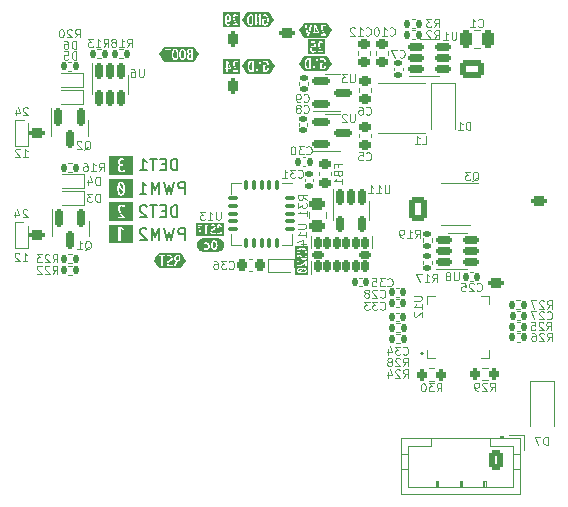
<source format=gbo>
%TF.GenerationSoftware,KiCad,Pcbnew,(6.0.6)*%
%TF.CreationDate,2022-08-27T18:47:02+08:00*%
%TF.ProjectId,Stealthburner_Toolhead_PCB,53746561-6c74-4686-9275-726e65725f54,rev?*%
%TF.SameCoordinates,Original*%
%TF.FileFunction,Legend,Bot*%
%TF.FilePolarity,Positive*%
%FSLAX46Y46*%
G04 Gerber Fmt 4.6, Leading zero omitted, Abs format (unit mm)*
G04 Created by KiCad (PCBNEW (6.0.6)) date 2022-08-27 18:47:02*
%MOMM*%
%LPD*%
G01*
G04 APERTURE LIST*
G04 Aperture macros list*
%AMRoundRect*
0 Rectangle with rounded corners*
0 $1 Rounding radius*
0 $2 $3 $4 $5 $6 $7 $8 $9 X,Y pos of 4 corners*
0 Add a 4 corners polygon primitive as box body*
4,1,4,$2,$3,$4,$5,$6,$7,$8,$9,$2,$3,0*
0 Add four circle primitives for the rounded corners*
1,1,$1+$1,$2,$3*
1,1,$1+$1,$4,$5*
1,1,$1+$1,$6,$7*
1,1,$1+$1,$8,$9*
0 Add four rect primitives between the rounded corners*
20,1,$1+$1,$2,$3,$4,$5,0*
20,1,$1+$1,$4,$5,$6,$7,0*
20,1,$1+$1,$6,$7,$8,$9,0*
20,1,$1+$1,$8,$9,$2,$3,0*%
%AMFreePoly0*
4,1,17,1.370000,0.720000,0.950000,0.720000,0.950000,0.580000,1.370000,0.580000,1.370000,0.080000,0.950000,0.080000,0.950000,-0.080000,1.370000,-0.080000,1.370000,-0.580000,0.950000,-0.580000,0.950000,-0.720000,1.371000,-0.720000,1.371000,-1.225000,-0.950000,-1.225000,-0.950000,1.225000,1.370000,1.225000,1.370000,0.720000,1.370000,0.720000,$1*%
G04 Aperture macros list end*
%ADD10C,0.120000*%
%ADD11C,0.150000*%
%ADD12C,0.200000*%
%ADD13C,0.024000*%
%ADD14RoundRect,0.200000X-0.200000X-0.450000X0.200000X-0.450000X0.200000X0.450000X-0.200000X0.450000X0*%
%ADD15O,0.800000X1.300000*%
%ADD16C,3.000000*%
%ADD17RoundRect,0.250001X0.499999X0.759999X-0.499999X0.759999X-0.499999X-0.759999X0.499999X-0.759999X0*%
%ADD18O,1.500000X2.020000*%
%ADD19RoundRect,0.200000X0.450000X-0.200000X0.450000X0.200000X-0.450000X0.200000X-0.450000X-0.200000X0*%
%ADD20O,1.300000X0.800000*%
%ADD21R,1.600000X1.600000*%
%ADD22C,1.600000*%
%ADD23C,1.000000*%
%ADD24C,5.000000*%
%ADD25RoundRect,0.200000X-0.450000X0.200000X-0.450000X-0.200000X0.450000X-0.200000X0.450000X0.200000X0*%
%ADD26RoundRect,0.250001X-0.759999X0.499999X-0.759999X-0.499999X0.759999X-0.499999X0.759999X0.499999X0*%
%ADD27O,2.020000X1.500000*%
%ADD28RoundRect,0.225000X0.250000X-0.225000X0.250000X0.225000X-0.250000X0.225000X-0.250000X-0.225000X0*%
%ADD29RoundRect,0.225000X-0.250000X0.225000X-0.250000X-0.225000X0.250000X-0.225000X0.250000X0.225000X0*%
%ADD30RoundRect,0.150000X-0.512500X-0.150000X0.512500X-0.150000X0.512500X0.150000X-0.512500X0.150000X0*%
%ADD31RoundRect,0.075000X0.337500X0.075000X-0.337500X0.075000X-0.337500X-0.075000X0.337500X-0.075000X0*%
%ADD32RoundRect,0.075000X0.075000X0.337500X-0.075000X0.337500X-0.075000X-0.337500X0.075000X-0.337500X0*%
%ADD33R,3.250000X3.250000*%
%ADD34RoundRect,0.135000X0.135000X0.185000X-0.135000X0.185000X-0.135000X-0.185000X0.135000X-0.185000X0*%
%ADD35RoundRect,0.135000X-0.135000X-0.185000X0.135000X-0.185000X0.135000X0.185000X-0.135000X0.185000X0*%
%ADD36RoundRect,0.140000X0.140000X0.170000X-0.140000X0.170000X-0.140000X-0.170000X0.140000X-0.170000X0*%
%ADD37RoundRect,0.150000X-0.150000X0.587500X-0.150000X-0.587500X0.150000X-0.587500X0.150000X0.587500X0*%
%ADD38RoundRect,0.150000X-0.587500X-0.150000X0.587500X-0.150000X0.587500X0.150000X-0.587500X0.150000X0*%
%ADD39RoundRect,0.140000X0.170000X-0.140000X0.170000X0.140000X-0.170000X0.140000X-0.170000X-0.140000X0*%
%ADD40RoundRect,0.140000X-0.140000X-0.170000X0.140000X-0.170000X0.140000X0.170000X-0.140000X0.170000X0*%
%ADD41R,0.630000X0.500000*%
%ADD42FreePoly0,180.000000*%
%ADD43R,0.600000X0.700000*%
%ADD44RoundRect,0.250000X-0.450000X0.262500X-0.450000X-0.262500X0.450000X-0.262500X0.450000X0.262500X0*%
%ADD45RoundRect,0.200000X-0.200000X-0.275000X0.200000X-0.275000X0.200000X0.275000X-0.200000X0.275000X0*%
%ADD46RoundRect,0.200000X0.200000X0.275000X-0.200000X0.275000X-0.200000X-0.275000X0.200000X-0.275000X0*%
%ADD47RoundRect,0.150000X-0.150000X0.512500X-0.150000X-0.512500X0.150000X-0.512500X0.150000X0.512500X0*%
%ADD48R,1.200000X0.900000*%
%ADD49R,1.200000X3.700000*%
%ADD50RoundRect,0.140000X-0.170000X0.140000X-0.170000X-0.140000X0.170000X-0.140000X0.170000X0.140000X0*%
%ADD51R,0.800000X0.500000*%
%ADD52R,0.762000X0.254000*%
%ADD53R,0.254000X0.762000*%
%ADD54R,3.800000X3.800000*%
%ADD55RoundRect,0.150000X0.150000X-0.325000X0.150000X0.325000X-0.150000X0.325000X-0.150000X-0.325000X0*%
%ADD56RoundRect,0.150000X0.325000X-0.150000X0.325000X0.150000X-0.325000X0.150000X-0.325000X-0.150000X0*%
%ADD57R,0.500000X0.800000*%
%ADD58RoundRect,0.218750X-0.256250X0.218750X-0.256250X-0.218750X0.256250X-0.218750X0.256250X0.218750X0*%
%ADD59RoundRect,0.250000X-0.250000X-0.475000X0.250000X-0.475000X0.250000X0.475000X-0.250000X0.475000X0*%
%ADD60RoundRect,0.135000X-0.185000X0.135000X-0.185000X-0.135000X0.185000X-0.135000X0.185000X0.135000X0*%
%ADD61RoundRect,0.250000X0.350000X0.625000X-0.350000X0.625000X-0.350000X-0.625000X0.350000X-0.625000X0*%
%ADD62O,1.200000X1.750000*%
%ADD63RoundRect,0.225000X0.225000X0.250000X-0.225000X0.250000X-0.225000X-0.250000X0.225000X-0.250000X0*%
%ADD64R,1.100000X1.100000*%
%ADD65RoundRect,0.135000X0.185000X-0.135000X0.185000X0.135000X-0.185000X0.135000X-0.185000X-0.135000X0*%
G04 APERTURE END LIST*
D10*
X101530133Y-109841466D02*
X101930133Y-109841466D01*
X101730133Y-109841466D02*
X101730133Y-109141466D01*
X101796800Y-109241466D01*
X101863466Y-109308133D01*
X101930133Y-109341466D01*
X101263466Y-109208133D02*
X101230133Y-109174800D01*
X101163466Y-109141466D01*
X100996800Y-109141466D01*
X100930133Y-109174800D01*
X100896800Y-109208133D01*
X100863466Y-109274800D01*
X100863466Y-109341466D01*
X100896800Y-109441466D01*
X101296800Y-109841466D01*
X100863466Y-109841466D01*
X101930133Y-105702933D02*
X101896800Y-105669600D01*
X101830133Y-105636266D01*
X101663466Y-105636266D01*
X101596800Y-105669600D01*
X101563466Y-105702933D01*
X101530133Y-105769600D01*
X101530133Y-105836266D01*
X101563466Y-105936266D01*
X101963466Y-106336266D01*
X101530133Y-106336266D01*
X100930133Y-105869600D02*
X100930133Y-106336266D01*
X101096800Y-105602933D02*
X101263466Y-106102933D01*
X100830133Y-106102933D01*
D11*
X114601428Y-110993180D02*
X114601428Y-109993180D01*
X114363333Y-109993180D01*
X114220476Y-110040800D01*
X114125238Y-110136038D01*
X114077619Y-110231276D01*
X114030000Y-110421752D01*
X114030000Y-110564609D01*
X114077619Y-110755085D01*
X114125238Y-110850323D01*
X114220476Y-110945561D01*
X114363333Y-110993180D01*
X114601428Y-110993180D01*
X113601428Y-110469371D02*
X113268095Y-110469371D01*
X113125238Y-110993180D02*
X113601428Y-110993180D01*
X113601428Y-109993180D01*
X113125238Y-109993180D01*
X112839523Y-109993180D02*
X112268095Y-109993180D01*
X112553809Y-110993180D02*
X112553809Y-109993180D01*
X111410952Y-110993180D02*
X111982380Y-110993180D01*
X111696666Y-110993180D02*
X111696666Y-109993180D01*
X111791904Y-110136038D01*
X111887142Y-110231276D01*
X111982380Y-110278895D01*
D10*
X101879333Y-114338933D02*
X101846000Y-114305600D01*
X101779333Y-114272266D01*
X101612666Y-114272266D01*
X101546000Y-114305600D01*
X101512666Y-114338933D01*
X101479333Y-114405600D01*
X101479333Y-114472266D01*
X101512666Y-114572266D01*
X101912666Y-114972266D01*
X101479333Y-114972266D01*
X100879333Y-114505600D02*
X100879333Y-114972266D01*
X101046000Y-114238933D02*
X101212666Y-114738933D01*
X100779333Y-114738933D01*
D11*
X115215752Y-116885980D02*
X115215752Y-115885980D01*
X114834800Y-115885980D01*
X114739561Y-115933600D01*
X114691942Y-115981219D01*
X114644323Y-116076457D01*
X114644323Y-116219314D01*
X114691942Y-116314552D01*
X114739561Y-116362171D01*
X114834800Y-116409790D01*
X115215752Y-116409790D01*
X114310990Y-115885980D02*
X114072895Y-116885980D01*
X113882419Y-116171695D01*
X113691942Y-116885980D01*
X113453847Y-115885980D01*
X113072895Y-116885980D02*
X113072895Y-115885980D01*
X112739561Y-116600266D01*
X112406228Y-115885980D01*
X112406228Y-116885980D01*
X111977657Y-115981219D02*
X111930038Y-115933600D01*
X111834800Y-115885980D01*
X111596704Y-115885980D01*
X111501466Y-115933600D01*
X111453847Y-115981219D01*
X111406228Y-116076457D01*
X111406228Y-116171695D01*
X111453847Y-116314552D01*
X112025276Y-116885980D01*
X111406228Y-116885980D01*
X115215752Y-112974380D02*
X115215752Y-111974380D01*
X114834800Y-111974380D01*
X114739561Y-112022000D01*
X114691942Y-112069619D01*
X114644323Y-112164857D01*
X114644323Y-112307714D01*
X114691942Y-112402952D01*
X114739561Y-112450571D01*
X114834800Y-112498190D01*
X115215752Y-112498190D01*
X114310990Y-111974380D02*
X114072895Y-112974380D01*
X113882419Y-112260095D01*
X113691942Y-112974380D01*
X113453847Y-111974380D01*
X113072895Y-112974380D02*
X113072895Y-111974380D01*
X112739561Y-112688666D01*
X112406228Y-111974380D01*
X112406228Y-112974380D01*
X111406228Y-112974380D02*
X111977657Y-112974380D01*
X111691942Y-112974380D02*
X111691942Y-111974380D01*
X111787180Y-112117238D01*
X111882419Y-112212476D01*
X111977657Y-112260095D01*
D10*
X101479333Y-118680666D02*
X101879333Y-118680666D01*
X101679333Y-118680666D02*
X101679333Y-117980666D01*
X101746000Y-118080666D01*
X101812666Y-118147333D01*
X101879333Y-118180666D01*
X101212666Y-118047333D02*
X101179333Y-118014000D01*
X101112666Y-117980666D01*
X100946000Y-117980666D01*
X100879333Y-118014000D01*
X100846000Y-118047333D01*
X100812666Y-118114000D01*
X100812666Y-118180666D01*
X100846000Y-118280666D01*
X101246000Y-118680666D01*
X100812666Y-118680666D01*
D11*
X114601428Y-114955580D02*
X114601428Y-113955580D01*
X114363333Y-113955580D01*
X114220476Y-114003200D01*
X114125238Y-114098438D01*
X114077619Y-114193676D01*
X114030000Y-114384152D01*
X114030000Y-114527009D01*
X114077619Y-114717485D01*
X114125238Y-114812723D01*
X114220476Y-114907961D01*
X114363333Y-114955580D01*
X114601428Y-114955580D01*
X113601428Y-114431771D02*
X113268095Y-114431771D01*
X113125238Y-114955580D02*
X113601428Y-114955580D01*
X113601428Y-113955580D01*
X113125238Y-113955580D01*
X112839523Y-113955580D02*
X112268095Y-113955580D01*
X112553809Y-114955580D02*
X112553809Y-113955580D01*
X111982380Y-114050819D02*
X111934761Y-114003200D01*
X111839523Y-113955580D01*
X111601428Y-113955580D01*
X111506190Y-114003200D01*
X111458571Y-114050819D01*
X111410952Y-114146057D01*
X111410952Y-114241295D01*
X111458571Y-114384152D01*
X112030000Y-114955580D01*
X111410952Y-114955580D01*
D10*
%TO.C,C12*%
X130548800Y-99513200D02*
X130582133Y-99546533D01*
X130682133Y-99579866D01*
X130748800Y-99579866D01*
X130848800Y-99546533D01*
X130915466Y-99479866D01*
X130948800Y-99413200D01*
X130982133Y-99279866D01*
X130982133Y-99179866D01*
X130948800Y-99046533D01*
X130915466Y-98979866D01*
X130848800Y-98913200D01*
X130748800Y-98879866D01*
X130682133Y-98879866D01*
X130582133Y-98913200D01*
X130548800Y-98946533D01*
X129882133Y-99579866D02*
X130282133Y-99579866D01*
X130082133Y-99579866D02*
X130082133Y-98879866D01*
X130148800Y-98979866D01*
X130215466Y-99046533D01*
X130282133Y-99079866D01*
X129615466Y-98946533D02*
X129582133Y-98913200D01*
X129515466Y-98879866D01*
X129348800Y-98879866D01*
X129282133Y-98913200D01*
X129248800Y-98946533D01*
X129215466Y-99013200D01*
X129215466Y-99079866D01*
X129248800Y-99179866D01*
X129648800Y-99579866D01*
X129215466Y-99579866D01*
%TO.C,C5*%
X130571066Y-110079600D02*
X130604400Y-110112933D01*
X130704400Y-110146266D01*
X130771066Y-110146266D01*
X130871066Y-110112933D01*
X130937733Y-110046266D01*
X130971066Y-109979600D01*
X131004400Y-109846266D01*
X131004400Y-109746266D01*
X130971066Y-109612933D01*
X130937733Y-109546266D01*
X130871066Y-109479600D01*
X130771066Y-109446266D01*
X130704400Y-109446266D01*
X130604400Y-109479600D01*
X130571066Y-109512933D01*
X129937733Y-109446266D02*
X130271066Y-109446266D01*
X130304400Y-109779600D01*
X130271066Y-109746266D01*
X130204400Y-109712933D01*
X130037733Y-109712933D01*
X129971066Y-109746266D01*
X129937733Y-109779600D01*
X129904400Y-109846266D01*
X129904400Y-110012933D01*
X129937733Y-110079600D01*
X129971066Y-110112933D01*
X130037733Y-110146266D01*
X130204400Y-110146266D01*
X130271066Y-110112933D01*
X130304400Y-110079600D01*
%TO.C,U1*%
X138201333Y-99235466D02*
X138201333Y-99802133D01*
X138168000Y-99868800D01*
X138134666Y-99902133D01*
X138068000Y-99935466D01*
X137934666Y-99935466D01*
X137868000Y-99902133D01*
X137834666Y-99868800D01*
X137801333Y-99802133D01*
X137801333Y-99235466D01*
X137101333Y-99935466D02*
X137501333Y-99935466D01*
X137301333Y-99935466D02*
X137301333Y-99235466D01*
X137368000Y-99335466D01*
X137434666Y-99402133D01*
X137501333Y-99435466D01*
%TO.C,U13*%
X118265466Y-114475466D02*
X118265466Y-115042133D01*
X118232133Y-115108800D01*
X118198800Y-115142133D01*
X118132133Y-115175466D01*
X117998800Y-115175466D01*
X117932133Y-115142133D01*
X117898800Y-115108800D01*
X117865466Y-115042133D01*
X117865466Y-114475466D01*
X117165466Y-115175466D02*
X117565466Y-115175466D01*
X117365466Y-115175466D02*
X117365466Y-114475466D01*
X117432133Y-114575466D01*
X117498800Y-114642133D01*
X117565466Y-114675466D01*
X116932133Y-114475466D02*
X116498800Y-114475466D01*
X116732133Y-114742133D01*
X116632133Y-114742133D01*
X116565466Y-114775466D01*
X116532133Y-114808800D01*
X116498800Y-114875466D01*
X116498800Y-115042133D01*
X116532133Y-115108800D01*
X116565466Y-115142133D01*
X116632133Y-115175466D01*
X116832133Y-115175466D01*
X116898800Y-115142133D01*
X116932133Y-115108800D01*
%TO.C,R25*%
X145837600Y-124522666D02*
X146070933Y-124189333D01*
X146237600Y-124522666D02*
X146237600Y-123822666D01*
X145970933Y-123822666D01*
X145904266Y-123856000D01*
X145870933Y-123889333D01*
X145837600Y-123956000D01*
X145837600Y-124056000D01*
X145870933Y-124122666D01*
X145904266Y-124156000D01*
X145970933Y-124189333D01*
X146237600Y-124189333D01*
X145570933Y-123889333D02*
X145537600Y-123856000D01*
X145470933Y-123822666D01*
X145304266Y-123822666D01*
X145237600Y-123856000D01*
X145204266Y-123889333D01*
X145170933Y-123956000D01*
X145170933Y-124022666D01*
X145204266Y-124122666D01*
X145604266Y-124522666D01*
X145170933Y-124522666D01*
X144537600Y-123822666D02*
X144870933Y-123822666D01*
X144904266Y-124156000D01*
X144870933Y-124122666D01*
X144804266Y-124089333D01*
X144637600Y-124089333D01*
X144570933Y-124122666D01*
X144537600Y-124156000D01*
X144504266Y-124222666D01*
X144504266Y-124389333D01*
X144537600Y-124456000D01*
X144570933Y-124489333D01*
X144637600Y-124522666D01*
X144804266Y-124522666D01*
X144870933Y-124489333D01*
X144904266Y-124456000D01*
%TO.C,R13*%
X108349200Y-100545066D02*
X108582533Y-100211733D01*
X108749200Y-100545066D02*
X108749200Y-99845066D01*
X108482533Y-99845066D01*
X108415866Y-99878400D01*
X108382533Y-99911733D01*
X108349200Y-99978400D01*
X108349200Y-100078400D01*
X108382533Y-100145066D01*
X108415866Y-100178400D01*
X108482533Y-100211733D01*
X108749200Y-100211733D01*
X107682533Y-100545066D02*
X108082533Y-100545066D01*
X107882533Y-100545066D02*
X107882533Y-99845066D01*
X107949200Y-99945066D01*
X108015866Y-100011733D01*
X108082533Y-100045066D01*
X107449200Y-99845066D02*
X107015866Y-99845066D01*
X107249200Y-100111733D01*
X107149200Y-100111733D01*
X107082533Y-100145066D01*
X107049200Y-100178400D01*
X107015866Y-100245066D01*
X107015866Y-100411733D01*
X107049200Y-100478400D01*
X107082533Y-100511733D01*
X107149200Y-100545066D01*
X107349200Y-100545066D01*
X107415866Y-100511733D01*
X107449200Y-100478400D01*
%TO.C,C27*%
X145886400Y-123541600D02*
X145919733Y-123574933D01*
X146019733Y-123608266D01*
X146086400Y-123608266D01*
X146186400Y-123574933D01*
X146253066Y-123508266D01*
X146286400Y-123441600D01*
X146319733Y-123308266D01*
X146319733Y-123208266D01*
X146286400Y-123074933D01*
X146253066Y-123008266D01*
X146186400Y-122941600D01*
X146086400Y-122908266D01*
X146019733Y-122908266D01*
X145919733Y-122941600D01*
X145886400Y-122974933D01*
X145619733Y-122974933D02*
X145586400Y-122941600D01*
X145519733Y-122908266D01*
X145353066Y-122908266D01*
X145286400Y-122941600D01*
X145253066Y-122974933D01*
X145219733Y-123041600D01*
X145219733Y-123108266D01*
X145253066Y-123208266D01*
X145653066Y-123608266D01*
X145219733Y-123608266D01*
X144986400Y-122908266D02*
X144519733Y-122908266D01*
X144819733Y-123608266D01*
%TO.C,R28*%
X133698400Y-127570666D02*
X133931733Y-127237333D01*
X134098400Y-127570666D02*
X134098400Y-126870666D01*
X133831733Y-126870666D01*
X133765066Y-126904000D01*
X133731733Y-126937333D01*
X133698400Y-127004000D01*
X133698400Y-127104000D01*
X133731733Y-127170666D01*
X133765066Y-127204000D01*
X133831733Y-127237333D01*
X134098400Y-127237333D01*
X133431733Y-126937333D02*
X133398400Y-126904000D01*
X133331733Y-126870666D01*
X133165066Y-126870666D01*
X133098400Y-126904000D01*
X133065066Y-126937333D01*
X133031733Y-127004000D01*
X133031733Y-127070666D01*
X133065066Y-127170666D01*
X133465066Y-127570666D01*
X133031733Y-127570666D01*
X132631733Y-127170666D02*
X132698400Y-127137333D01*
X132731733Y-127104000D01*
X132765066Y-127037333D01*
X132765066Y-127004000D01*
X132731733Y-126937333D01*
X132698400Y-126904000D01*
X132631733Y-126870666D01*
X132498400Y-126870666D01*
X132431733Y-126904000D01*
X132398400Y-126937333D01*
X132365066Y-127004000D01*
X132365066Y-127037333D01*
X132398400Y-127104000D01*
X132431733Y-127137333D01*
X132498400Y-127170666D01*
X132631733Y-127170666D01*
X132698400Y-127204000D01*
X132731733Y-127237333D01*
X132765066Y-127304000D01*
X132765066Y-127437333D01*
X132731733Y-127504000D01*
X132698400Y-127537333D01*
X132631733Y-127570666D01*
X132498400Y-127570666D01*
X132431733Y-127537333D01*
X132398400Y-127504000D01*
X132365066Y-127437333D01*
X132365066Y-127304000D01*
X132398400Y-127237333D01*
X132431733Y-127204000D01*
X132498400Y-127170666D01*
%TO.C,C10*%
X132580800Y-99513200D02*
X132614133Y-99546533D01*
X132714133Y-99579866D01*
X132780800Y-99579866D01*
X132880800Y-99546533D01*
X132947466Y-99479866D01*
X132980800Y-99413200D01*
X133014133Y-99279866D01*
X133014133Y-99179866D01*
X132980800Y-99046533D01*
X132947466Y-98979866D01*
X132880800Y-98913200D01*
X132780800Y-98879866D01*
X132714133Y-98879866D01*
X132614133Y-98913200D01*
X132580800Y-98946533D01*
X131914133Y-99579866D02*
X132314133Y-99579866D01*
X132114133Y-99579866D02*
X132114133Y-98879866D01*
X132180800Y-98979866D01*
X132247466Y-99046533D01*
X132314133Y-99079866D01*
X131480800Y-98879866D02*
X131414133Y-98879866D01*
X131347466Y-98913200D01*
X131314133Y-98946533D01*
X131280800Y-99013200D01*
X131247466Y-99146533D01*
X131247466Y-99313200D01*
X131280800Y-99446533D01*
X131314133Y-99513200D01*
X131347466Y-99546533D01*
X131414133Y-99579866D01*
X131480800Y-99579866D01*
X131547466Y-99546533D01*
X131580800Y-99513200D01*
X131614133Y-99446533D01*
X131647466Y-99313200D01*
X131647466Y-99146533D01*
X131614133Y-99013200D01*
X131580800Y-98946533D01*
X131547466Y-98913200D01*
X131480800Y-98879866D01*
%TO.C,C6*%
X130571066Y-106218800D02*
X130604400Y-106252133D01*
X130704400Y-106285466D01*
X130771066Y-106285466D01*
X130871066Y-106252133D01*
X130937733Y-106185466D01*
X130971066Y-106118800D01*
X131004400Y-105985466D01*
X131004400Y-105885466D01*
X130971066Y-105752133D01*
X130937733Y-105685466D01*
X130871066Y-105618800D01*
X130771066Y-105585466D01*
X130704400Y-105585466D01*
X130604400Y-105618800D01*
X130571066Y-105652133D01*
X129971066Y-105585466D02*
X130104400Y-105585466D01*
X130171066Y-105618800D01*
X130204400Y-105652133D01*
X130271066Y-105752133D01*
X130304400Y-105885466D01*
X130304400Y-106152133D01*
X130271066Y-106218800D01*
X130237733Y-106252133D01*
X130171066Y-106285466D01*
X130037733Y-106285466D01*
X129971066Y-106252133D01*
X129937733Y-106218800D01*
X129904400Y-106152133D01*
X129904400Y-105985466D01*
X129937733Y-105918800D01*
X129971066Y-105885466D01*
X130037733Y-105852133D01*
X130171066Y-105852133D01*
X130237733Y-105885466D01*
X130271066Y-105918800D01*
X130304400Y-105985466D01*
%TO.C,Q1*%
X106746666Y-117731333D02*
X106813333Y-117698000D01*
X106880000Y-117631333D01*
X106980000Y-117531333D01*
X107046666Y-117498000D01*
X107113333Y-117498000D01*
X107080000Y-117664666D02*
X107146666Y-117631333D01*
X107213333Y-117564666D01*
X107246666Y-117431333D01*
X107246666Y-117198000D01*
X107213333Y-117064666D01*
X107146666Y-116998000D01*
X107080000Y-116964666D01*
X106946666Y-116964666D01*
X106880000Y-116998000D01*
X106813333Y-117064666D01*
X106780000Y-117198000D01*
X106780000Y-117431333D01*
X106813333Y-117564666D01*
X106880000Y-117631333D01*
X106946666Y-117664666D01*
X107080000Y-117664666D01*
X106113333Y-117664666D02*
X106513333Y-117664666D01*
X106313333Y-117664666D02*
X106313333Y-116964666D01*
X106380000Y-117064666D01*
X106446666Y-117131333D01*
X106513333Y-117164666D01*
%TO.C,C34*%
X133698400Y-126538800D02*
X133731733Y-126572133D01*
X133831733Y-126605466D01*
X133898400Y-126605466D01*
X133998400Y-126572133D01*
X134065066Y-126505466D01*
X134098400Y-126438800D01*
X134131733Y-126305466D01*
X134131733Y-126205466D01*
X134098400Y-126072133D01*
X134065066Y-126005466D01*
X133998400Y-125938800D01*
X133898400Y-125905466D01*
X133831733Y-125905466D01*
X133731733Y-125938800D01*
X133698400Y-125972133D01*
X133465066Y-125905466D02*
X133031733Y-125905466D01*
X133265066Y-126172133D01*
X133165066Y-126172133D01*
X133098400Y-126205466D01*
X133065066Y-126238800D01*
X133031733Y-126305466D01*
X133031733Y-126472133D01*
X133065066Y-126538800D01*
X133098400Y-126572133D01*
X133165066Y-126605466D01*
X133365066Y-126605466D01*
X133431733Y-126572133D01*
X133465066Y-126538800D01*
X132431733Y-126138800D02*
X132431733Y-126605466D01*
X132598400Y-125872133D02*
X132765066Y-126372133D01*
X132331733Y-126372133D01*
%TO.C,U3*%
X129616133Y-102842266D02*
X129616133Y-103408933D01*
X129582800Y-103475600D01*
X129549466Y-103508933D01*
X129482800Y-103542266D01*
X129349466Y-103542266D01*
X129282800Y-103508933D01*
X129249466Y-103475600D01*
X129216133Y-103408933D01*
X129216133Y-102842266D01*
X128949466Y-102842266D02*
X128516133Y-102842266D01*
X128749466Y-103108933D01*
X128649466Y-103108933D01*
X128582800Y-103142266D01*
X128549466Y-103175600D01*
X128516133Y-103242266D01*
X128516133Y-103408933D01*
X128549466Y-103475600D01*
X128582800Y-103508933D01*
X128649466Y-103542266D01*
X128849466Y-103542266D01*
X128916133Y-103508933D01*
X128949466Y-103475600D01*
%TO.C,C31*%
X124808400Y-111552800D02*
X124841733Y-111586133D01*
X124941733Y-111619466D01*
X125008400Y-111619466D01*
X125108400Y-111586133D01*
X125175066Y-111519466D01*
X125208400Y-111452800D01*
X125241733Y-111319466D01*
X125241733Y-111219466D01*
X125208400Y-111086133D01*
X125175066Y-111019466D01*
X125108400Y-110952800D01*
X125008400Y-110919466D01*
X124941733Y-110919466D01*
X124841733Y-110952800D01*
X124808400Y-110986133D01*
X124575066Y-110919466D02*
X124141733Y-110919466D01*
X124375066Y-111186133D01*
X124275066Y-111186133D01*
X124208400Y-111219466D01*
X124175066Y-111252800D01*
X124141733Y-111319466D01*
X124141733Y-111486133D01*
X124175066Y-111552800D01*
X124208400Y-111586133D01*
X124275066Y-111619466D01*
X124475066Y-111619466D01*
X124541733Y-111586133D01*
X124575066Y-111552800D01*
X123475066Y-111619466D02*
X123875066Y-111619466D01*
X123675066Y-111619466D02*
X123675066Y-110919466D01*
X123741733Y-111019466D01*
X123808400Y-111086133D01*
X123875066Y-111119466D01*
%TO.C,C35*%
X132377600Y-120747600D02*
X132410933Y-120780933D01*
X132510933Y-120814266D01*
X132577600Y-120814266D01*
X132677600Y-120780933D01*
X132744266Y-120714266D01*
X132777600Y-120647600D01*
X132810933Y-120514266D01*
X132810933Y-120414266D01*
X132777600Y-120280933D01*
X132744266Y-120214266D01*
X132677600Y-120147600D01*
X132577600Y-120114266D01*
X132510933Y-120114266D01*
X132410933Y-120147600D01*
X132377600Y-120180933D01*
X132144266Y-120114266D02*
X131710933Y-120114266D01*
X131944266Y-120380933D01*
X131844266Y-120380933D01*
X131777600Y-120414266D01*
X131744266Y-120447600D01*
X131710933Y-120514266D01*
X131710933Y-120680933D01*
X131744266Y-120747600D01*
X131777600Y-120780933D01*
X131844266Y-120814266D01*
X132044266Y-120814266D01*
X132110933Y-120780933D01*
X132144266Y-120747600D01*
X131077600Y-120114266D02*
X131410933Y-120114266D01*
X131444266Y-120447600D01*
X131410933Y-120414266D01*
X131344266Y-120380933D01*
X131177600Y-120380933D01*
X131110933Y-120414266D01*
X131077600Y-120447600D01*
X131044266Y-120514266D01*
X131044266Y-120680933D01*
X131077600Y-120747600D01*
X131110933Y-120780933D01*
X131177600Y-120814266D01*
X131344266Y-120814266D01*
X131410933Y-120780933D01*
X131444266Y-120747600D01*
%TO.C,Q2*%
X106695866Y-109247733D02*
X106762533Y-109214400D01*
X106829200Y-109147733D01*
X106929200Y-109047733D01*
X106995866Y-109014400D01*
X107062533Y-109014400D01*
X107029200Y-109181066D02*
X107095866Y-109147733D01*
X107162533Y-109081066D01*
X107195866Y-108947733D01*
X107195866Y-108714400D01*
X107162533Y-108581066D01*
X107095866Y-108514400D01*
X107029200Y-108481066D01*
X106895866Y-108481066D01*
X106829200Y-108514400D01*
X106762533Y-108581066D01*
X106729200Y-108714400D01*
X106729200Y-108947733D01*
X106762533Y-109081066D01*
X106829200Y-109147733D01*
X106895866Y-109181066D01*
X107029200Y-109181066D01*
X106462533Y-108547733D02*
X106429200Y-108514400D01*
X106362533Y-108481066D01*
X106195866Y-108481066D01*
X106129200Y-108514400D01*
X106095866Y-108547733D01*
X106062533Y-108614400D01*
X106062533Y-108681066D01*
X106095866Y-108781066D01*
X106495866Y-109181066D01*
X106062533Y-109181066D01*
%TO.C,Q3*%
X139563466Y-111889333D02*
X139630133Y-111856000D01*
X139696800Y-111789333D01*
X139796800Y-111689333D01*
X139863466Y-111656000D01*
X139930133Y-111656000D01*
X139896800Y-111822666D02*
X139963466Y-111789333D01*
X140030133Y-111722666D01*
X140063466Y-111589333D01*
X140063466Y-111356000D01*
X140030133Y-111222666D01*
X139963466Y-111156000D01*
X139896800Y-111122666D01*
X139763466Y-111122666D01*
X139696800Y-111156000D01*
X139630133Y-111222666D01*
X139596800Y-111356000D01*
X139596800Y-111589333D01*
X139630133Y-111722666D01*
X139696800Y-111789333D01*
X139763466Y-111822666D01*
X139896800Y-111822666D01*
X139363466Y-111122666D02*
X138930133Y-111122666D01*
X139163466Y-111389333D01*
X139063466Y-111389333D01*
X138996800Y-111422666D01*
X138963466Y-111456000D01*
X138930133Y-111522666D01*
X138930133Y-111689333D01*
X138963466Y-111756000D01*
X138996800Y-111789333D01*
X139063466Y-111822666D01*
X139263466Y-111822666D01*
X139330133Y-111789333D01*
X139363466Y-111756000D01*
%TO.C,D3*%
X108009466Y-113651466D02*
X108009466Y-112951466D01*
X107842800Y-112951466D01*
X107742800Y-112984800D01*
X107676133Y-113051466D01*
X107642800Y-113118133D01*
X107609466Y-113251466D01*
X107609466Y-113351466D01*
X107642800Y-113484800D01*
X107676133Y-113551466D01*
X107742800Y-113618133D01*
X107842800Y-113651466D01*
X108009466Y-113651466D01*
X107376133Y-112951466D02*
X106942800Y-112951466D01*
X107176133Y-113218133D01*
X107076133Y-113218133D01*
X107009466Y-113251466D01*
X106976133Y-113284800D01*
X106942800Y-113351466D01*
X106942800Y-113518133D01*
X106976133Y-113584800D01*
X107009466Y-113618133D01*
X107076133Y-113651466D01*
X107276133Y-113651466D01*
X107342800Y-113618133D01*
X107376133Y-113584800D01*
%TO.C,D6*%
X106028266Y-100697466D02*
X106028266Y-99997466D01*
X105861600Y-99997466D01*
X105761600Y-100030800D01*
X105694933Y-100097466D01*
X105661600Y-100164133D01*
X105628266Y-100297466D01*
X105628266Y-100397466D01*
X105661600Y-100530800D01*
X105694933Y-100597466D01*
X105761600Y-100664133D01*
X105861600Y-100697466D01*
X106028266Y-100697466D01*
X105028266Y-99997466D02*
X105161600Y-99997466D01*
X105228266Y-100030800D01*
X105261600Y-100064133D01*
X105328266Y-100164133D01*
X105361600Y-100297466D01*
X105361600Y-100564133D01*
X105328266Y-100630800D01*
X105294933Y-100664133D01*
X105228266Y-100697466D01*
X105094933Y-100697466D01*
X105028266Y-100664133D01*
X104994933Y-100630800D01*
X104961600Y-100564133D01*
X104961600Y-100397466D01*
X104994933Y-100330800D01*
X105028266Y-100297466D01*
X105094933Y-100264133D01*
X105228266Y-100264133D01*
X105294933Y-100297466D01*
X105328266Y-100330800D01*
X105361600Y-100397466D01*
%TO.C,R31*%
X125538666Y-113494400D02*
X125205333Y-113261066D01*
X125538666Y-113094400D02*
X124838666Y-113094400D01*
X124838666Y-113361066D01*
X124872000Y-113427733D01*
X124905333Y-113461066D01*
X124972000Y-113494400D01*
X125072000Y-113494400D01*
X125138666Y-113461066D01*
X125172000Y-113427733D01*
X125205333Y-113361066D01*
X125205333Y-113094400D01*
X124838666Y-113727733D02*
X124838666Y-114161066D01*
X125105333Y-113927733D01*
X125105333Y-114027733D01*
X125138666Y-114094400D01*
X125172000Y-114127733D01*
X125238666Y-114161066D01*
X125405333Y-114161066D01*
X125472000Y-114127733D01*
X125505333Y-114094400D01*
X125538666Y-114027733D01*
X125538666Y-113827733D01*
X125505333Y-113761066D01*
X125472000Y-113727733D01*
X125538666Y-114827733D02*
X125538666Y-114427733D01*
X125538666Y-114627733D02*
X124838666Y-114627733D01*
X124938666Y-114561066D01*
X125005333Y-114494400D01*
X125038666Y-114427733D01*
%TO.C,R29*%
X141064400Y-129653466D02*
X141297733Y-129320133D01*
X141464400Y-129653466D02*
X141464400Y-128953466D01*
X141197733Y-128953466D01*
X141131066Y-128986800D01*
X141097733Y-129020133D01*
X141064400Y-129086800D01*
X141064400Y-129186800D01*
X141097733Y-129253466D01*
X141131066Y-129286800D01*
X141197733Y-129320133D01*
X141464400Y-129320133D01*
X140797733Y-129020133D02*
X140764400Y-128986800D01*
X140697733Y-128953466D01*
X140531066Y-128953466D01*
X140464400Y-128986800D01*
X140431066Y-129020133D01*
X140397733Y-129086800D01*
X140397733Y-129153466D01*
X140431066Y-129253466D01*
X140831066Y-129653466D01*
X140397733Y-129653466D01*
X140064400Y-129653466D02*
X139931066Y-129653466D01*
X139864400Y-129620133D01*
X139831066Y-129586800D01*
X139764400Y-129486800D01*
X139731066Y-129353466D01*
X139731066Y-129086800D01*
X139764400Y-129020133D01*
X139797733Y-128986800D01*
X139864400Y-128953466D01*
X139997733Y-128953466D01*
X140064400Y-128986800D01*
X140097733Y-129020133D01*
X140131066Y-129086800D01*
X140131066Y-129253466D01*
X140097733Y-129320133D01*
X140064400Y-129353466D01*
X139997733Y-129386800D01*
X139864400Y-129386800D01*
X139797733Y-129353466D01*
X139764400Y-129320133D01*
X139731066Y-129253466D01*
%TO.C,C33*%
X131768000Y-122728800D02*
X131801333Y-122762133D01*
X131901333Y-122795466D01*
X131968000Y-122795466D01*
X132068000Y-122762133D01*
X132134666Y-122695466D01*
X132168000Y-122628800D01*
X132201333Y-122495466D01*
X132201333Y-122395466D01*
X132168000Y-122262133D01*
X132134666Y-122195466D01*
X132068000Y-122128800D01*
X131968000Y-122095466D01*
X131901333Y-122095466D01*
X131801333Y-122128800D01*
X131768000Y-122162133D01*
X131534666Y-122095466D02*
X131101333Y-122095466D01*
X131334666Y-122362133D01*
X131234666Y-122362133D01*
X131168000Y-122395466D01*
X131134666Y-122428800D01*
X131101333Y-122495466D01*
X131101333Y-122662133D01*
X131134666Y-122728800D01*
X131168000Y-122762133D01*
X131234666Y-122795466D01*
X131434666Y-122795466D01*
X131501333Y-122762133D01*
X131534666Y-122728800D01*
X130868000Y-122095466D02*
X130434666Y-122095466D01*
X130668000Y-122362133D01*
X130568000Y-122362133D01*
X130501333Y-122395466D01*
X130468000Y-122428800D01*
X130434666Y-122495466D01*
X130434666Y-122662133D01*
X130468000Y-122728800D01*
X130501333Y-122762133D01*
X130568000Y-122795466D01*
X130768000Y-122795466D01*
X130834666Y-122762133D01*
X130868000Y-122728800D01*
%TO.C,R30*%
X136543200Y-129704266D02*
X136776533Y-129370933D01*
X136943200Y-129704266D02*
X136943200Y-129004266D01*
X136676533Y-129004266D01*
X136609866Y-129037600D01*
X136576533Y-129070933D01*
X136543200Y-129137600D01*
X136543200Y-129237600D01*
X136576533Y-129304266D01*
X136609866Y-129337600D01*
X136676533Y-129370933D01*
X136943200Y-129370933D01*
X136309866Y-129004266D02*
X135876533Y-129004266D01*
X136109866Y-129270933D01*
X136009866Y-129270933D01*
X135943200Y-129304266D01*
X135909866Y-129337600D01*
X135876533Y-129404266D01*
X135876533Y-129570933D01*
X135909866Y-129637600D01*
X135943200Y-129670933D01*
X136009866Y-129704266D01*
X136209866Y-129704266D01*
X136276533Y-129670933D01*
X136309866Y-129637600D01*
X135443200Y-129004266D02*
X135376533Y-129004266D01*
X135309866Y-129037600D01*
X135276533Y-129070933D01*
X135243200Y-129137600D01*
X135209866Y-129270933D01*
X135209866Y-129437600D01*
X135243200Y-129570933D01*
X135276533Y-129637600D01*
X135309866Y-129670933D01*
X135376533Y-129704266D01*
X135443200Y-129704266D01*
X135509866Y-129670933D01*
X135543200Y-129637600D01*
X135576533Y-129570933D01*
X135609866Y-129437600D01*
X135609866Y-129270933D01*
X135576533Y-129137600D01*
X135543200Y-129070933D01*
X135509866Y-129037600D01*
X135443200Y-129004266D01*
%TO.C,R20*%
X105910800Y-99732266D02*
X106144133Y-99398933D01*
X106310800Y-99732266D02*
X106310800Y-99032266D01*
X106044133Y-99032266D01*
X105977466Y-99065600D01*
X105944133Y-99098933D01*
X105910800Y-99165600D01*
X105910800Y-99265600D01*
X105944133Y-99332266D01*
X105977466Y-99365600D01*
X106044133Y-99398933D01*
X106310800Y-99398933D01*
X105644133Y-99098933D02*
X105610800Y-99065600D01*
X105544133Y-99032266D01*
X105377466Y-99032266D01*
X105310800Y-99065600D01*
X105277466Y-99098933D01*
X105244133Y-99165600D01*
X105244133Y-99232266D01*
X105277466Y-99332266D01*
X105677466Y-99732266D01*
X105244133Y-99732266D01*
X104810800Y-99032266D02*
X104744133Y-99032266D01*
X104677466Y-99065600D01*
X104644133Y-99098933D01*
X104610800Y-99165600D01*
X104577466Y-99298933D01*
X104577466Y-99465600D01*
X104610800Y-99598933D01*
X104644133Y-99665600D01*
X104677466Y-99698933D01*
X104744133Y-99732266D01*
X104810800Y-99732266D01*
X104877466Y-99698933D01*
X104910800Y-99665600D01*
X104944133Y-99598933D01*
X104977466Y-99465600D01*
X104977466Y-99298933D01*
X104944133Y-99165600D01*
X104910800Y-99098933D01*
X104877466Y-99065600D01*
X104810800Y-99032266D01*
%TO.C,R2*%
X136333866Y-99833866D02*
X136567200Y-99500533D01*
X136733866Y-99833866D02*
X136733866Y-99133866D01*
X136467200Y-99133866D01*
X136400533Y-99167200D01*
X136367200Y-99200533D01*
X136333866Y-99267200D01*
X136333866Y-99367200D01*
X136367200Y-99433866D01*
X136400533Y-99467200D01*
X136467200Y-99500533D01*
X136733866Y-99500533D01*
X136067200Y-99200533D02*
X136033866Y-99167200D01*
X135967200Y-99133866D01*
X135800533Y-99133866D01*
X135733866Y-99167200D01*
X135700533Y-99200533D01*
X135667200Y-99267200D01*
X135667200Y-99333866D01*
X135700533Y-99433866D01*
X136100533Y-99833866D01*
X135667200Y-99833866D01*
%TO.C,C28*%
X131768000Y-121712800D02*
X131801333Y-121746133D01*
X131901333Y-121779466D01*
X131968000Y-121779466D01*
X132068000Y-121746133D01*
X132134666Y-121679466D01*
X132168000Y-121612800D01*
X132201333Y-121479466D01*
X132201333Y-121379466D01*
X132168000Y-121246133D01*
X132134666Y-121179466D01*
X132068000Y-121112800D01*
X131968000Y-121079466D01*
X131901333Y-121079466D01*
X131801333Y-121112800D01*
X131768000Y-121146133D01*
X131501333Y-121146133D02*
X131468000Y-121112800D01*
X131401333Y-121079466D01*
X131234666Y-121079466D01*
X131168000Y-121112800D01*
X131134666Y-121146133D01*
X131101333Y-121212800D01*
X131101333Y-121279466D01*
X131134666Y-121379466D01*
X131534666Y-121779466D01*
X131101333Y-121779466D01*
X130701333Y-121379466D02*
X130768000Y-121346133D01*
X130801333Y-121312800D01*
X130834666Y-121246133D01*
X130834666Y-121212800D01*
X130801333Y-121146133D01*
X130768000Y-121112800D01*
X130701333Y-121079466D01*
X130568000Y-121079466D01*
X130501333Y-121112800D01*
X130468000Y-121146133D01*
X130434666Y-121212800D01*
X130434666Y-121246133D01*
X130468000Y-121312800D01*
X130501333Y-121346133D01*
X130568000Y-121379466D01*
X130701333Y-121379466D01*
X130768000Y-121412800D01*
X130801333Y-121446133D01*
X130834666Y-121512800D01*
X130834666Y-121646133D01*
X130801333Y-121712800D01*
X130768000Y-121746133D01*
X130701333Y-121779466D01*
X130568000Y-121779466D01*
X130501333Y-121746133D01*
X130468000Y-121712800D01*
X130434666Y-121646133D01*
X130434666Y-121512800D01*
X130468000Y-121446133D01*
X130501333Y-121412800D01*
X130568000Y-121379466D01*
%TO.C,U11*%
X132540266Y-112240266D02*
X132540266Y-112806933D01*
X132506933Y-112873600D01*
X132473600Y-112906933D01*
X132406933Y-112940266D01*
X132273600Y-112940266D01*
X132206933Y-112906933D01*
X132173600Y-112873600D01*
X132140266Y-112806933D01*
X132140266Y-112240266D01*
X131440266Y-112940266D02*
X131840266Y-112940266D01*
X131640266Y-112940266D02*
X131640266Y-112240266D01*
X131706933Y-112340266D01*
X131773600Y-112406933D01*
X131840266Y-112440266D01*
X130773600Y-112940266D02*
X131173600Y-112940266D01*
X130973600Y-112940266D02*
X130973600Y-112240266D01*
X131040266Y-112340266D01*
X131106933Y-112406933D01*
X131173600Y-112440266D01*
%TO.C,D1*%
X139403866Y-107555466D02*
X139403866Y-106855466D01*
X139237200Y-106855466D01*
X139137200Y-106888800D01*
X139070533Y-106955466D01*
X139037200Y-107022133D01*
X139003866Y-107155466D01*
X139003866Y-107255466D01*
X139037200Y-107388800D01*
X139070533Y-107455466D01*
X139137200Y-107522133D01*
X139237200Y-107555466D01*
X139403866Y-107555466D01*
X138337200Y-107555466D02*
X138737200Y-107555466D01*
X138537200Y-107555466D02*
X138537200Y-106855466D01*
X138603866Y-106955466D01*
X138670533Y-107022133D01*
X138737200Y-107055466D01*
%TO.C,L1*%
X135295466Y-108774666D02*
X135628800Y-108774666D01*
X135628800Y-108074666D01*
X134695466Y-108774666D02*
X135095466Y-108774666D01*
X134895466Y-108774666D02*
X134895466Y-108074666D01*
X134962133Y-108174666D01*
X135028800Y-108241333D01*
X135095466Y-108274666D01*
%TO.C,C25*%
X139946800Y-121154000D02*
X139980133Y-121187333D01*
X140080133Y-121220666D01*
X140146800Y-121220666D01*
X140246800Y-121187333D01*
X140313466Y-121120666D01*
X140346800Y-121054000D01*
X140380133Y-120920666D01*
X140380133Y-120820666D01*
X140346800Y-120687333D01*
X140313466Y-120620666D01*
X140246800Y-120554000D01*
X140146800Y-120520666D01*
X140080133Y-120520666D01*
X139980133Y-120554000D01*
X139946800Y-120587333D01*
X139680133Y-120587333D02*
X139646800Y-120554000D01*
X139580133Y-120520666D01*
X139413466Y-120520666D01*
X139346800Y-120554000D01*
X139313466Y-120587333D01*
X139280133Y-120654000D01*
X139280133Y-120720666D01*
X139313466Y-120820666D01*
X139713466Y-121220666D01*
X139280133Y-121220666D01*
X138646800Y-120520666D02*
X138980133Y-120520666D01*
X139013466Y-120854000D01*
X138980133Y-120820666D01*
X138913466Y-120787333D01*
X138746800Y-120787333D01*
X138680133Y-120820666D01*
X138646800Y-120854000D01*
X138613466Y-120920666D01*
X138613466Y-121087333D01*
X138646800Y-121154000D01*
X138680133Y-121187333D01*
X138746800Y-121220666D01*
X138913466Y-121220666D01*
X138980133Y-121187333D01*
X139013466Y-121154000D01*
%TO.C,C9*%
X125287866Y-105152000D02*
X125321200Y-105185333D01*
X125421200Y-105218666D01*
X125487866Y-105218666D01*
X125587866Y-105185333D01*
X125654533Y-105118666D01*
X125687866Y-105052000D01*
X125721200Y-104918666D01*
X125721200Y-104818666D01*
X125687866Y-104685333D01*
X125654533Y-104618666D01*
X125587866Y-104552000D01*
X125487866Y-104518666D01*
X125421200Y-104518666D01*
X125321200Y-104552000D01*
X125287866Y-104585333D01*
X124954533Y-105218666D02*
X124821200Y-105218666D01*
X124754533Y-105185333D01*
X124721200Y-105152000D01*
X124654533Y-105052000D01*
X124621200Y-104918666D01*
X124621200Y-104652000D01*
X124654533Y-104585333D01*
X124687866Y-104552000D01*
X124754533Y-104518666D01*
X124887866Y-104518666D01*
X124954533Y-104552000D01*
X124987866Y-104585333D01*
X125021200Y-104652000D01*
X125021200Y-104818666D01*
X124987866Y-104885333D01*
X124954533Y-104918666D01*
X124887866Y-104952000D01*
X124754533Y-104952000D01*
X124687866Y-104918666D01*
X124654533Y-104885333D01*
X124621200Y-104818666D01*
%TO.C,R27*%
X145886400Y-122693866D02*
X146119733Y-122360533D01*
X146286400Y-122693866D02*
X146286400Y-121993866D01*
X146019733Y-121993866D01*
X145953066Y-122027200D01*
X145919733Y-122060533D01*
X145886400Y-122127200D01*
X145886400Y-122227200D01*
X145919733Y-122293866D01*
X145953066Y-122327200D01*
X146019733Y-122360533D01*
X146286400Y-122360533D01*
X145619733Y-122060533D02*
X145586400Y-122027200D01*
X145519733Y-121993866D01*
X145353066Y-121993866D01*
X145286400Y-122027200D01*
X145253066Y-122060533D01*
X145219733Y-122127200D01*
X145219733Y-122193866D01*
X145253066Y-122293866D01*
X145653066Y-122693866D01*
X145219733Y-122693866D01*
X144986400Y-121993866D02*
X144519733Y-121993866D01*
X144819733Y-122693866D01*
%TO.C,C8*%
X125287866Y-106066400D02*
X125321200Y-106099733D01*
X125421200Y-106133066D01*
X125487866Y-106133066D01*
X125587866Y-106099733D01*
X125654533Y-106033066D01*
X125687866Y-105966400D01*
X125721200Y-105833066D01*
X125721200Y-105733066D01*
X125687866Y-105599733D01*
X125654533Y-105533066D01*
X125587866Y-105466400D01*
X125487866Y-105433066D01*
X125421200Y-105433066D01*
X125321200Y-105466400D01*
X125287866Y-105499733D01*
X124887866Y-105733066D02*
X124954533Y-105699733D01*
X124987866Y-105666400D01*
X125021200Y-105599733D01*
X125021200Y-105566400D01*
X124987866Y-105499733D01*
X124954533Y-105466400D01*
X124887866Y-105433066D01*
X124754533Y-105433066D01*
X124687866Y-105466400D01*
X124654533Y-105499733D01*
X124621200Y-105566400D01*
X124621200Y-105599733D01*
X124654533Y-105666400D01*
X124687866Y-105699733D01*
X124754533Y-105733066D01*
X124887866Y-105733066D01*
X124954533Y-105766400D01*
X124987866Y-105799733D01*
X125021200Y-105866400D01*
X125021200Y-105999733D01*
X124987866Y-106066400D01*
X124954533Y-106099733D01*
X124887866Y-106133066D01*
X124754533Y-106133066D01*
X124687866Y-106099733D01*
X124654533Y-106066400D01*
X124621200Y-105999733D01*
X124621200Y-105866400D01*
X124654533Y-105799733D01*
X124687866Y-105766400D01*
X124754533Y-105733066D01*
%TO.C,R16*%
X107942800Y-111060666D02*
X108176133Y-110727333D01*
X108342800Y-111060666D02*
X108342800Y-110360666D01*
X108076133Y-110360666D01*
X108009466Y-110394000D01*
X107976133Y-110427333D01*
X107942800Y-110494000D01*
X107942800Y-110594000D01*
X107976133Y-110660666D01*
X108009466Y-110694000D01*
X108076133Y-110727333D01*
X108342800Y-110727333D01*
X107276133Y-111060666D02*
X107676133Y-111060666D01*
X107476133Y-111060666D02*
X107476133Y-110360666D01*
X107542800Y-110460666D01*
X107609466Y-110527333D01*
X107676133Y-110560666D01*
X106676133Y-110360666D02*
X106809466Y-110360666D01*
X106876133Y-110394000D01*
X106909466Y-110427333D01*
X106976133Y-110527333D01*
X107009466Y-110660666D01*
X107009466Y-110927333D01*
X106976133Y-110994000D01*
X106942800Y-111027333D01*
X106876133Y-111060666D01*
X106742800Y-111060666D01*
X106676133Y-111027333D01*
X106642800Y-110994000D01*
X106609466Y-110927333D01*
X106609466Y-110760666D01*
X106642800Y-110694000D01*
X106676133Y-110660666D01*
X106742800Y-110627333D01*
X106876133Y-110627333D01*
X106942800Y-110660666D01*
X106976133Y-110694000D01*
X107009466Y-110760666D01*
%TO.C,U12*%
X134592266Y-121612133D02*
X135158933Y-121612133D01*
X135225600Y-121645466D01*
X135258933Y-121678800D01*
X135292266Y-121745466D01*
X135292266Y-121878800D01*
X135258933Y-121945466D01*
X135225600Y-121978800D01*
X135158933Y-122012133D01*
X134592266Y-122012133D01*
X135292266Y-122712133D02*
X135292266Y-122312133D01*
X135292266Y-122512133D02*
X134592266Y-122512133D01*
X134692266Y-122445466D01*
X134758933Y-122378800D01*
X134792266Y-122312133D01*
X134658933Y-122978800D02*
X134625600Y-123012133D01*
X134592266Y-123078800D01*
X134592266Y-123245466D01*
X134625600Y-123312133D01*
X134658933Y-123345466D01*
X134725600Y-123378800D01*
X134792266Y-123378800D01*
X134892266Y-123345466D01*
X135292266Y-122945466D01*
X135292266Y-123378800D01*
%TO.C,R22*%
X104031200Y-119747466D02*
X104264533Y-119414133D01*
X104431200Y-119747466D02*
X104431200Y-119047466D01*
X104164533Y-119047466D01*
X104097866Y-119080800D01*
X104064533Y-119114133D01*
X104031200Y-119180800D01*
X104031200Y-119280800D01*
X104064533Y-119347466D01*
X104097866Y-119380800D01*
X104164533Y-119414133D01*
X104431200Y-119414133D01*
X103764533Y-119114133D02*
X103731200Y-119080800D01*
X103664533Y-119047466D01*
X103497866Y-119047466D01*
X103431200Y-119080800D01*
X103397866Y-119114133D01*
X103364533Y-119180800D01*
X103364533Y-119247466D01*
X103397866Y-119347466D01*
X103797866Y-119747466D01*
X103364533Y-119747466D01*
X103097866Y-119114133D02*
X103064533Y-119080800D01*
X102997866Y-119047466D01*
X102831200Y-119047466D01*
X102764533Y-119080800D01*
X102731200Y-119114133D01*
X102697866Y-119180800D01*
X102697866Y-119247466D01*
X102731200Y-119347466D01*
X103131200Y-119747466D01*
X102697866Y-119747466D01*
%TO.C,U14*%
X124787866Y-115516133D02*
X125354533Y-115516133D01*
X125421200Y-115549466D01*
X125454533Y-115582800D01*
X125487866Y-115649466D01*
X125487866Y-115782800D01*
X125454533Y-115849466D01*
X125421200Y-115882800D01*
X125354533Y-115916133D01*
X124787866Y-115916133D01*
X125487866Y-116616133D02*
X125487866Y-116216133D01*
X125487866Y-116416133D02*
X124787866Y-116416133D01*
X124887866Y-116349466D01*
X124954533Y-116282800D01*
X124987866Y-116216133D01*
X125021200Y-117216133D02*
X125487866Y-117216133D01*
X124754533Y-117049466D02*
X125254533Y-116882800D01*
X125254533Y-117316133D01*
%TO.C,R3*%
X136333866Y-98868666D02*
X136567200Y-98535333D01*
X136733866Y-98868666D02*
X136733866Y-98168666D01*
X136467200Y-98168666D01*
X136400533Y-98202000D01*
X136367200Y-98235333D01*
X136333866Y-98302000D01*
X136333866Y-98402000D01*
X136367200Y-98468666D01*
X136400533Y-98502000D01*
X136467200Y-98535333D01*
X136733866Y-98535333D01*
X136100533Y-98168666D02*
X135667200Y-98168666D01*
X135900533Y-98435333D01*
X135800533Y-98435333D01*
X135733866Y-98468666D01*
X135700533Y-98502000D01*
X135667200Y-98568666D01*
X135667200Y-98735333D01*
X135700533Y-98802000D01*
X135733866Y-98835333D01*
X135800533Y-98868666D01*
X136000533Y-98868666D01*
X136067200Y-98835333D01*
X136100533Y-98802000D01*
%TO.C,D5*%
X106028266Y-101611866D02*
X106028266Y-100911866D01*
X105861600Y-100911866D01*
X105761600Y-100945200D01*
X105694933Y-101011866D01*
X105661600Y-101078533D01*
X105628266Y-101211866D01*
X105628266Y-101311866D01*
X105661600Y-101445200D01*
X105694933Y-101511866D01*
X105761600Y-101578533D01*
X105861600Y-101611866D01*
X106028266Y-101611866D01*
X104994933Y-100911866D02*
X105328266Y-100911866D01*
X105361600Y-101245200D01*
X105328266Y-101211866D01*
X105261600Y-101178533D01*
X105094933Y-101178533D01*
X105028266Y-101211866D01*
X104994933Y-101245200D01*
X104961600Y-101311866D01*
X104961600Y-101478533D01*
X104994933Y-101545200D01*
X105028266Y-101578533D01*
X105094933Y-101611866D01*
X105261600Y-101611866D01*
X105328266Y-101578533D01*
X105361600Y-101545200D01*
%TO.C,FB1*%
X128169200Y-110668666D02*
X128169200Y-110435333D01*
X128535866Y-110435333D02*
X127835866Y-110435333D01*
X127835866Y-110768666D01*
X128169200Y-111268666D02*
X128202533Y-111368666D01*
X128235866Y-111402000D01*
X128302533Y-111435333D01*
X128402533Y-111435333D01*
X128469200Y-111402000D01*
X128502533Y-111368666D01*
X128535866Y-111302000D01*
X128535866Y-111035333D01*
X127835866Y-111035333D01*
X127835866Y-111268666D01*
X127869200Y-111335333D01*
X127902533Y-111368666D01*
X127969200Y-111402000D01*
X128035866Y-111402000D01*
X128102533Y-111368666D01*
X128135866Y-111335333D01*
X128169200Y-111268666D01*
X128169200Y-111035333D01*
X128535866Y-112102000D02*
X128535866Y-111702000D01*
X128535866Y-111902000D02*
X127835866Y-111902000D01*
X127935866Y-111835333D01*
X128002533Y-111768666D01*
X128035866Y-111702000D01*
%TO.C,C1*%
X140070666Y-98802000D02*
X140104000Y-98835333D01*
X140204000Y-98868666D01*
X140270666Y-98868666D01*
X140370666Y-98835333D01*
X140437333Y-98768666D01*
X140470666Y-98702000D01*
X140504000Y-98568666D01*
X140504000Y-98468666D01*
X140470666Y-98335333D01*
X140437333Y-98268666D01*
X140370666Y-98202000D01*
X140270666Y-98168666D01*
X140204000Y-98168666D01*
X140104000Y-98202000D01*
X140070666Y-98235333D01*
X139404000Y-98868666D02*
X139804000Y-98868666D01*
X139604000Y-98868666D02*
X139604000Y-98168666D01*
X139670666Y-98268666D01*
X139737333Y-98335333D01*
X139804000Y-98368666D01*
%TO.C,R23*%
X104031200Y-118782266D02*
X104264533Y-118448933D01*
X104431200Y-118782266D02*
X104431200Y-118082266D01*
X104164533Y-118082266D01*
X104097866Y-118115600D01*
X104064533Y-118148933D01*
X104031200Y-118215600D01*
X104031200Y-118315600D01*
X104064533Y-118382266D01*
X104097866Y-118415600D01*
X104164533Y-118448933D01*
X104431200Y-118448933D01*
X103764533Y-118148933D02*
X103731200Y-118115600D01*
X103664533Y-118082266D01*
X103497866Y-118082266D01*
X103431200Y-118115600D01*
X103397866Y-118148933D01*
X103364533Y-118215600D01*
X103364533Y-118282266D01*
X103397866Y-118382266D01*
X103797866Y-118782266D01*
X103364533Y-118782266D01*
X103131200Y-118082266D02*
X102697866Y-118082266D01*
X102931200Y-118348933D01*
X102831200Y-118348933D01*
X102764533Y-118382266D01*
X102731200Y-118415600D01*
X102697866Y-118482266D01*
X102697866Y-118648933D01*
X102731200Y-118715600D01*
X102764533Y-118748933D01*
X102831200Y-118782266D01*
X103031200Y-118782266D01*
X103097866Y-118748933D01*
X103131200Y-118715600D01*
%TO.C,C30*%
X125519600Y-109571600D02*
X125552933Y-109604933D01*
X125652933Y-109638266D01*
X125719600Y-109638266D01*
X125819600Y-109604933D01*
X125886266Y-109538266D01*
X125919600Y-109471600D01*
X125952933Y-109338266D01*
X125952933Y-109238266D01*
X125919600Y-109104933D01*
X125886266Y-109038266D01*
X125819600Y-108971600D01*
X125719600Y-108938266D01*
X125652933Y-108938266D01*
X125552933Y-108971600D01*
X125519600Y-109004933D01*
X125286266Y-108938266D02*
X124852933Y-108938266D01*
X125086266Y-109204933D01*
X124986266Y-109204933D01*
X124919600Y-109238266D01*
X124886266Y-109271600D01*
X124852933Y-109338266D01*
X124852933Y-109504933D01*
X124886266Y-109571600D01*
X124919600Y-109604933D01*
X124986266Y-109638266D01*
X125186266Y-109638266D01*
X125252933Y-109604933D01*
X125286266Y-109571600D01*
X124419600Y-108938266D02*
X124352933Y-108938266D01*
X124286266Y-108971600D01*
X124252933Y-109004933D01*
X124219600Y-109071600D01*
X124186266Y-109204933D01*
X124186266Y-109371600D01*
X124219600Y-109504933D01*
X124252933Y-109571600D01*
X124286266Y-109604933D01*
X124352933Y-109638266D01*
X124419600Y-109638266D01*
X124486266Y-109604933D01*
X124519600Y-109571600D01*
X124552933Y-109504933D01*
X124586266Y-109371600D01*
X124586266Y-109204933D01*
X124552933Y-109071600D01*
X124519600Y-109004933D01*
X124486266Y-108971600D01*
X124419600Y-108938266D01*
%TO.C,R19*%
X134714400Y-116699466D02*
X134947733Y-116366133D01*
X135114400Y-116699466D02*
X135114400Y-115999466D01*
X134847733Y-115999466D01*
X134781066Y-116032800D01*
X134747733Y-116066133D01*
X134714400Y-116132800D01*
X134714400Y-116232800D01*
X134747733Y-116299466D01*
X134781066Y-116332800D01*
X134847733Y-116366133D01*
X135114400Y-116366133D01*
X134047733Y-116699466D02*
X134447733Y-116699466D01*
X134247733Y-116699466D02*
X134247733Y-115999466D01*
X134314400Y-116099466D01*
X134381066Y-116166133D01*
X134447733Y-116199466D01*
X133714400Y-116699466D02*
X133581066Y-116699466D01*
X133514400Y-116666133D01*
X133481066Y-116632800D01*
X133414400Y-116532800D01*
X133381066Y-116399466D01*
X133381066Y-116132800D01*
X133414400Y-116066133D01*
X133447733Y-116032800D01*
X133514400Y-115999466D01*
X133647733Y-115999466D01*
X133714400Y-116032800D01*
X133747733Y-116066133D01*
X133781066Y-116132800D01*
X133781066Y-116299466D01*
X133747733Y-116366133D01*
X133714400Y-116399466D01*
X133647733Y-116432800D01*
X133514400Y-116432800D01*
X133447733Y-116399466D01*
X133414400Y-116366133D01*
X133381066Y-116299466D01*
%TO.C,R26*%
X145888400Y-125437066D02*
X146121733Y-125103733D01*
X146288400Y-125437066D02*
X146288400Y-124737066D01*
X146021733Y-124737066D01*
X145955066Y-124770400D01*
X145921733Y-124803733D01*
X145888400Y-124870400D01*
X145888400Y-124970400D01*
X145921733Y-125037066D01*
X145955066Y-125070400D01*
X146021733Y-125103733D01*
X146288400Y-125103733D01*
X145621733Y-124803733D02*
X145588400Y-124770400D01*
X145521733Y-124737066D01*
X145355066Y-124737066D01*
X145288400Y-124770400D01*
X145255066Y-124803733D01*
X145221733Y-124870400D01*
X145221733Y-124937066D01*
X145255066Y-125037066D01*
X145655066Y-125437066D01*
X145221733Y-125437066D01*
X144621733Y-124737066D02*
X144755066Y-124737066D01*
X144821733Y-124770400D01*
X144855066Y-124803733D01*
X144921733Y-124903733D01*
X144955066Y-125037066D01*
X144955066Y-125303733D01*
X144921733Y-125370400D01*
X144888400Y-125403733D01*
X144821733Y-125437066D01*
X144688400Y-125437066D01*
X144621733Y-125403733D01*
X144588400Y-125370400D01*
X144555066Y-125303733D01*
X144555066Y-125137066D01*
X144588400Y-125070400D01*
X144621733Y-125037066D01*
X144688400Y-125003733D01*
X144821733Y-125003733D01*
X144888400Y-125037066D01*
X144921733Y-125070400D01*
X144955066Y-125137066D01*
%TO.C,U2*%
X129616133Y-106195066D02*
X129616133Y-106761733D01*
X129582800Y-106828400D01*
X129549466Y-106861733D01*
X129482800Y-106895066D01*
X129349466Y-106895066D01*
X129282800Y-106861733D01*
X129249466Y-106828400D01*
X129216133Y-106761733D01*
X129216133Y-106195066D01*
X128916133Y-106261733D02*
X128882800Y-106228400D01*
X128816133Y-106195066D01*
X128649466Y-106195066D01*
X128582800Y-106228400D01*
X128549466Y-106261733D01*
X128516133Y-106328400D01*
X128516133Y-106395066D01*
X128549466Y-106495066D01*
X128949466Y-106895066D01*
X128516133Y-106895066D01*
%TO.C,R18*%
X110330400Y-100545066D02*
X110563733Y-100211733D01*
X110730400Y-100545066D02*
X110730400Y-99845066D01*
X110463733Y-99845066D01*
X110397066Y-99878400D01*
X110363733Y-99911733D01*
X110330400Y-99978400D01*
X110330400Y-100078400D01*
X110363733Y-100145066D01*
X110397066Y-100178400D01*
X110463733Y-100211733D01*
X110730400Y-100211733D01*
X109663733Y-100545066D02*
X110063733Y-100545066D01*
X109863733Y-100545066D02*
X109863733Y-99845066D01*
X109930400Y-99945066D01*
X109997066Y-100011733D01*
X110063733Y-100045066D01*
X109263733Y-100145066D02*
X109330400Y-100111733D01*
X109363733Y-100078400D01*
X109397066Y-100011733D01*
X109397066Y-99978400D01*
X109363733Y-99911733D01*
X109330400Y-99878400D01*
X109263733Y-99845066D01*
X109130400Y-99845066D01*
X109063733Y-99878400D01*
X109030400Y-99911733D01*
X108997066Y-99978400D01*
X108997066Y-100011733D01*
X109030400Y-100078400D01*
X109063733Y-100111733D01*
X109130400Y-100145066D01*
X109263733Y-100145066D01*
X109330400Y-100178400D01*
X109363733Y-100211733D01*
X109397066Y-100278400D01*
X109397066Y-100411733D01*
X109363733Y-100478400D01*
X109330400Y-100511733D01*
X109263733Y-100545066D01*
X109130400Y-100545066D01*
X109063733Y-100511733D01*
X109030400Y-100478400D01*
X108997066Y-100411733D01*
X108997066Y-100278400D01*
X109030400Y-100211733D01*
X109063733Y-100178400D01*
X109130400Y-100145066D01*
%TO.C,U6*%
X111734533Y-102385066D02*
X111734533Y-102951733D01*
X111701200Y-103018400D01*
X111667866Y-103051733D01*
X111601200Y-103085066D01*
X111467866Y-103085066D01*
X111401200Y-103051733D01*
X111367866Y-103018400D01*
X111334533Y-102951733D01*
X111334533Y-102385066D01*
X110701200Y-102385066D02*
X110834533Y-102385066D01*
X110901200Y-102418400D01*
X110934533Y-102451733D01*
X111001200Y-102551733D01*
X111034533Y-102685066D01*
X111034533Y-102951733D01*
X111001200Y-103018400D01*
X110967866Y-103051733D01*
X110901200Y-103085066D01*
X110767866Y-103085066D01*
X110701200Y-103051733D01*
X110667866Y-103018400D01*
X110634533Y-102951733D01*
X110634533Y-102785066D01*
X110667866Y-102718400D01*
X110701200Y-102685066D01*
X110767866Y-102651733D01*
X110901200Y-102651733D01*
X110967866Y-102685066D01*
X111001200Y-102718400D01*
X111034533Y-102785066D01*
%TO.C,C36*%
X118966400Y-119274400D02*
X118999733Y-119307733D01*
X119099733Y-119341066D01*
X119166400Y-119341066D01*
X119266400Y-119307733D01*
X119333066Y-119241066D01*
X119366400Y-119174400D01*
X119399733Y-119041066D01*
X119399733Y-118941066D01*
X119366400Y-118807733D01*
X119333066Y-118741066D01*
X119266400Y-118674400D01*
X119166400Y-118641066D01*
X119099733Y-118641066D01*
X118999733Y-118674400D01*
X118966400Y-118707733D01*
X118733066Y-118641066D02*
X118299733Y-118641066D01*
X118533066Y-118907733D01*
X118433066Y-118907733D01*
X118366400Y-118941066D01*
X118333066Y-118974400D01*
X118299733Y-119041066D01*
X118299733Y-119207733D01*
X118333066Y-119274400D01*
X118366400Y-119307733D01*
X118433066Y-119341066D01*
X118633066Y-119341066D01*
X118699733Y-119307733D01*
X118733066Y-119274400D01*
X117699733Y-118641066D02*
X117833066Y-118641066D01*
X117899733Y-118674400D01*
X117933066Y-118707733D01*
X117999733Y-118807733D01*
X118033066Y-118941066D01*
X118033066Y-119207733D01*
X117999733Y-119274400D01*
X117966400Y-119307733D01*
X117899733Y-119341066D01*
X117766400Y-119341066D01*
X117699733Y-119307733D01*
X117666400Y-119274400D01*
X117633066Y-119207733D01*
X117633066Y-119041066D01*
X117666400Y-118974400D01*
X117699733Y-118941066D01*
X117766400Y-118907733D01*
X117899733Y-118907733D01*
X117966400Y-118941066D01*
X117999733Y-118974400D01*
X118033066Y-119041066D01*
%TO.C,D7*%
X145957066Y-134225466D02*
X145957066Y-133525466D01*
X145790400Y-133525466D01*
X145690400Y-133558800D01*
X145623733Y-133625466D01*
X145590400Y-133692133D01*
X145557066Y-133825466D01*
X145557066Y-133925466D01*
X145590400Y-134058800D01*
X145623733Y-134125466D01*
X145690400Y-134192133D01*
X145790400Y-134225466D01*
X145957066Y-134225466D01*
X145323733Y-133525466D02*
X144857066Y-133525466D01*
X145157066Y-134225466D01*
%TO.C,R24*%
X133698400Y-128535866D02*
X133931733Y-128202533D01*
X134098400Y-128535866D02*
X134098400Y-127835866D01*
X133831733Y-127835866D01*
X133765066Y-127869200D01*
X133731733Y-127902533D01*
X133698400Y-127969200D01*
X133698400Y-128069200D01*
X133731733Y-128135866D01*
X133765066Y-128169200D01*
X133831733Y-128202533D01*
X134098400Y-128202533D01*
X133431733Y-127902533D02*
X133398400Y-127869200D01*
X133331733Y-127835866D01*
X133165066Y-127835866D01*
X133098400Y-127869200D01*
X133065066Y-127902533D01*
X133031733Y-127969200D01*
X133031733Y-128035866D01*
X133065066Y-128135866D01*
X133465066Y-128535866D01*
X133031733Y-128535866D01*
X132431733Y-128069200D02*
X132431733Y-128535866D01*
X132598400Y-127802533D02*
X132765066Y-128302533D01*
X132331733Y-128302533D01*
%TO.C,R17*%
X136187600Y-120458666D02*
X136420933Y-120125333D01*
X136587600Y-120458666D02*
X136587600Y-119758666D01*
X136320933Y-119758666D01*
X136254266Y-119792000D01*
X136220933Y-119825333D01*
X136187600Y-119892000D01*
X136187600Y-119992000D01*
X136220933Y-120058666D01*
X136254266Y-120092000D01*
X136320933Y-120125333D01*
X136587600Y-120125333D01*
X135520933Y-120458666D02*
X135920933Y-120458666D01*
X135720933Y-120458666D02*
X135720933Y-119758666D01*
X135787600Y-119858666D01*
X135854266Y-119925333D01*
X135920933Y-119958666D01*
X135287600Y-119758666D02*
X134820933Y-119758666D01*
X135120933Y-120458666D01*
%TO.C,U8*%
X138404533Y-119606266D02*
X138404533Y-120172933D01*
X138371200Y-120239600D01*
X138337866Y-120272933D01*
X138271200Y-120306266D01*
X138137866Y-120306266D01*
X138071200Y-120272933D01*
X138037866Y-120239600D01*
X138004533Y-120172933D01*
X138004533Y-119606266D01*
X137571200Y-119906266D02*
X137637866Y-119872933D01*
X137671200Y-119839600D01*
X137704533Y-119772933D01*
X137704533Y-119739600D01*
X137671200Y-119672933D01*
X137637866Y-119639600D01*
X137571200Y-119606266D01*
X137437866Y-119606266D01*
X137371200Y-119639600D01*
X137337866Y-119672933D01*
X137304533Y-119739600D01*
X137304533Y-119772933D01*
X137337866Y-119839600D01*
X137371200Y-119872933D01*
X137437866Y-119906266D01*
X137571200Y-119906266D01*
X137637866Y-119939600D01*
X137671200Y-119972933D01*
X137704533Y-120039600D01*
X137704533Y-120172933D01*
X137671200Y-120239600D01*
X137637866Y-120272933D01*
X137571200Y-120306266D01*
X137437866Y-120306266D01*
X137371200Y-120272933D01*
X137337866Y-120239600D01*
X137304533Y-120172933D01*
X137304533Y-120039600D01*
X137337866Y-119972933D01*
X137371200Y-119939600D01*
X137437866Y-119906266D01*
%TO.C,C7*%
X133415866Y-101392800D02*
X133449200Y-101426133D01*
X133549200Y-101459466D01*
X133615866Y-101459466D01*
X133715866Y-101426133D01*
X133782533Y-101359466D01*
X133815866Y-101292800D01*
X133849200Y-101159466D01*
X133849200Y-101059466D01*
X133815866Y-100926133D01*
X133782533Y-100859466D01*
X133715866Y-100792800D01*
X133615866Y-100759466D01*
X133549200Y-100759466D01*
X133449200Y-100792800D01*
X133415866Y-100826133D01*
X133182533Y-100759466D02*
X132715866Y-100759466D01*
X133015866Y-101459466D01*
%TO.C,D4*%
X108009466Y-112229066D02*
X108009466Y-111529066D01*
X107842800Y-111529066D01*
X107742800Y-111562400D01*
X107676133Y-111629066D01*
X107642800Y-111695733D01*
X107609466Y-111829066D01*
X107609466Y-111929066D01*
X107642800Y-112062400D01*
X107676133Y-112129066D01*
X107742800Y-112195733D01*
X107842800Y-112229066D01*
X108009466Y-112229066D01*
X107009466Y-111762400D02*
X107009466Y-112229066D01*
X107176133Y-111495733D02*
X107342800Y-111995733D01*
X106909466Y-111995733D01*
%TO.C,C12*%
X129893600Y-101194780D02*
X129893600Y-100913620D01*
X130913600Y-101194780D02*
X130913600Y-100913620D01*
%TO.C,kibuzzard-62BD8C64*%
G36*
X112580420Y-118618000D02*
G01*
X112815793Y-118264940D01*
X113056670Y-118264940D01*
X113245900Y-118264940D01*
X113245900Y-119081550D01*
X113388140Y-119081550D01*
X113388140Y-118840250D01*
X113698020Y-118840250D01*
X113708942Y-118931690D01*
X113741708Y-119002810D01*
X113796318Y-119053610D01*
X113872772Y-119084090D01*
X113971070Y-119094250D01*
X114049810Y-119087477D01*
X114070802Y-119081550D01*
X114298730Y-119081550D01*
X114444780Y-119081550D01*
X114518440Y-118814850D01*
X114539236Y-118757224D01*
X114563525Y-118721505D01*
X114640360Y-118696740D01*
X114689890Y-118696740D01*
X114689890Y-119081550D01*
X114832130Y-119081550D01*
X114832130Y-118167150D01*
X114761292Y-118153039D01*
X114689326Y-118144572D01*
X114616230Y-118141750D01*
X114524437Y-118149158D01*
X114450566Y-118171383D01*
X114394615Y-118208425D01*
X114355457Y-118261412D01*
X114331962Y-118331474D01*
X114324130Y-118418610D01*
X114333020Y-118501636D01*
X114359690Y-118569105D01*
X114404140Y-118621016D01*
X114466370Y-118657370D01*
X114466370Y-118659910D01*
X114418110Y-118722775D01*
X114377470Y-118822470D01*
X114298730Y-119081550D01*
X114070802Y-119081550D01*
X114121777Y-119067157D01*
X114186970Y-119033290D01*
X114186970Y-118901210D01*
X114119942Y-118947071D01*
X114049246Y-118974588D01*
X113974880Y-118983760D01*
X113918365Y-118975029D01*
X113875820Y-118948835D01*
X113849150Y-118905814D01*
X113840260Y-118846600D01*
X113847086Y-118790085D01*
X113867565Y-118745000D01*
X113903919Y-118707853D01*
X113958370Y-118675150D01*
X114036193Y-118634510D01*
X114096941Y-118592177D01*
X114140615Y-118548150D01*
X114180144Y-118473220D01*
X114193320Y-118383050D01*
X114176651Y-118281450D01*
X114126645Y-118205250D01*
X114075916Y-118169972D01*
X114012627Y-118148806D01*
X113936780Y-118141750D01*
X113862838Y-118145983D01*
X113791718Y-118158683D01*
X113723420Y-118179850D01*
X113723420Y-118306850D01*
X113821527Y-118265892D01*
X113920270Y-118252240D01*
X113975832Y-118260495D01*
X114018060Y-118285260D01*
X114044730Y-118324630D01*
X114053620Y-118376700D01*
X114042331Y-118441188D01*
X114008464Y-118492411D01*
X113952020Y-118530370D01*
X113865519Y-118573973D01*
X113799056Y-118618423D01*
X113752630Y-118663720D01*
X113711672Y-118742143D01*
X113698020Y-118840250D01*
X113388140Y-118840250D01*
X113388140Y-118264940D01*
X113577370Y-118264940D01*
X113577370Y-118154450D01*
X113056670Y-118154450D01*
X113056670Y-118264940D01*
X112815793Y-118264940D01*
X113003753Y-117983000D01*
X114885047Y-117983000D01*
X115308380Y-118618000D01*
X114885047Y-119253000D01*
X113003753Y-119253000D01*
X112580420Y-118618000D01*
G37*
G36*
X114689890Y-118262400D02*
G01*
X114689890Y-118586250D01*
X114640360Y-118586250D01*
X114557810Y-118576725D01*
X114503200Y-118548150D01*
X114472720Y-118496715D01*
X114462560Y-118418610D01*
X114472085Y-118343839D01*
X114500660Y-118292245D01*
X114548603Y-118262241D01*
X114616230Y-118252240D01*
X114689890Y-118262400D01*
G37*
%TO.C,C5*%
X129944400Y-107911020D02*
X129944400Y-108192180D01*
X130964400Y-107911020D02*
X130964400Y-108192180D01*
%TO.C,U1*%
X135969200Y-103007600D02*
X136769200Y-103007600D01*
X135969200Y-99887600D02*
X136769200Y-99887600D01*
X135969200Y-99887600D02*
X135169200Y-99887600D01*
X135969200Y-103007600D02*
X134169200Y-103007600D01*
%TO.C,kibuzzard-62BD8A5E*%
G36*
X108829971Y-115604925D02*
G01*
X110829229Y-115604925D01*
X110829229Y-117160675D01*
X108829971Y-117160675D01*
X108829971Y-116962237D01*
X109602588Y-116962237D01*
X109780388Y-116962237D01*
X109780388Y-115970050D01*
X109783563Y-115968462D01*
X110056613Y-116120862D01*
X110056613Y-115965287D01*
X109778800Y-115803363D01*
X109602588Y-115803363D01*
X109602588Y-116962237D01*
X108829971Y-116962237D01*
X108829971Y-115604925D01*
G37*
%TO.C,U13*%
X120006800Y-117265600D02*
X119106800Y-117265600D01*
X123426800Y-117265600D02*
X124326800Y-117265600D01*
X124326800Y-117265600D02*
X124326800Y-116365600D01*
X119106800Y-112045600D02*
X119106800Y-112945600D01*
X123426800Y-112045600D02*
X124326800Y-112045600D01*
X119106800Y-117265600D02*
X119106800Y-116365600D01*
X120006800Y-112045600D02*
X119106800Y-112045600D01*
%TO.C,R25*%
X143612841Y-124586000D02*
X143305559Y-124586000D01*
X143612841Y-123826000D02*
X143305559Y-123826000D01*
%TO.C,R13*%
X107821759Y-101497400D02*
X108129041Y-101497400D01*
X107821759Y-100737400D02*
X108129041Y-100737400D01*
%TO.C,C27*%
X143565036Y-123651600D02*
X143349364Y-123651600D01*
X143565036Y-122931600D02*
X143349364Y-122931600D01*
%TO.C,R28*%
X133094759Y-124687600D02*
X133402041Y-124687600D01*
X133094759Y-123927600D02*
X133402041Y-123927600D01*
%TO.C,kibuzzard-62BD8846*%
G36*
X125681105Y-99898200D02*
G01*
X127099695Y-99898200D01*
X127099695Y-101168200D01*
X125681105Y-101168200D01*
X125681105Y-100702110D01*
X125839855Y-100702110D01*
X125847193Y-100801734D01*
X125869206Y-100880474D01*
X125905895Y-100938330D01*
X125958529Y-100977841D01*
X126028379Y-101001548D01*
X126115445Y-101009450D01*
X126209742Y-100999925D01*
X126219443Y-100996750D01*
X126483745Y-100996750D01*
X126940945Y-100996750D01*
X126940945Y-100886260D01*
X126859406Y-100791477D01*
X126790411Y-100700892D01*
X126733961Y-100614506D01*
X126690055Y-100532319D01*
X126658694Y-100454330D01*
X126639877Y-100380541D01*
X126633605Y-100310950D01*
X126640431Y-100246180D01*
X126660910Y-100201730D01*
X126744095Y-100167440D01*
X126803785Y-100175766D01*
X126869402Y-100200742D01*
X126940945Y-100242370D01*
X126940945Y-100122990D01*
X126870672Y-100086301D01*
X126795318Y-100064288D01*
X126714885Y-100056950D01*
X126618524Y-100072666D01*
X126547880Y-100119815D01*
X126504541Y-100197444D01*
X126490095Y-100304600D01*
X126498068Y-100385033D01*
X126521986Y-100470547D01*
X126561850Y-100561140D01*
X126603244Y-100633689D01*
X126655671Y-100711635D01*
X126719132Y-100794979D01*
X126793625Y-100883720D01*
X126793625Y-100886260D01*
X126483745Y-100886260D01*
X126483745Y-100996750D01*
X126219443Y-100996750D01*
X126297055Y-100971350D01*
X126297055Y-100850700D01*
X126210377Y-100886895D01*
X126125605Y-100898960D01*
X126060835Y-100888006D01*
X126016385Y-100855145D01*
X125990668Y-100794979D01*
X125982095Y-100702110D01*
X125988127Y-100614004D01*
X126006225Y-100555425D01*
X126081155Y-100511610D01*
X126129732Y-100524310D01*
X126173865Y-100562410D01*
X126290705Y-100562410D01*
X126278005Y-100069650D01*
X125865255Y-100069650D01*
X125865255Y-100178870D01*
X126148465Y-100178870D01*
X126157355Y-100435410D01*
X126154815Y-100435410D01*
X126103380Y-100411598D01*
X126043055Y-100403660D01*
X125969903Y-100415598D01*
X125913007Y-100451412D01*
X125872367Y-100511102D01*
X125847983Y-100594668D01*
X125839855Y-100702110D01*
X125681105Y-100702110D01*
X125681105Y-99898200D01*
G37*
%TO.C,kibuzzard-62BD8C8D*%
G36*
X115766215Y-100785930D02*
G01*
X115766215Y-101053900D01*
X115729385Y-101053900D01*
X115654455Y-101045169D01*
X115602385Y-101018975D01*
X115571905Y-100973414D01*
X115561745Y-100906580D01*
X115577408Y-100833908D01*
X115624398Y-100790304D01*
X115702715Y-100775770D01*
X115766215Y-100785930D01*
G37*
G36*
X114465417Y-100796566D02*
G01*
X114510185Y-100855145D01*
X114529235Y-100921820D01*
X114540665Y-101017705D01*
X114544475Y-101142800D01*
X114540665Y-101267895D01*
X114529235Y-101363780D01*
X114510185Y-101430455D01*
X114465417Y-101489034D01*
X114399695Y-101508560D01*
X114333972Y-101489034D01*
X114289205Y-101430455D01*
X114270155Y-101363780D01*
X114258725Y-101267895D01*
X114254915Y-101142800D01*
X114258725Y-101017705D01*
X114270155Y-100921820D01*
X114289205Y-100855145D01*
X114333972Y-100796566D01*
X114399695Y-100777040D01*
X114465417Y-100796566D01*
G37*
G36*
X115766215Y-101499670D02*
G01*
X115695095Y-101509830D01*
X115626356Y-101499511D01*
X115577620Y-101468555D01*
X115548569Y-101415056D01*
X115538885Y-101337110D01*
X115549363Y-101258053D01*
X115580795Y-101203760D01*
X115634770Y-101172327D01*
X115712875Y-101161850D01*
X115766215Y-101161850D01*
X115766215Y-101499670D01*
G37*
G36*
X113028095Y-101142800D02*
G01*
X113263468Y-100789740D01*
X113504345Y-100789740D01*
X113693575Y-100789740D01*
X113693575Y-101606350D01*
X113835815Y-101606350D01*
X113835815Y-101142800D01*
X114120295Y-101142800D01*
X114123752Y-101253996D01*
X114134124Y-101348822D01*
X114151410Y-101427280D01*
X114189669Y-101517133D01*
X114242215Y-101575870D01*
X114311430Y-101608255D01*
X114399695Y-101619050D01*
X114487960Y-101608255D01*
X114557175Y-101575870D01*
X114609721Y-101517133D01*
X114647980Y-101427280D01*
X114665266Y-101348822D01*
X114675638Y-101253996D01*
X114679095Y-101142800D01*
X114755295Y-101142800D01*
X114758752Y-101253996D01*
X114769124Y-101348822D01*
X114786410Y-101427280D01*
X114824669Y-101517133D01*
X114877215Y-101575870D01*
X114946430Y-101608255D01*
X115034695Y-101619050D01*
X115122960Y-101608255D01*
X115192175Y-101575870D01*
X115244721Y-101517133D01*
X115282980Y-101427280D01*
X115300266Y-101348822D01*
X115301269Y-101339650D01*
X115400455Y-101339650D01*
X115408639Y-101425022D01*
X115433193Y-101494872D01*
X115474115Y-101549200D01*
X115531406Y-101588006D01*
X115605066Y-101611289D01*
X115695095Y-101619050D01*
X115767344Y-101616228D01*
X115838464Y-101607761D01*
X115908455Y-101593650D01*
X115908455Y-100691950D01*
X115807490Y-100672900D01*
X115702715Y-100666550D01*
X115603045Y-100675796D01*
X115525525Y-100703532D01*
X115470153Y-100749760D01*
X115436929Y-100814480D01*
X115425855Y-100897690D01*
X115435856Y-100969445D01*
X115465860Y-101029770D01*
X115512374Y-101074855D01*
X115571905Y-101100890D01*
X115571905Y-101102160D01*
X115504436Y-101129148D01*
X115449350Y-101182170D01*
X115412679Y-101254560D01*
X115400455Y-101339650D01*
X115301269Y-101339650D01*
X115310638Y-101253996D01*
X115314095Y-101142800D01*
X115310638Y-101031604D01*
X115300266Y-100936778D01*
X115282980Y-100858320D01*
X115244721Y-100768468D01*
X115192175Y-100709730D01*
X115122960Y-100677345D01*
X115034695Y-100666550D01*
X114946430Y-100677345D01*
X114877215Y-100709730D01*
X114824669Y-100768468D01*
X114786410Y-100858320D01*
X114769124Y-100936778D01*
X114758752Y-101031604D01*
X114755295Y-101142800D01*
X114679095Y-101142800D01*
X114675638Y-101031604D01*
X114665266Y-100936778D01*
X114647980Y-100858320D01*
X114609721Y-100768468D01*
X114557175Y-100709730D01*
X114487960Y-100677345D01*
X114399695Y-100666550D01*
X114311430Y-100677345D01*
X114242215Y-100709730D01*
X114189669Y-100768468D01*
X114151410Y-100858320D01*
X114134124Y-100936778D01*
X114123752Y-101031604D01*
X114120295Y-101142800D01*
X113835815Y-101142800D01*
X113835815Y-100789740D01*
X114025045Y-100789740D01*
X114025045Y-100679250D01*
X113504345Y-100679250D01*
X113504345Y-100789740D01*
X113263468Y-100789740D01*
X113451428Y-100507800D01*
X115961372Y-100507800D01*
X116384705Y-101142800D01*
X115961372Y-101777800D01*
X113451428Y-101777800D01*
X113028095Y-101142800D01*
G37*
G36*
X115100417Y-100796566D02*
G01*
X115145185Y-100855145D01*
X115164235Y-100921820D01*
X115175665Y-101017705D01*
X115179475Y-101142800D01*
X115175665Y-101267895D01*
X115164235Y-101363780D01*
X115145185Y-101430455D01*
X115100417Y-101489034D01*
X115034695Y-101508560D01*
X114968973Y-101489034D01*
X114924205Y-101430455D01*
X114905155Y-101363780D01*
X114893725Y-101267895D01*
X114889915Y-101142800D01*
X114893725Y-101017705D01*
X114905155Y-100921820D01*
X114924205Y-100855145D01*
X114968973Y-100796566D01*
X115034695Y-100777040D01*
X115100417Y-100796566D01*
G37*
%TO.C,C10*%
X131366800Y-101194780D02*
X131366800Y-100913620D01*
X132386800Y-101194780D02*
X132386800Y-100913620D01*
%TO.C,C6*%
X129944400Y-104331380D02*
X129944400Y-104050220D01*
X130964400Y-104331380D02*
X130964400Y-104050220D01*
%TO.C,kibuzzard-62BB2232*%
G36*
X120023255Y-98247200D02*
G01*
X120031722Y-98234500D01*
X120499505Y-98234500D01*
X120503668Y-98349506D01*
X120516156Y-98447296D01*
X120536970Y-98527870D01*
X120582849Y-98619786D01*
X120645555Y-98679635D01*
X120728105Y-98712496D01*
X120833515Y-98723450D01*
X120937337Y-98717100D01*
X120969193Y-98710750D01*
X121175145Y-98710750D01*
X121317385Y-98710750D01*
X121515505Y-98037650D01*
X121518045Y-98037650D01*
X121518045Y-98710750D01*
X121657745Y-98710750D01*
X121657745Y-98679000D01*
X121791095Y-98679000D01*
X121859111Y-98703694D01*
X121931077Y-98718511D01*
X122006995Y-98723450D01*
X122081409Y-98715909D01*
X122145901Y-98693287D01*
X122200472Y-98655584D01*
X122245120Y-98602800D01*
X122279847Y-98534934D01*
X122304651Y-98451988D01*
X122319534Y-98353959D01*
X122324495Y-98240850D01*
X122319137Y-98127106D01*
X122303064Y-98029713D01*
X122276275Y-97948671D01*
X122238770Y-97883980D01*
X122172095Y-97821186D01*
X122086370Y-97783509D01*
X121981595Y-97770950D01*
X121900632Y-97777935D01*
X121822845Y-97798890D01*
X121822845Y-97913190D01*
X121903808Y-97890330D01*
X121981595Y-97882710D01*
X122072083Y-97902871D01*
X122135265Y-97963355D01*
X122162782Y-98030030D01*
X122179292Y-98122528D01*
X122184795Y-98240850D01*
X122179574Y-98361923D01*
X122163911Y-98457597D01*
X122137805Y-98527870D01*
X122080655Y-98592640D01*
X122003185Y-98614230D01*
X121926985Y-98598990D01*
X121926985Y-98266250D01*
X122087005Y-98266250D01*
X122087005Y-98158300D01*
X121791095Y-98158300D01*
X121791095Y-98679000D01*
X121657745Y-98679000D01*
X121657745Y-97783650D01*
X121510425Y-97783650D01*
X121312305Y-98456750D01*
X121308495Y-98456750D01*
X121308495Y-97783650D01*
X121175145Y-97783650D01*
X121175145Y-98710750D01*
X120969193Y-98710750D01*
X121032905Y-98698050D01*
X121032905Y-97796350D01*
X120933528Y-97777300D01*
X120833515Y-97770950D01*
X120726059Y-97782451D01*
X120640757Y-97816952D01*
X120577610Y-97874455D01*
X120543439Y-97935772D01*
X120519031Y-98016219D01*
X120504387Y-98115795D01*
X120499505Y-98234500D01*
X120031722Y-98234500D01*
X120446588Y-97612200D01*
X122377412Y-97612200D01*
X122800745Y-98247200D01*
X122377412Y-98882200D01*
X120446588Y-98882200D01*
X120023255Y-98247200D01*
G37*
G36*
X120890665Y-97892870D02*
G01*
X120890665Y-98602800D01*
X120833515Y-98614230D01*
X120744774Y-98593910D01*
X120684290Y-98532950D01*
X120658537Y-98463664D01*
X120643086Y-98364181D01*
X120637935Y-98234500D01*
X120643156Y-98117096D01*
X120658819Y-98025656D01*
X120684925Y-97960180D01*
X120745568Y-97901125D01*
X120833515Y-97881440D01*
X120890665Y-97892870D01*
G37*
%TO.C,Q1*%
X107071600Y-115925600D02*
X107071600Y-115275600D01*
X107071600Y-115925600D02*
X107071600Y-116575600D01*
X103951600Y-115925600D02*
X103951600Y-114250600D01*
X103951600Y-115925600D02*
X103951600Y-116575600D01*
%TO.C,C34*%
X133356236Y-123753200D02*
X133140564Y-123753200D01*
X133356236Y-123033200D02*
X133140564Y-123033200D01*
%TO.C,U3*%
X127711200Y-105954000D02*
X128361200Y-105954000D01*
X127711200Y-102834000D02*
X127061200Y-102834000D01*
X127711200Y-105954000D02*
X126036200Y-105954000D01*
X127711200Y-102834000D02*
X128361200Y-102834000D01*
%TO.C,C31*%
X126090000Y-111918636D02*
X126090000Y-111702964D01*
X125370000Y-111918636D02*
X125370000Y-111702964D01*
%TO.C,kibuzzard-62BB2232*%
G36*
X120941465Y-101804470D02*
G01*
X120941465Y-102514400D01*
X120884315Y-102525830D01*
X120795574Y-102505510D01*
X120735090Y-102444550D01*
X120709337Y-102375264D01*
X120693886Y-102275781D01*
X120688735Y-102146100D01*
X120693956Y-102028696D01*
X120709619Y-101937256D01*
X120735725Y-101871780D01*
X120796368Y-101812725D01*
X120884315Y-101793040D01*
X120941465Y-101804470D01*
G37*
G36*
X120074055Y-102158800D02*
G01*
X120082522Y-102146100D01*
X120550305Y-102146100D01*
X120554468Y-102261106D01*
X120566956Y-102358896D01*
X120587770Y-102439470D01*
X120633649Y-102531386D01*
X120696355Y-102591235D01*
X120778905Y-102624096D01*
X120884315Y-102635050D01*
X120988137Y-102628700D01*
X121019993Y-102622350D01*
X121225945Y-102622350D01*
X121368185Y-102622350D01*
X121566305Y-101949250D01*
X121568845Y-101949250D01*
X121568845Y-102622350D01*
X121708545Y-102622350D01*
X121708545Y-102590600D01*
X121841895Y-102590600D01*
X121909911Y-102615294D01*
X121981877Y-102630111D01*
X122057795Y-102635050D01*
X122132209Y-102627509D01*
X122196701Y-102604887D01*
X122251272Y-102567184D01*
X122295920Y-102514400D01*
X122330647Y-102446534D01*
X122355451Y-102363588D01*
X122370334Y-102265559D01*
X122375295Y-102152450D01*
X122369937Y-102038706D01*
X122353864Y-101941313D01*
X122327075Y-101860271D01*
X122289570Y-101795580D01*
X122222895Y-101732786D01*
X122137170Y-101695109D01*
X122032395Y-101682550D01*
X121951432Y-101689535D01*
X121873645Y-101710490D01*
X121873645Y-101824790D01*
X121954608Y-101801930D01*
X122032395Y-101794310D01*
X122122883Y-101814471D01*
X122186065Y-101874955D01*
X122213582Y-101941630D01*
X122230092Y-102034128D01*
X122235595Y-102152450D01*
X122230374Y-102273523D01*
X122214711Y-102369197D01*
X122188605Y-102439470D01*
X122131455Y-102504240D01*
X122053985Y-102525830D01*
X121977785Y-102510590D01*
X121977785Y-102177850D01*
X122137805Y-102177850D01*
X122137805Y-102069900D01*
X121841895Y-102069900D01*
X121841895Y-102590600D01*
X121708545Y-102590600D01*
X121708545Y-101695250D01*
X121561225Y-101695250D01*
X121363105Y-102368350D01*
X121359295Y-102368350D01*
X121359295Y-101695250D01*
X121225945Y-101695250D01*
X121225945Y-102622350D01*
X121019993Y-102622350D01*
X121083705Y-102609650D01*
X121083705Y-101707950D01*
X120984328Y-101688900D01*
X120884315Y-101682550D01*
X120776859Y-101694051D01*
X120691557Y-101728552D01*
X120628410Y-101786055D01*
X120594239Y-101847372D01*
X120569831Y-101927819D01*
X120555187Y-102027395D01*
X120550305Y-102146100D01*
X120082522Y-102146100D01*
X120497388Y-101523800D01*
X122428212Y-101523800D01*
X122851545Y-102158800D01*
X122428212Y-102793800D01*
X120497388Y-102793800D01*
X120074055Y-102158800D01*
G37*
%TO.C,C35*%
X129990964Y-120086800D02*
X130206636Y-120086800D01*
X129990964Y-120806800D02*
X130206636Y-120806800D01*
%TO.C,Q2*%
X103900800Y-107391200D02*
X103900800Y-105716200D01*
X107020800Y-107391200D02*
X107020800Y-108041200D01*
X107020800Y-107391200D02*
X107020800Y-106741200D01*
X103900800Y-107391200D02*
X103900800Y-108041200D01*
%TO.C,Q3*%
X140072400Y-112042400D02*
X136942400Y-112042400D01*
X139402400Y-115642400D02*
X136942400Y-115642400D01*
%TO.C,D3*%
X104811600Y-112709400D02*
X106661600Y-112709400D01*
X106661600Y-112709400D02*
X106661600Y-113909400D01*
X104811600Y-113909400D02*
X106661600Y-113909400D01*
%TO.C,D6*%
X104760800Y-103952600D02*
X106610800Y-103952600D01*
X104760800Y-102752600D02*
X106610800Y-102752600D01*
X106610800Y-102752600D02*
X106610800Y-103952600D01*
%TO.C,R31*%
X127176200Y-114530136D02*
X127176200Y-114984264D01*
X125706200Y-114530136D02*
X125706200Y-114984264D01*
%TO.C,R29*%
X140377142Y-127696700D02*
X140851658Y-127696700D01*
X140377142Y-128741700D02*
X140851658Y-128741700D01*
%TO.C,C33*%
X133356236Y-122584800D02*
X133140564Y-122584800D01*
X133356236Y-121864800D02*
X133140564Y-121864800D01*
%TO.C,R30*%
X136330458Y-127747500D02*
X135855942Y-127747500D01*
X136330458Y-128792500D02*
X135855942Y-128792500D01*
%TO.C,R20*%
X105614441Y-101804200D02*
X105307159Y-101804200D01*
X105614441Y-102564200D02*
X105307159Y-102564200D01*
%TO.C,R2*%
X134415559Y-99897200D02*
X134722841Y-99897200D01*
X134415559Y-99137200D02*
X134722841Y-99137200D01*
%TO.C,C28*%
X133140564Y-121670400D02*
X133356236Y-121670400D01*
X133140564Y-120950400D02*
X133356236Y-120950400D01*
%TO.C,kibuzzard-62BB2156*%
G36*
X116158962Y-115420775D02*
G01*
X118537038Y-115420775D01*
X118537038Y-116532025D01*
X116158962Y-116532025D01*
X116158962Y-115667473D01*
X116297869Y-115667473D01*
X116326583Y-115737317D01*
X116354446Y-115809548D01*
X116381459Y-115884166D01*
X116407622Y-115961172D01*
X116432934Y-116040564D01*
X116457395Y-116122344D01*
X116481005Y-116206511D01*
X116503766Y-116293065D01*
X116525675Y-116382006D01*
X116655691Y-116382006D01*
X116937949Y-116382006D01*
X117062409Y-116382006D01*
X117062409Y-116170869D01*
X117392450Y-116170869D01*
X117402007Y-116250879D01*
X117430677Y-116313109D01*
X117478461Y-116357559D01*
X117545358Y-116384229D01*
X117631369Y-116393119D01*
X117700266Y-116387192D01*
X117763237Y-116369412D01*
X117820281Y-116339779D01*
X117820281Y-116224209D01*
X117761632Y-116264337D01*
X117699772Y-116288414D01*
X117634702Y-116296440D01*
X117585252Y-116288800D01*
X117548025Y-116265881D01*
X117524689Y-116228237D01*
X117516910Y-116176425D01*
X117522883Y-116126974D01*
X117540802Y-116087525D01*
X117572611Y-116055021D01*
X117620256Y-116026406D01*
X117688351Y-115990846D01*
X117741506Y-115953805D01*
X117779721Y-115915281D01*
X117814308Y-115849718D01*
X117816419Y-115835271D01*
X117970300Y-115835271D01*
X118089204Y-115835271D01*
X118089204Y-115661916D01*
X118114762Y-115657471D01*
X118163997Y-115666022D01*
X118204280Y-115691673D01*
X118235611Y-115734425D01*
X118257990Y-115794278D01*
X118271418Y-115871233D01*
X118275894Y-115965288D01*
X118270955Y-116066813D01*
X118256138Y-116149878D01*
X118231444Y-116214485D01*
X118196872Y-116260633D01*
X118152422Y-116288322D01*
X118098094Y-116297551D01*
X118039197Y-116288939D01*
X117975856Y-116263103D01*
X117975856Y-116365338D01*
X118042809Y-116386173D01*
X118116985Y-116393119D01*
X118182879Y-116386434D01*
X118239986Y-116366379D01*
X118288308Y-116332955D01*
X118327845Y-116286161D01*
X118358595Y-116225997D01*
X118380560Y-116152464D01*
X118393738Y-116065560D01*
X118398131Y-115965288D01*
X118393790Y-115870224D01*
X118380768Y-115787835D01*
X118359064Y-115718121D01*
X118328678Y-115661083D01*
X118289611Y-115616720D01*
X118241862Y-115585032D01*
X118185431Y-115566019D01*
X118120319Y-115559681D01*
X118041142Y-115565793D01*
X117970300Y-115584129D01*
X117970300Y-115835271D01*
X117816419Y-115835271D01*
X117825837Y-115770819D01*
X117811252Y-115681919D01*
X117767497Y-115615244D01*
X117723109Y-115584376D01*
X117667731Y-115565855D01*
X117601365Y-115559681D01*
X117536666Y-115563385D01*
X117474436Y-115574498D01*
X117414675Y-115593019D01*
X117414675Y-115704144D01*
X117500519Y-115668306D01*
X117586919Y-115656360D01*
X117635536Y-115663583D01*
X117672485Y-115685253D01*
X117695821Y-115719701D01*
X117703600Y-115765263D01*
X117693722Y-115821689D01*
X117664089Y-115866510D01*
X117614700Y-115899724D01*
X117539012Y-115937877D01*
X117480856Y-115976770D01*
X117440234Y-116016405D01*
X117404396Y-116085025D01*
X117392450Y-116170869D01*
X117062409Y-116170869D01*
X117062409Y-115687475D01*
X117064631Y-115686364D01*
X117255766Y-115793044D01*
X117255766Y-115684141D01*
X117061297Y-115570794D01*
X116937949Y-115570794D01*
X116937949Y-116382006D01*
X116655691Y-116382006D01*
X116632849Y-116296385D01*
X116608772Y-116212383D01*
X116583460Y-116129999D01*
X116556913Y-116049235D01*
X116529132Y-115970089D01*
X116500116Y-115892562D01*
X116469866Y-115816654D01*
X116438380Y-115742365D01*
X116405660Y-115669695D01*
X116405660Y-115667473D01*
X116709031Y-115667473D01*
X116709031Y-115570794D01*
X116297869Y-115570794D01*
X116297869Y-115667473D01*
X116158962Y-115667473D01*
X116158962Y-115420775D01*
G37*
%TO.C,U11*%
X127726000Y-114350800D02*
X127726000Y-115150800D01*
X127726000Y-114350800D02*
X127726000Y-112550800D01*
X130846000Y-114350800D02*
X130846000Y-113550800D01*
X130846000Y-114350800D02*
X130846000Y-115150800D01*
%TO.C,kibuzzard-62BD8A50*%
G36*
X108829971Y-109747050D02*
G01*
X110829229Y-109747050D01*
X110829229Y-111334550D01*
X108829971Y-111334550D01*
X108829971Y-110786863D01*
X109524006Y-110786863D01*
X109533928Y-110893578D01*
X109563694Y-110980890D01*
X109613303Y-111048800D01*
X109682756Y-111097307D01*
X109772053Y-111126411D01*
X109881194Y-111136113D01*
X110010575Y-111123413D01*
X110135194Y-111085313D01*
X110135194Y-110932913D01*
X110019703Y-110981728D01*
X109901831Y-110998000D01*
X109814320Y-110984308D01*
X109751812Y-110943231D01*
X109714308Y-110874770D01*
X109701806Y-110778925D01*
X109716094Y-110684667D01*
X109758956Y-110620969D01*
X109836744Y-110584655D01*
X109955806Y-110572550D01*
X109987556Y-110572550D01*
X109987556Y-110432850D01*
X109955806Y-110432850D01*
X109845078Y-110420944D01*
X109770069Y-110385225D01*
X109727206Y-110323709D01*
X109712919Y-110234413D01*
X109731263Y-110149746D01*
X109786297Y-110098946D01*
X109878019Y-110082013D01*
X109989937Y-110098681D01*
X110112969Y-110148688D01*
X110112969Y-110001050D01*
X110021247Y-109970182D01*
X109932347Y-109951661D01*
X109846269Y-109945487D01*
X109715697Y-109963148D01*
X109619256Y-110016131D01*
X109559725Y-110100467D01*
X109539881Y-110212188D01*
X109551787Y-110313887D01*
X109587506Y-110395147D01*
X109647037Y-110455968D01*
X109730381Y-110496350D01*
X109730381Y-110497938D01*
X109640092Y-110530878D01*
X109575600Y-110590013D01*
X109536905Y-110675341D01*
X109524006Y-110786863D01*
X108829971Y-110786863D01*
X108829971Y-109747050D01*
G37*
%TO.C,D1*%
X136086800Y-103566400D02*
X136086800Y-107466400D01*
X138086800Y-103566400D02*
X138086800Y-107466400D01*
X136086800Y-103566400D02*
X138086800Y-103566400D01*
%TO.C,L1*%
X135581600Y-107814800D02*
X131581600Y-107814800D01*
X135581600Y-103614800D02*
X131581600Y-103614800D01*
%TO.C,C25*%
X139388964Y-120349600D02*
X139604636Y-120349600D01*
X139388964Y-119629600D02*
X139604636Y-119629600D01*
%TO.C,kibuzzard-62BB2169*%
G36*
X124564775Y-119815372D02*
G01*
X124564775Y-119454216D01*
X124703681Y-119454216D01*
X124712710Y-119523391D01*
X124739797Y-119577564D01*
X124790081Y-119619097D01*
X124868702Y-119650351D01*
X124937908Y-119664859D01*
X125021807Y-119673564D01*
X125120400Y-119676466D01*
X125218993Y-119673564D01*
X125302892Y-119664859D01*
X125372098Y-119650351D01*
X125450719Y-119619097D01*
X125501003Y-119577564D01*
X125528090Y-119523391D01*
X125537119Y-119454216D01*
X125528090Y-119385040D01*
X125501003Y-119330867D01*
X125450719Y-119289334D01*
X125372098Y-119258080D01*
X125302892Y-119243572D01*
X125218993Y-119234867D01*
X125120400Y-119231966D01*
X125021807Y-119234867D01*
X124937908Y-119243572D01*
X124868702Y-119258080D01*
X124790081Y-119289334D01*
X124739797Y-119330867D01*
X124712710Y-119385040D01*
X124703681Y-119454216D01*
X124564775Y-119454216D01*
X124564775Y-118896368D01*
X124703681Y-118896368D01*
X124717433Y-118980684D01*
X124758688Y-119042498D01*
X124826613Y-119080419D01*
X124920375Y-119093059D01*
X124990754Y-119086083D01*
X125065578Y-119065155D01*
X125144848Y-119030274D01*
X125208328Y-118994054D01*
X125276531Y-118948180D01*
X125349456Y-118892652D01*
X125427105Y-118827471D01*
X125429328Y-118827471D01*
X125429328Y-119098616D01*
X125526006Y-119098616D01*
X125526006Y-118698566D01*
X125429328Y-118698566D01*
X125346392Y-118769912D01*
X125267130Y-118830283D01*
X125191543Y-118879677D01*
X125119629Y-118918094D01*
X125051389Y-118945535D01*
X124986823Y-118962000D01*
X124925931Y-118967488D01*
X124869258Y-118961515D01*
X124830364Y-118943596D01*
X124800360Y-118870809D01*
X124807645Y-118818581D01*
X124829499Y-118761166D01*
X124865924Y-118698566D01*
X124761466Y-118698566D01*
X124729363Y-118760055D01*
X124710102Y-118825989D01*
X124703681Y-118896368D01*
X124564775Y-118896368D01*
X124564775Y-118356301D01*
X124703681Y-118356301D01*
X124707385Y-118421000D01*
X124718498Y-118483230D01*
X124737019Y-118542991D01*
X124848144Y-118542991D01*
X124812306Y-118457147D01*
X124800360Y-118370747D01*
X124807583Y-118322130D01*
X124829253Y-118285181D01*
X124863701Y-118261844D01*
X124909263Y-118254066D01*
X124965689Y-118263943D01*
X125010510Y-118293577D01*
X125043724Y-118342966D01*
X125081877Y-118418654D01*
X125120770Y-118476810D01*
X125160405Y-118517432D01*
X125229025Y-118553270D01*
X125314869Y-118565216D01*
X125394879Y-118555659D01*
X125457109Y-118526989D01*
X125501559Y-118479205D01*
X125528229Y-118412308D01*
X125537119Y-118326297D01*
X125531192Y-118257399D01*
X125513412Y-118194429D01*
X125483779Y-118137384D01*
X125368209Y-118137384D01*
X125408337Y-118196034D01*
X125432414Y-118257893D01*
X125440440Y-118322963D01*
X125432800Y-118372414D01*
X125409881Y-118409641D01*
X125372237Y-118432977D01*
X125320425Y-118440756D01*
X125270974Y-118434783D01*
X125231525Y-118416864D01*
X125199021Y-118385054D01*
X125170406Y-118337409D01*
X125134846Y-118269314D01*
X125097805Y-118216160D01*
X125059281Y-118177945D01*
X124993718Y-118143357D01*
X124914819Y-118131828D01*
X124825919Y-118146413D01*
X124759244Y-118190169D01*
X124728376Y-118234557D01*
X124709855Y-118289934D01*
X124703681Y-118356301D01*
X124564775Y-118356301D01*
X124564775Y-117837347D01*
X124703681Y-117837347D01*
X124709793Y-117916523D01*
X124728129Y-117987366D01*
X124979271Y-117987366D01*
X124979271Y-117868462D01*
X124805916Y-117868462D01*
X124801471Y-117842903D01*
X124810022Y-117793669D01*
X124835673Y-117753386D01*
X124878425Y-117722055D01*
X124938278Y-117699675D01*
X125015233Y-117686248D01*
X125109288Y-117681772D01*
X125210813Y-117686711D01*
X125293878Y-117701527D01*
X125358485Y-117726222D01*
X125404633Y-117760794D01*
X125432322Y-117805244D01*
X125441551Y-117859572D01*
X125432939Y-117918468D01*
X125407103Y-117981809D01*
X125509338Y-117981809D01*
X125530173Y-117914857D01*
X125537119Y-117840681D01*
X125530434Y-117774787D01*
X125510379Y-117717679D01*
X125476955Y-117669357D01*
X125430161Y-117629821D01*
X125369997Y-117599071D01*
X125296464Y-117577106D01*
X125209560Y-117563927D01*
X125109288Y-117559534D01*
X125014224Y-117563875D01*
X124931835Y-117576898D01*
X124862121Y-117598602D01*
X124805083Y-117628987D01*
X124760720Y-117668055D01*
X124729032Y-117715804D01*
X124710019Y-117772235D01*
X124703681Y-117837347D01*
X124564775Y-117837347D01*
X124564775Y-117420628D01*
X125676025Y-117420628D01*
X125676025Y-119815372D01*
X124564775Y-119815372D01*
G37*
G36*
X125212634Y-119349758D02*
G01*
X124882593Y-119539782D01*
X124816473Y-119506444D01*
X124797026Y-119454216D01*
X124822585Y-119395875D01*
X124859812Y-119376289D01*
X124920375Y-119360871D01*
X124974703Y-119353462D01*
X125041378Y-119349017D01*
X125120400Y-119347536D01*
X125212634Y-119349758D01*
G37*
G36*
X125420993Y-119398653D02*
G01*
X125443774Y-119454216D01*
X125418215Y-119512556D01*
X125380988Y-119532142D01*
X125320425Y-119547561D01*
X125266097Y-119554969D01*
X125199422Y-119559414D01*
X125120400Y-119560896D01*
X125060115Y-119560062D01*
X125008164Y-119557562D01*
X125342650Y-119364204D01*
X125420993Y-119398653D01*
G37*
%TO.C,kibuzzard-6309F118*%
G36*
X119052340Y-102309930D02*
G01*
X119052340Y-102313740D01*
X118849140Y-102313740D01*
X118849140Y-101898450D01*
X118851680Y-101898450D01*
X119052340Y-102309930D01*
G37*
G36*
X118446550Y-101530150D02*
G01*
X119907050Y-101530150D01*
X119907050Y-102787450D01*
X118446550Y-102787450D01*
X118446550Y-102422960D01*
X118605300Y-102422960D01*
X118709440Y-102422960D01*
X118709440Y-102628700D01*
X118849140Y-102628700D01*
X119291100Y-102628700D01*
X119748300Y-102628700D01*
X119748300Y-102518210D01*
X119666761Y-102423427D01*
X119597766Y-102332842D01*
X119541316Y-102246456D01*
X119497410Y-102164269D01*
X119466049Y-102086280D01*
X119447232Y-102012491D01*
X119440960Y-101942900D01*
X119447786Y-101878130D01*
X119468265Y-101833680D01*
X119551450Y-101799390D01*
X119611140Y-101807716D01*
X119676757Y-101832692D01*
X119748300Y-101874320D01*
X119748300Y-101754940D01*
X119678027Y-101718251D01*
X119602673Y-101696238D01*
X119522240Y-101688900D01*
X119425879Y-101704616D01*
X119355235Y-101751765D01*
X119311896Y-101829394D01*
X119297450Y-101936550D01*
X119305423Y-102016983D01*
X119329341Y-102102497D01*
X119369205Y-102193090D01*
X119410599Y-102265639D01*
X119463026Y-102343585D01*
X119526487Y-102426929D01*
X119600980Y-102515670D01*
X119600980Y-102518210D01*
X119291100Y-102518210D01*
X119291100Y-102628700D01*
X118849140Y-102628700D01*
X118849140Y-102422960D01*
X119164100Y-102422960D01*
X119164100Y-102313740D01*
X118863110Y-101701600D01*
X118709440Y-101701600D01*
X118709440Y-102313740D01*
X118605300Y-102313740D01*
X118605300Y-102422960D01*
X118446550Y-102422960D01*
X118446550Y-101530150D01*
G37*
%TO.C,C9*%
X125632800Y-103524164D02*
X125632800Y-103739836D01*
X124912800Y-103524164D02*
X124912800Y-103739836D01*
%TO.C,R27*%
X143610841Y-122757200D02*
X143303559Y-122757200D01*
X143610841Y-121997200D02*
X143303559Y-121997200D01*
%TO.C,C8*%
X125582000Y-106978564D02*
X125582000Y-107194236D01*
X124862000Y-106978564D02*
X124862000Y-107194236D01*
%TO.C,R16*%
X105665241Y-111124000D02*
X105357959Y-111124000D01*
X105665241Y-110364000D02*
X105357959Y-110364000D01*
%TO.C,JP2*%
X100863400Y-106705400D02*
X100863400Y-108889800D01*
X100863400Y-108889800D02*
X101930200Y-108889800D01*
X101930200Y-107010200D02*
X101930200Y-108889800D01*
X100863400Y-106705400D02*
X101574600Y-106705400D01*
%TO.C,kibuzzard-62BD8A5A*%
G36*
X108829971Y-113666587D02*
G01*
X110829229Y-113666587D01*
X110829229Y-115238213D01*
X108829971Y-115238213D01*
X108829971Y-115039775D01*
X109543850Y-115039775D01*
X110115350Y-115039775D01*
X110115350Y-114901663D01*
X110013426Y-114783183D01*
X109927183Y-114669952D01*
X109856620Y-114561970D01*
X109801738Y-114459236D01*
X109762536Y-114361751D01*
X109739015Y-114269514D01*
X109731175Y-114182525D01*
X109739708Y-114101563D01*
X109765306Y-114046000D01*
X109869287Y-114003137D01*
X109943900Y-114013544D01*
X110025921Y-114044765D01*
X110115350Y-114096800D01*
X110115350Y-113947575D01*
X110027508Y-113901714D01*
X109933317Y-113874197D01*
X109832775Y-113865025D01*
X109712323Y-113884670D01*
X109624019Y-113943606D01*
X109569845Y-114040642D01*
X109551787Y-114174588D01*
X109561753Y-114275129D01*
X109591651Y-114382021D01*
X109641481Y-114495263D01*
X109693224Y-114585948D01*
X109758758Y-114683381D01*
X109838083Y-114787561D01*
X109931200Y-114898488D01*
X109931200Y-114901663D01*
X109543850Y-114901663D01*
X109543850Y-115039775D01*
X108829971Y-115039775D01*
X108829971Y-113666587D01*
G37*
%TO.C,U12*%
X135699500Y-126885700D02*
X135699500Y-126216540D01*
X140288140Y-121627900D02*
X140957300Y-121627900D01*
X140957300Y-126885700D02*
X140288140Y-126885700D01*
X135699500Y-121627900D02*
X136368660Y-121627900D01*
X136368660Y-126885700D02*
X135699500Y-126885700D01*
X140957300Y-121627900D02*
X140957300Y-122297060D01*
X140957300Y-126216540D02*
X140957300Y-126885700D01*
X135699500Y-122297060D02*
X135699500Y-121627900D01*
D12*
X135382000Y-126517400D02*
G75*
G03*
X135382000Y-126517400I-76200J0D01*
G01*
%TO.C,kibuzzard-62BD8A57*%
G36*
X109912944Y-112096550D02*
G01*
X109940923Y-112149731D01*
X109962950Y-112236250D01*
X109973533Y-112313861D01*
X109979883Y-112409111D01*
X109982000Y-112522000D01*
X109978825Y-112653763D01*
X109707362Y-112182275D01*
X109754987Y-112087819D01*
X109829600Y-112060038D01*
X109912944Y-112096550D01*
G37*
G36*
X108829971Y-111728250D02*
G01*
X110829229Y-111728250D01*
X110829229Y-113315750D01*
X108829971Y-113315750D01*
X108829971Y-112522000D01*
X109512100Y-112522000D01*
X109516245Y-112662847D01*
X109528681Y-112782703D01*
X109549406Y-112881569D01*
X109594055Y-112993884D01*
X109653387Y-113065719D01*
X109730778Y-113104414D01*
X109829600Y-113117313D01*
X109928422Y-113104414D01*
X110005813Y-113065719D01*
X110065145Y-112993884D01*
X110109794Y-112881569D01*
X110130519Y-112782703D01*
X110142955Y-112662847D01*
X110147100Y-112522000D01*
X110142955Y-112381153D01*
X110130519Y-112261297D01*
X110109794Y-112162431D01*
X110065145Y-112050116D01*
X110005813Y-111978281D01*
X109928422Y-111939586D01*
X109829600Y-111926687D01*
X109730778Y-111939586D01*
X109653387Y-111978281D01*
X109594055Y-112050116D01*
X109549406Y-112162431D01*
X109528681Y-112261297D01*
X109516245Y-112381153D01*
X109512100Y-112522000D01*
X108829971Y-112522000D01*
X108829971Y-111728250D01*
G37*
G36*
X109958188Y-112839500D02*
G01*
X109908975Y-112951419D01*
X109829600Y-112983963D01*
X109746256Y-112947450D01*
X109718277Y-112894269D01*
X109696250Y-112807750D01*
X109685667Y-112730139D01*
X109679317Y-112634889D01*
X109677200Y-112522000D01*
X109678391Y-112435878D01*
X109681963Y-112361663D01*
X109958188Y-112839500D01*
G37*
D10*
%TO.C,R22*%
X105665241Y-119050800D02*
X105357959Y-119050800D01*
X105665241Y-119810800D02*
X105357959Y-119810800D01*
%TO.C,U14*%
X125863200Y-118670000D02*
X125863200Y-119720000D01*
X131083200Y-117550000D02*
X131083200Y-116500000D01*
X125863200Y-117550000D02*
X125863200Y-116500000D01*
%TO.C,R3*%
X134722841Y-98172000D02*
X134415559Y-98172000D01*
X134722841Y-98932000D02*
X134415559Y-98932000D01*
%TO.C,D5*%
X104760800Y-104149600D02*
X106610800Y-104149600D01*
X104760800Y-105349600D02*
X106610800Y-105349600D01*
X106610800Y-104149600D02*
X106610800Y-105349600D01*
%TO.C,JP5*%
X124434600Y-118491000D02*
X122250200Y-118491000D01*
X124129800Y-119557800D02*
X122250200Y-119557800D01*
X124434600Y-118491000D02*
X124434600Y-119202200D01*
X122250200Y-118491000D02*
X122250200Y-119557800D01*
%TO.C,JP1*%
X101904800Y-115671600D02*
X101904800Y-117551200D01*
X100838000Y-117551200D02*
X101904800Y-117551200D01*
X100838000Y-115366800D02*
X100838000Y-117551200D01*
X100838000Y-115366800D02*
X101549200Y-115366800D01*
%TO.C,FB1*%
X126591600Y-111089221D02*
X126591600Y-111414779D01*
X127611600Y-111089221D02*
X127611600Y-111414779D01*
%TO.C,C1*%
X139692748Y-100607800D02*
X140215252Y-100607800D01*
X139692748Y-99137800D02*
X140215252Y-99137800D01*
%TO.C,R23*%
X105665241Y-118085600D02*
X105357959Y-118085600D01*
X105665241Y-118845600D02*
X105357959Y-118845600D01*
%TO.C,C30*%
X125431436Y-110596000D02*
X125215764Y-110596000D01*
X125431436Y-109876000D02*
X125215764Y-109876000D01*
%TO.C,R19*%
X136117600Y-116737159D02*
X136117600Y-117044441D01*
X135357600Y-116737159D02*
X135357600Y-117044441D01*
%TO.C,kibuzzard-62BB2232*%
G36*
X124900055Y-101955600D02*
G01*
X124908522Y-101942900D01*
X125376305Y-101942900D01*
X125380468Y-102057906D01*
X125392956Y-102155696D01*
X125413770Y-102236270D01*
X125459649Y-102328186D01*
X125522355Y-102388035D01*
X125604905Y-102420896D01*
X125710315Y-102431850D01*
X125814137Y-102425500D01*
X125845993Y-102419150D01*
X126051945Y-102419150D01*
X126194185Y-102419150D01*
X126392305Y-101746050D01*
X126394845Y-101746050D01*
X126394845Y-102419150D01*
X126534545Y-102419150D01*
X126534545Y-102387400D01*
X126667895Y-102387400D01*
X126735911Y-102412094D01*
X126807877Y-102426911D01*
X126883795Y-102431850D01*
X126958209Y-102424309D01*
X127022701Y-102401687D01*
X127077272Y-102363984D01*
X127121920Y-102311200D01*
X127156647Y-102243334D01*
X127181451Y-102160388D01*
X127196334Y-102062359D01*
X127201295Y-101949250D01*
X127195937Y-101835506D01*
X127179864Y-101738113D01*
X127153075Y-101657071D01*
X127115570Y-101592380D01*
X127048895Y-101529586D01*
X126963170Y-101491909D01*
X126858395Y-101479350D01*
X126777432Y-101486335D01*
X126699645Y-101507290D01*
X126699645Y-101621590D01*
X126780608Y-101598730D01*
X126858395Y-101591110D01*
X126948883Y-101611271D01*
X127012065Y-101671755D01*
X127039582Y-101738430D01*
X127056092Y-101830928D01*
X127061595Y-101949250D01*
X127056374Y-102070323D01*
X127040711Y-102165997D01*
X127014605Y-102236270D01*
X126957455Y-102301040D01*
X126879985Y-102322630D01*
X126803785Y-102307390D01*
X126803785Y-101974650D01*
X126963805Y-101974650D01*
X126963805Y-101866700D01*
X126667895Y-101866700D01*
X126667895Y-102387400D01*
X126534545Y-102387400D01*
X126534545Y-101492050D01*
X126387225Y-101492050D01*
X126189105Y-102165150D01*
X126185295Y-102165150D01*
X126185295Y-101492050D01*
X126051945Y-101492050D01*
X126051945Y-102419150D01*
X125845993Y-102419150D01*
X125909705Y-102406450D01*
X125909705Y-101504750D01*
X125810328Y-101485700D01*
X125710315Y-101479350D01*
X125602859Y-101490851D01*
X125517557Y-101525352D01*
X125454410Y-101582855D01*
X125420239Y-101644172D01*
X125395831Y-101724619D01*
X125381187Y-101824195D01*
X125376305Y-101942900D01*
X124908522Y-101942900D01*
X125323388Y-101320600D01*
X127254212Y-101320600D01*
X127677545Y-101955600D01*
X127254212Y-102590600D01*
X125323388Y-102590600D01*
X124900055Y-101955600D01*
G37*
G36*
X125767465Y-101601270D02*
G01*
X125767465Y-102311200D01*
X125710315Y-102322630D01*
X125621574Y-102302310D01*
X125561090Y-102241350D01*
X125535337Y-102172064D01*
X125519886Y-102072581D01*
X125514735Y-101942900D01*
X125519956Y-101825496D01*
X125535619Y-101734056D01*
X125561725Y-101668580D01*
X125622368Y-101609525D01*
X125710315Y-101589840D01*
X125767465Y-101601270D01*
G37*
%TO.C,R26*%
X143612841Y-125500400D02*
X143305559Y-125500400D01*
X143612841Y-124740400D02*
X143305559Y-124740400D01*
%TO.C,kibuzzard-62F0BBF4*%
G36*
X118925657Y-97891124D02*
G01*
X118959630Y-97923985D01*
X118978680Y-97986374D01*
X118985030Y-98085910D01*
X118978839Y-98186558D01*
X118960265Y-98249740D01*
X118927721Y-98283078D01*
X118879620Y-98294190D01*
X118829614Y-98281490D01*
X118793895Y-98243390D01*
X118772464Y-98179890D01*
X118765320Y-98090990D01*
X118771987Y-97991613D01*
X118791990Y-97927160D01*
X118825962Y-97891918D01*
X118874540Y-97880170D01*
X118925657Y-97891124D01*
G37*
G36*
X118464330Y-97612200D02*
G01*
X119889270Y-97612200D01*
X119889270Y-98882200D01*
X118464330Y-98882200D01*
X118464330Y-98190050D01*
X118623080Y-98190050D01*
X118625064Y-98287403D01*
X118631017Y-98373724D01*
X118640939Y-98449011D01*
X118654830Y-98513265D01*
X118693724Y-98612960D01*
X118746905Y-98677095D01*
X118817549Y-98711861D01*
X118908830Y-98723450D01*
X118989793Y-98717100D01*
X119015722Y-98710750D01*
X119273320Y-98710750D01*
X119730520Y-98710750D01*
X119730520Y-98600260D01*
X119648981Y-98505477D01*
X119579986Y-98414892D01*
X119523536Y-98328506D01*
X119479630Y-98246319D01*
X119448269Y-98168330D01*
X119429452Y-98094541D01*
X119423180Y-98024950D01*
X119430006Y-97960180D01*
X119450485Y-97915730D01*
X119533670Y-97881440D01*
X119593360Y-97889766D01*
X119658977Y-97914742D01*
X119730520Y-97956370D01*
X119730520Y-97836990D01*
X119660247Y-97800301D01*
X119584893Y-97778288D01*
X119504460Y-97770950D01*
X119408099Y-97786666D01*
X119337455Y-97833815D01*
X119294116Y-97911444D01*
X119279670Y-98018600D01*
X119287643Y-98099033D01*
X119311561Y-98184547D01*
X119351425Y-98275140D01*
X119392819Y-98347689D01*
X119445246Y-98425635D01*
X119508707Y-98508979D01*
X119583200Y-98597720D01*
X119583200Y-98600260D01*
X119273320Y-98600260D01*
X119273320Y-98710750D01*
X119015722Y-98710750D01*
X119067580Y-98698050D01*
X119067580Y-98577400D01*
X118997730Y-98604070D01*
X118925340Y-98612960D01*
X118855331Y-98599308D01*
X118807865Y-98558350D01*
X118787051Y-98510796D01*
X118772869Y-98440946D01*
X118765320Y-98348800D01*
X118769130Y-98348800D01*
X118834218Y-98389758D01*
X118905020Y-98403410D01*
X119000746Y-98384836D01*
X119069485Y-98329115D01*
X119100177Y-98269072D01*
X119118592Y-98188004D01*
X119124730Y-98085910D01*
X119117886Y-97986497D01*
X119097354Y-97906699D01*
X119063135Y-97846515D01*
X119014804Y-97804534D01*
X118951939Y-97779346D01*
X118874540Y-97770950D01*
X118790720Y-97780687D01*
X118725527Y-97809897D01*
X118678960Y-97858580D01*
X118654512Y-97912158D01*
X118637050Y-97985262D01*
X118626572Y-98077893D01*
X118623080Y-98190050D01*
X118464330Y-98190050D01*
X118464330Y-97612200D01*
G37*
%TO.C,U2*%
X127711200Y-106237600D02*
X128361200Y-106237600D01*
X127711200Y-109357600D02*
X126036200Y-109357600D01*
X127711200Y-106237600D02*
X127061200Y-106237600D01*
X127711200Y-109357600D02*
X128361200Y-109357600D01*
%TO.C,R18*%
X109983241Y-101497400D02*
X109675959Y-101497400D01*
X109983241Y-100737400D02*
X109675959Y-100737400D01*
%TO.C,U6*%
X110449800Y-103682800D02*
X110449800Y-104482800D01*
X110449800Y-103682800D02*
X110449800Y-102882800D01*
X107329800Y-103682800D02*
X107329800Y-104482800D01*
X107329800Y-103682800D02*
X107329800Y-101882800D01*
%TO.C,J12*%
X134132400Y-137792400D02*
X134132400Y-134292400D01*
X140582400Y-137792400D02*
X140582400Y-137292400D01*
X143642400Y-136292400D02*
X143032400Y-136292400D01*
X143642400Y-138402400D02*
X133522400Y-138402400D01*
X138482400Y-137292400D02*
X138482400Y-137792400D01*
X143642400Y-133682400D02*
X143642400Y-138402400D01*
X136682400Y-137792400D02*
X136682400Y-137292400D01*
X133522400Y-138402400D02*
X133522400Y-133682400D01*
X140482400Y-137292400D02*
X140482400Y-137792400D01*
X141082400Y-134292400D02*
X143032400Y-134292400D01*
X136082400Y-134292400D02*
X136082400Y-133682400D01*
X143032400Y-134292400D02*
X143032400Y-137792400D01*
X133522400Y-133682400D02*
X143642400Y-133682400D01*
X136682400Y-137292400D02*
X136482400Y-137292400D01*
X141882400Y-133482400D02*
X142182400Y-133482400D01*
X141082400Y-133682400D02*
X141082400Y-134292400D01*
X133522400Y-134992400D02*
X134132400Y-134992400D01*
X143642400Y-134992400D02*
X143032400Y-134992400D01*
X142692400Y-133382400D02*
X143942400Y-133382400D01*
X143032400Y-137792400D02*
X134132400Y-137792400D01*
X136482400Y-137292400D02*
X136482400Y-137792400D01*
X142182400Y-133482400D02*
X142182400Y-133682400D01*
X138682400Y-137292400D02*
X138482400Y-137292400D01*
X140682400Y-137292400D02*
X140482400Y-137292400D01*
X138682400Y-137792400D02*
X138682400Y-137292400D01*
X133522400Y-136292400D02*
X134132400Y-136292400D01*
X143942400Y-133382400D02*
X143942400Y-134632400D01*
X134132400Y-134292400D02*
X136082400Y-134292400D01*
X140682400Y-137792400D02*
X140682400Y-137292400D01*
X138582400Y-137792400D02*
X138582400Y-137292400D01*
X141882400Y-133682400D02*
X141882400Y-133482400D01*
X136582400Y-137792400D02*
X136582400Y-137292400D01*
X141882400Y-133582400D02*
X142182400Y-133582400D01*
%TO.C,C36*%
X120942980Y-118514400D02*
X120661820Y-118514400D01*
X120942980Y-119534400D02*
X120661820Y-119534400D01*
%TO.C,D7*%
X144440400Y-128813200D02*
X144440400Y-132663200D01*
X144440400Y-128813200D02*
X146440400Y-128813200D01*
X146440400Y-128813200D02*
X146440400Y-132663200D01*
%TO.C,R24*%
X133094759Y-124842000D02*
X133402041Y-124842000D01*
X133094759Y-125602000D02*
X133402041Y-125602000D01*
%TO.C,R17*%
X135357600Y-118924041D02*
X135357600Y-118616759D01*
X136117600Y-118924041D02*
X136117600Y-118616759D01*
%TO.C,kibuzzard-62BB1DD3*%
G36*
X117618510Y-117502305D02*
G01*
X117599813Y-117448048D01*
X117588594Y-117379256D01*
X117584855Y-117295930D01*
X117585430Y-117283230D01*
X117645815Y-117283230D01*
X117665500Y-117342285D01*
X117715665Y-117367050D01*
X117767735Y-117342285D01*
X117786785Y-117283230D01*
X117767735Y-117223540D01*
X117715665Y-117198140D01*
X117665500Y-117223540D01*
X117645815Y-117283230D01*
X117585430Y-117283230D01*
X117588594Y-117213309D01*
X117599813Y-117144941D01*
X117618510Y-117090825D01*
X117659944Y-117037961D01*
X117716935Y-117020340D01*
X117773132Y-117037961D01*
X117814725Y-117090825D01*
X117833775Y-117144941D01*
X117845205Y-117213309D01*
X117849015Y-117295930D01*
X117845205Y-117379256D01*
X117833775Y-117448048D01*
X117814725Y-117502305D01*
X117773132Y-117555169D01*
X117716935Y-117572790D01*
X117715665Y-117572397D01*
X117659944Y-117555169D01*
X117618510Y-117502305D01*
G37*
G36*
X116751741Y-117863420D02*
G01*
X116696511Y-117855228D01*
X116642349Y-117841661D01*
X116589778Y-117822850D01*
X116539303Y-117798978D01*
X116491412Y-117770273D01*
X116446565Y-117737012D01*
X116405194Y-117699515D01*
X116383573Y-117675660D01*
X116807615Y-117675660D01*
X116887625Y-117696615D01*
X116938742Y-117702806D01*
X116998115Y-117704870D01*
X117083046Y-117698838D01*
X117154960Y-117680740D01*
X117214491Y-117652165D01*
X117262275Y-117614700D01*
X117298629Y-117568980D01*
X117323870Y-117515640D01*
X117338634Y-117456268D01*
X117343555Y-117392450D01*
X117338475Y-117329585D01*
X117329790Y-117295930D01*
X117443885Y-117295930D01*
X117448251Y-117393403D01*
X117461347Y-117477540D01*
X117483176Y-117548342D01*
X117513735Y-117605810D01*
X117567357Y-117662254D01*
X117635091Y-117696121D01*
X117716935Y-117707410D01*
X117798779Y-117696121D01*
X117866513Y-117662254D01*
X117920135Y-117605810D01*
X117950694Y-117548342D01*
X117972522Y-117477540D01*
X117985619Y-117393403D01*
X117989985Y-117295930D01*
X117985540Y-117199569D01*
X117972205Y-117116225D01*
X117949980Y-117045899D01*
X117918865Y-116988590D01*
X117864819Y-116932146D01*
X117797509Y-116898279D01*
X117716935Y-116886990D01*
X117635091Y-116898208D01*
X117567357Y-116931863D01*
X117513735Y-116987955D01*
X117483176Y-117045065D01*
X117461347Y-117115431D01*
X117448251Y-117199053D01*
X117443885Y-117295930D01*
X117329790Y-117295930D01*
X117323235Y-117270530D01*
X117297517Y-117217031D01*
X117261005Y-117170835D01*
X117213539Y-117132735D01*
X117154960Y-117103525D01*
X117084634Y-117084951D01*
X117001925Y-117078760D01*
X116905405Y-117086380D01*
X116817775Y-117111780D01*
X116852065Y-117237510D01*
X116908580Y-117221635D01*
X116987955Y-117214650D01*
X117081300Y-117227985D01*
X117141625Y-117264815D01*
X117174645Y-117321330D01*
X117184805Y-117392450D01*
X117173216Y-117466110D01*
X117138450Y-117521990D01*
X117075744Y-117557232D01*
X116980335Y-117568980D01*
X116903500Y-117563900D01*
X116830475Y-117547390D01*
X116807615Y-117675660D01*
X116383573Y-117675660D01*
X116367697Y-117658144D01*
X116334436Y-117613297D01*
X116305731Y-117565406D01*
X116281859Y-117514932D01*
X116263048Y-117462360D01*
X116249482Y-117408199D01*
X116241289Y-117352968D01*
X116238549Y-117297200D01*
X116241289Y-117241432D01*
X116249482Y-117186201D01*
X116263048Y-117132040D01*
X116281859Y-117079468D01*
X116305731Y-117028994D01*
X116334436Y-116981103D01*
X116367697Y-116936256D01*
X116405194Y-116894885D01*
X116446565Y-116857388D01*
X116491412Y-116824127D01*
X116539303Y-116795422D01*
X116589778Y-116771550D01*
X116642349Y-116752739D01*
X116696511Y-116739172D01*
X116751741Y-116730980D01*
X116807509Y-116728240D01*
X117990091Y-116728240D01*
X118045859Y-116730980D01*
X118101089Y-116739172D01*
X118155251Y-116752739D01*
X118207822Y-116771550D01*
X118258297Y-116795422D01*
X118306188Y-116824127D01*
X118351035Y-116857388D01*
X118392406Y-116894885D01*
X118429903Y-116936256D01*
X118463164Y-116981103D01*
X118491869Y-117028994D01*
X118515741Y-117079468D01*
X118534552Y-117132040D01*
X118548118Y-117186201D01*
X118556311Y-117241432D01*
X118559051Y-117297200D01*
X118556311Y-117352968D01*
X118548118Y-117408199D01*
X118534552Y-117462360D01*
X118515741Y-117514932D01*
X118491869Y-117565406D01*
X118463164Y-117613297D01*
X118429903Y-117658144D01*
X118392406Y-117699515D01*
X118351035Y-117737012D01*
X118306188Y-117770273D01*
X118258297Y-117798978D01*
X118207822Y-117822850D01*
X118155251Y-117841661D01*
X118101089Y-117855228D01*
X118045859Y-117863420D01*
X117990091Y-117866160D01*
X116807509Y-117866160D01*
X116751741Y-117863420D01*
G37*
%TO.C,kibuzzard-62BB2226*%
G36*
X126486285Y-99261930D02*
G01*
X126486285Y-99265740D01*
X126283085Y-99265740D01*
X126283085Y-98850450D01*
X126285625Y-98850450D01*
X126486285Y-99261930D01*
G37*
G36*
X124923338Y-99110800D02*
G01*
X125228138Y-98653600D01*
X125395355Y-98653600D01*
X125602365Y-99580700D01*
X125767465Y-99580700D01*
X125813122Y-99374960D01*
X126039245Y-99374960D01*
X126143385Y-99374960D01*
X126143385Y-99580700D01*
X126283085Y-99580700D01*
X126725045Y-99580700D01*
X127182245Y-99580700D01*
X127182245Y-99470210D01*
X127100706Y-99375427D01*
X127031711Y-99284842D01*
X126975261Y-99198456D01*
X126931355Y-99116269D01*
X126899994Y-99038280D01*
X126881177Y-98964491D01*
X126874905Y-98894900D01*
X126881731Y-98830130D01*
X126902210Y-98785680D01*
X126985395Y-98751390D01*
X127045085Y-98759716D01*
X127110702Y-98784692D01*
X127182245Y-98826320D01*
X127182245Y-98706940D01*
X127111972Y-98670251D01*
X127036618Y-98648238D01*
X126956185Y-98640900D01*
X126859824Y-98656616D01*
X126789180Y-98703765D01*
X126745841Y-98781394D01*
X126731395Y-98888550D01*
X126739368Y-98968983D01*
X126763286Y-99054497D01*
X126803150Y-99145090D01*
X126844544Y-99217639D01*
X126896971Y-99295585D01*
X126960432Y-99378929D01*
X127034925Y-99467670D01*
X127034925Y-99470210D01*
X126725045Y-99470210D01*
X126725045Y-99580700D01*
X126283085Y-99580700D01*
X126283085Y-99374960D01*
X126598045Y-99374960D01*
X126598045Y-99265740D01*
X126297055Y-98653600D01*
X126143385Y-98653600D01*
X126143385Y-99265740D01*
X126039245Y-99265740D01*
X126039245Y-99374960D01*
X125813122Y-99374960D01*
X125973205Y-98653600D01*
X125827155Y-98653600D01*
X125682375Y-99453700D01*
X125681105Y-99453700D01*
X125536325Y-98653600D01*
X125395355Y-98653600D01*
X125228138Y-98653600D01*
X125342438Y-98482150D01*
X127235162Y-98482150D01*
X127654262Y-99110800D01*
X127235162Y-99739450D01*
X125342438Y-99739450D01*
X124923338Y-99110800D01*
G37*
%TO.C,U8*%
X138328400Y-119365200D02*
X139128400Y-119365200D01*
X138328400Y-119365200D02*
X136528400Y-119365200D01*
X138328400Y-116245200D02*
X137528400Y-116245200D01*
X138328400Y-116245200D02*
X139128400Y-116245200D01*
%TO.C,C7*%
X133659200Y-102520636D02*
X133659200Y-102304964D01*
X132939200Y-102520636D02*
X132939200Y-102304964D01*
%TO.C,D4*%
X106661600Y-111312400D02*
X106661600Y-112512400D01*
X104811600Y-112512400D02*
X106661600Y-112512400D01*
X104811600Y-111312400D02*
X106661600Y-111312400D01*
%TD*%
%LPC*%
D13*
G36*
X103590643Y-120141124D02*
G01*
X103591892Y-120141242D01*
X103593127Y-120141411D01*
X103594346Y-120141631D01*
X103595548Y-120141901D01*
X103596733Y-120142219D01*
X103597899Y-120142584D01*
X103599044Y-120142996D01*
X103600168Y-120143454D01*
X103601270Y-120143956D01*
X103602347Y-120144501D01*
X103603399Y-120145089D01*
X103604426Y-120145719D01*
X103605424Y-120146389D01*
X103606394Y-120147099D01*
X103607334Y-120147847D01*
X103608243Y-120148633D01*
X103609120Y-120149455D01*
X103609963Y-120150312D01*
X103610771Y-120151205D01*
X103611543Y-120152130D01*
X103612279Y-120153088D01*
X103612976Y-120154078D01*
X103613633Y-120155098D01*
X103614249Y-120156148D01*
X103614824Y-120157226D01*
X103615355Y-120158331D01*
X103615842Y-120159463D01*
X103616284Y-120160621D01*
X103616678Y-120161803D01*
X103617025Y-120163009D01*
X103617322Y-120164236D01*
X103717970Y-120702716D01*
X103718595Y-120705394D01*
X103719384Y-120708007D01*
X103720330Y-120710550D01*
X103721428Y-120713017D01*
X103722674Y-120715402D01*
X103724062Y-120717699D01*
X103725587Y-120719901D01*
X103727244Y-120722002D01*
X103729028Y-120723997D01*
X103730934Y-120725880D01*
X103732956Y-120727643D01*
X103735090Y-120729282D01*
X103737331Y-120730790D01*
X103739672Y-120732160D01*
X103742110Y-120733388D01*
X103744639Y-120734466D01*
X104107542Y-120882739D01*
X104110042Y-120883715D01*
X104112579Y-120884535D01*
X104115147Y-120885199D01*
X104117739Y-120885708D01*
X104120348Y-120886062D01*
X104122966Y-120886262D01*
X104125588Y-120886308D01*
X104128206Y-120886201D01*
X104130813Y-120885941D01*
X104133402Y-120885529D01*
X104135967Y-120884964D01*
X104138501Y-120884248D01*
X104140996Y-120883382D01*
X104143445Y-120882365D01*
X104145843Y-120881198D01*
X104148182Y-120879881D01*
X104596809Y-120568096D01*
X104597885Y-120567431D01*
X104598980Y-120566816D01*
X104600093Y-120566252D01*
X104601221Y-120565738D01*
X104602365Y-120565275D01*
X104603521Y-120564862D01*
X104604689Y-120564499D01*
X104605866Y-120564185D01*
X104607052Y-120563922D01*
X104608245Y-120563708D01*
X104610644Y-120563428D01*
X104613051Y-120563345D01*
X104615453Y-120563458D01*
X104617839Y-120563765D01*
X104620194Y-120564266D01*
X104622508Y-120564959D01*
X104623645Y-120565377D01*
X104624767Y-120565843D01*
X104625872Y-120566357D01*
X104626959Y-120566918D01*
X104628025Y-120567526D01*
X104629070Y-120568181D01*
X104630092Y-120568884D01*
X104631090Y-120569633D01*
X104632061Y-120570429D01*
X104633004Y-120571271D01*
X105014005Y-120952271D01*
X105014852Y-120953198D01*
X105015653Y-120954153D01*
X105017117Y-120956141D01*
X105018394Y-120958224D01*
X105019484Y-120960387D01*
X105020385Y-120962620D01*
X105021097Y-120964909D01*
X105021617Y-120967243D01*
X105021945Y-120969607D01*
X105022079Y-120971990D01*
X105022019Y-120974380D01*
X105021762Y-120976764D01*
X105021309Y-120979128D01*
X105020656Y-120981462D01*
X105019805Y-120983751D01*
X105018752Y-120985984D01*
X105018150Y-120987076D01*
X105017497Y-120988149D01*
X104713332Y-121432649D01*
X104712008Y-121434968D01*
X104710837Y-121437347D01*
X104709819Y-121439780D01*
X104708956Y-121442260D01*
X104708248Y-121444778D01*
X104707694Y-121447328D01*
X104707297Y-121449903D01*
X104707055Y-121452495D01*
X104706970Y-121455096D01*
X104707041Y-121457700D01*
X104707270Y-121460300D01*
X104707657Y-121462887D01*
X104708202Y-121465456D01*
X104708906Y-121467997D01*
X104709769Y-121470505D01*
X104710792Y-121472971D01*
X104869542Y-121846351D01*
X104870661Y-121848849D01*
X104871921Y-121851258D01*
X104873318Y-121853574D01*
X104874845Y-121855791D01*
X104876496Y-121857906D01*
X104878267Y-121859912D01*
X104880151Y-121861807D01*
X104882143Y-121863584D01*
X104884237Y-121865239D01*
X104886428Y-121866768D01*
X104888711Y-121868166D01*
X104891078Y-121869428D01*
X104893526Y-121870549D01*
X104896048Y-121871525D01*
X104898638Y-121872350D01*
X104901292Y-121873021D01*
X105423262Y-121969859D01*
X105423897Y-121969859D01*
X105425119Y-121970165D01*
X105426319Y-121970520D01*
X105427495Y-121970921D01*
X105428647Y-121971369D01*
X105429774Y-121971862D01*
X105430875Y-121972398D01*
X105432993Y-121973596D01*
X105434995Y-121974955D01*
X105436872Y-121976465D01*
X105438617Y-121978116D01*
X105440222Y-121979900D01*
X105441678Y-121981806D01*
X105442979Y-121983826D01*
X105444116Y-121985950D01*
X105445082Y-121988168D01*
X105445868Y-121990472D01*
X105446192Y-121991652D01*
X105446467Y-121992851D01*
X105446695Y-121994066D01*
X105446872Y-121995296D01*
X105446999Y-121996541D01*
X105447074Y-121997799D01*
X105447073Y-122533104D01*
X105447008Y-122534365D01*
X105446890Y-122535614D01*
X105446721Y-122536849D01*
X105446501Y-122538068D01*
X105446232Y-122539270D01*
X105445914Y-122540455D01*
X105445548Y-122541621D01*
X105445136Y-122542766D01*
X105444679Y-122543890D01*
X105444177Y-122544992D01*
X105443631Y-122546069D01*
X105443043Y-122547121D01*
X105442413Y-122548148D01*
X105441743Y-122549146D01*
X105441034Y-122550116D01*
X105440286Y-122551056D01*
X105439500Y-122551965D01*
X105438678Y-122552842D01*
X105437820Y-122553685D01*
X105436928Y-122554493D01*
X105436002Y-122555265D01*
X105435044Y-122556001D01*
X105434055Y-122556698D01*
X105433035Y-122557355D01*
X105431985Y-122557971D01*
X105430907Y-122558546D01*
X105429801Y-122559077D01*
X105428669Y-122559564D01*
X105427512Y-122560005D01*
X105426330Y-122560400D01*
X105425125Y-122560746D01*
X105423897Y-122561044D01*
X104915897Y-122656293D01*
X104913221Y-122656959D01*
X104910611Y-122657785D01*
X104908071Y-122658765D01*
X104905608Y-122659894D01*
X104903226Y-122661167D01*
X104900934Y-122662580D01*
X104898735Y-122664127D01*
X104896636Y-122665804D01*
X104894643Y-122667605D01*
X104892762Y-122669526D01*
X104890998Y-122671561D01*
X104889358Y-122673706D01*
X104887846Y-122675955D01*
X104886470Y-122678304D01*
X104885235Y-122680748D01*
X104884147Y-122683281D01*
X104725397Y-123080156D01*
X104724421Y-123082656D01*
X104723601Y-123085193D01*
X104722936Y-123087761D01*
X104722427Y-123090353D01*
X104722073Y-123092962D01*
X104721873Y-123095581D01*
X104721827Y-123098202D01*
X104721935Y-123100820D01*
X104722195Y-123103427D01*
X104722607Y-123106016D01*
X104723172Y-123108581D01*
X104723887Y-123111115D01*
X104724754Y-123113610D01*
X104725771Y-123116060D01*
X104726938Y-123118457D01*
X104728254Y-123120796D01*
X105017497Y-123542119D01*
X105018154Y-123543201D01*
X105018761Y-123544302D01*
X105019316Y-123545420D01*
X105019821Y-123546554D01*
X105020275Y-123547702D01*
X105020679Y-123548863D01*
X105021033Y-123550035D01*
X105021337Y-123551216D01*
X105021591Y-123552405D01*
X105021795Y-123553600D01*
X105022054Y-123556004D01*
X105022117Y-123558414D01*
X105021983Y-123560817D01*
X105021655Y-123563202D01*
X105021133Y-123565556D01*
X105020418Y-123567865D01*
X105019989Y-123569000D01*
X105019513Y-123570118D01*
X105018989Y-123571220D01*
X105018418Y-123572302D01*
X105017799Y-123573364D01*
X105017133Y-123574405D01*
X105016421Y-123575421D01*
X105015662Y-123576413D01*
X105014856Y-123577377D01*
X105014004Y-123578314D01*
X104633004Y-123959314D01*
X104632068Y-123960166D01*
X104631103Y-123960971D01*
X104629095Y-123962443D01*
X104626993Y-123963727D01*
X104624809Y-123964822D01*
X104622556Y-123965728D01*
X104620246Y-123966442D01*
X104617893Y-123966964D01*
X104615508Y-123967292D01*
X104613104Y-123967426D01*
X104610695Y-123967364D01*
X104608291Y-123967104D01*
X104605907Y-123966646D01*
X104603554Y-123965989D01*
X104601245Y-123965130D01*
X104598992Y-123964070D01*
X104597891Y-123963463D01*
X104596809Y-123962806D01*
X104184059Y-123677056D01*
X104181715Y-123675854D01*
X104179316Y-123674813D01*
X104176870Y-123673931D01*
X104174386Y-123673210D01*
X104171870Y-123672649D01*
X104169332Y-123672249D01*
X104166778Y-123672008D01*
X104164215Y-123671928D01*
X104161653Y-123672008D01*
X104159099Y-123672249D01*
X104156561Y-123672649D01*
X104154045Y-123673210D01*
X104151561Y-123673931D01*
X104149115Y-123674813D01*
X104146716Y-123675854D01*
X104144372Y-123677056D01*
X103961809Y-123774529D01*
X103960790Y-123775041D01*
X103959749Y-123775497D01*
X103958691Y-123775896D01*
X103957617Y-123776238D01*
X103956529Y-123776523D01*
X103955430Y-123776751D01*
X103954322Y-123776920D01*
X103953208Y-123777032D01*
X103952089Y-123777087D01*
X103950969Y-123777083D01*
X103949848Y-123777020D01*
X103948730Y-123776900D01*
X103947617Y-123776720D01*
X103946512Y-123776482D01*
X103945415Y-123776185D01*
X103944331Y-123775829D01*
X103943267Y-123775417D01*
X103942231Y-123774951D01*
X103941225Y-123774433D01*
X103940251Y-123773865D01*
X103939311Y-123773249D01*
X103938405Y-123772586D01*
X103937537Y-123771878D01*
X103936706Y-123771127D01*
X103935916Y-123770333D01*
X103935167Y-123769499D01*
X103934462Y-123768626D01*
X103933802Y-123767715D01*
X103933189Y-123766770D01*
X103932624Y-123765790D01*
X103932110Y-123764777D01*
X103931647Y-123763734D01*
X103554457Y-122854096D01*
X103554054Y-122852917D01*
X103553704Y-122851731D01*
X103553407Y-122850538D01*
X103553162Y-122849342D01*
X103552969Y-122848142D01*
X103552828Y-122846941D01*
X103552737Y-122845741D01*
X103552697Y-122844542D01*
X103552706Y-122843346D01*
X103552765Y-122842154D01*
X103552873Y-122840969D01*
X103553030Y-122839791D01*
X103553234Y-122838622D01*
X103553485Y-122837464D01*
X103553784Y-122836318D01*
X103554129Y-122835185D01*
X103554520Y-122834068D01*
X103554956Y-122832967D01*
X103555438Y-122831884D01*
X103555964Y-122830820D01*
X103556534Y-122829778D01*
X103557147Y-122828758D01*
X103557804Y-122827762D01*
X103558503Y-122826791D01*
X103559244Y-122825848D01*
X103560027Y-122824933D01*
X103560851Y-122824048D01*
X103561715Y-122823194D01*
X103562620Y-122822373D01*
X103563564Y-122821587D01*
X103564547Y-122820837D01*
X103565569Y-122820124D01*
X103611289Y-122792184D01*
X103615104Y-122789679D01*
X103618863Y-122787094D01*
X103622565Y-122784430D01*
X103626210Y-122781688D01*
X103629795Y-122778869D01*
X103633319Y-122775974D01*
X103636782Y-122773003D01*
X103640182Y-122769959D01*
X103680480Y-122741848D01*
X103717876Y-122710912D01*
X103752286Y-122677368D01*
X103783629Y-122641433D01*
X103811825Y-122603324D01*
X103836790Y-122563258D01*
X103858445Y-122521453D01*
X103876706Y-122478125D01*
X103891493Y-122433492D01*
X103902724Y-122387770D01*
X103910317Y-122341177D01*
X103914192Y-122293931D01*
X103914265Y-122246247D01*
X103910456Y-122198343D01*
X103902683Y-122150437D01*
X103890864Y-122102745D01*
X103883470Y-122079223D01*
X103875171Y-122056184D01*
X103855953Y-122011618D01*
X103833394Y-121969187D01*
X103807681Y-121929030D01*
X103778999Y-121891286D01*
X103747533Y-121856094D01*
X103713470Y-121823594D01*
X103676995Y-121793923D01*
X103638292Y-121767222D01*
X103597549Y-121743630D01*
X103554950Y-121723286D01*
X103510682Y-121706329D01*
X103464928Y-121692897D01*
X103417876Y-121683131D01*
X103369711Y-121677170D01*
X103345269Y-121675659D01*
X103320618Y-121675152D01*
X103295967Y-121675659D01*
X103271525Y-121677170D01*
X103247315Y-121679666D01*
X103223360Y-121683131D01*
X103199683Y-121687548D01*
X103176308Y-121692897D01*
X103153257Y-121699164D01*
X103130555Y-121706329D01*
X103108223Y-121714375D01*
X103086286Y-121723286D01*
X103064766Y-121733044D01*
X103043687Y-121743630D01*
X103023072Y-121755029D01*
X103002944Y-121767222D01*
X102983326Y-121780193D01*
X102964242Y-121793923D01*
X102945714Y-121808396D01*
X102927766Y-121823594D01*
X102910421Y-121839499D01*
X102893703Y-121856094D01*
X102877634Y-121873363D01*
X102862237Y-121891286D01*
X102847537Y-121909848D01*
X102833555Y-121929030D01*
X102820316Y-121948816D01*
X102807842Y-121969187D01*
X102796157Y-121990127D01*
X102785283Y-122011618D01*
X102775245Y-122033643D01*
X102766065Y-122056184D01*
X102757766Y-122079223D01*
X102750372Y-122102745D01*
X102743952Y-122126550D01*
X102738553Y-122150437D01*
X102734166Y-122174377D01*
X102730780Y-122198343D01*
X102728385Y-122222309D01*
X102726971Y-122246247D01*
X102726528Y-122270130D01*
X102727044Y-122293931D01*
X102728512Y-122317622D01*
X102730919Y-122341177D01*
X102734255Y-122364569D01*
X102738512Y-122387770D01*
X102743678Y-122410754D01*
X102749743Y-122433492D01*
X102756697Y-122455958D01*
X102764530Y-122478125D01*
X102773231Y-122499966D01*
X102782791Y-122521453D01*
X102793199Y-122542560D01*
X102804446Y-122563258D01*
X102816520Y-122583522D01*
X102829411Y-122603324D01*
X102843110Y-122622637D01*
X102857607Y-122641433D01*
X102872890Y-122659686D01*
X102888950Y-122677368D01*
X102905777Y-122694453D01*
X102923361Y-122710912D01*
X102941690Y-122726720D01*
X102960756Y-122741848D01*
X102980547Y-122756270D01*
X103001055Y-122769959D01*
X103004454Y-122773003D01*
X103007917Y-122775974D01*
X103011442Y-122778869D01*
X103015027Y-122781688D01*
X103018671Y-122784430D01*
X103022373Y-122787094D01*
X103026132Y-122789679D01*
X103029947Y-122792184D01*
X103075667Y-122820124D01*
X103076696Y-122820832D01*
X103077686Y-122821578D01*
X103078635Y-122822361D01*
X103079544Y-122823180D01*
X103081238Y-122824918D01*
X103082763Y-122826777D01*
X103084115Y-122828748D01*
X103085291Y-122830815D01*
X103086286Y-122832968D01*
X103087097Y-122835193D01*
X103087719Y-122837478D01*
X103088149Y-122839811D01*
X103088383Y-122842178D01*
X103088415Y-122844567D01*
X103088244Y-122846966D01*
X103087864Y-122849363D01*
X103087594Y-122850556D01*
X103087271Y-122851743D01*
X103086894Y-122852924D01*
X103086462Y-122854096D01*
X102710542Y-123765639D01*
X102710089Y-123766767D01*
X102709576Y-123767862D01*
X102709005Y-123768922D01*
X102708379Y-123769945D01*
X102707698Y-123770928D01*
X102706967Y-123771870D01*
X102706185Y-123772769D01*
X102705355Y-123773623D01*
X102704480Y-123774430D01*
X102703561Y-123775188D01*
X102702600Y-123775895D01*
X102701600Y-123776550D01*
X102700561Y-123777149D01*
X102699487Y-123777692D01*
X102698379Y-123778176D01*
X102697239Y-123778600D01*
X102696077Y-123778959D01*
X102694903Y-123779251D01*
X102693720Y-123779475D01*
X102692532Y-123779633D01*
X102691340Y-123779724D01*
X102690147Y-123779749D01*
X102688956Y-123779708D01*
X102687770Y-123779602D01*
X102686592Y-123779431D01*
X102685425Y-123779194D01*
X102684270Y-123778894D01*
X102683132Y-123778529D01*
X102682012Y-123778100D01*
X102680913Y-123777608D01*
X102679839Y-123777052D01*
X102678792Y-123776434D01*
X102496230Y-123678961D01*
X102493885Y-123677759D01*
X102491486Y-123676717D01*
X102489040Y-123675836D01*
X102486556Y-123675115D01*
X102484041Y-123674554D01*
X102481502Y-123674153D01*
X102478948Y-123673913D01*
X102476386Y-123673833D01*
X102473824Y-123673913D01*
X102471269Y-123674153D01*
X102468731Y-123674554D01*
X102466215Y-123675115D01*
X102463731Y-123675836D01*
X102461285Y-123676717D01*
X102458887Y-123677759D01*
X102456542Y-123678961D01*
X102043792Y-123964711D01*
X102042710Y-123965368D01*
X102041609Y-123965975D01*
X102040491Y-123966530D01*
X102039357Y-123967035D01*
X102038208Y-123967490D01*
X102037048Y-123967894D01*
X102035876Y-123968247D01*
X102034695Y-123968551D01*
X102033506Y-123968805D01*
X102032310Y-123969009D01*
X102029907Y-123969269D01*
X102027497Y-123969331D01*
X102025093Y-123969197D01*
X102022708Y-123968869D01*
X102020355Y-123968347D01*
X102018045Y-123967633D01*
X102016911Y-123967204D01*
X102015792Y-123966727D01*
X102014691Y-123966203D01*
X102013608Y-123965632D01*
X102012546Y-123965013D01*
X102011506Y-123964348D01*
X102010490Y-123963636D01*
X102009498Y-123962876D01*
X102008533Y-123962071D01*
X102007597Y-123961219D01*
X101626597Y-123580218D01*
X101625081Y-123578257D01*
X101623737Y-123576206D01*
X101622565Y-123574077D01*
X101621566Y-123571879D01*
X101620741Y-123569625D01*
X101620091Y-123567323D01*
X101619617Y-123564985D01*
X101619320Y-123562620D01*
X101619201Y-123560240D01*
X101619261Y-123557855D01*
X101619500Y-123555475D01*
X101619919Y-123553111D01*
X101620521Y-123550774D01*
X101621304Y-123548473D01*
X101622271Y-123546219D01*
X101623422Y-123544024D01*
X101912664Y-123122701D01*
X101913981Y-123120363D01*
X101915148Y-123117965D01*
X101916165Y-123115515D01*
X101917031Y-123113020D01*
X101917747Y-123110487D01*
X101918312Y-123107922D01*
X101918724Y-123105332D01*
X101918984Y-123102725D01*
X101919091Y-123100107D01*
X101919045Y-123097486D01*
X101918845Y-123094867D01*
X101918491Y-123092258D01*
X101917982Y-123089667D01*
X101917318Y-123087099D01*
X101916498Y-123084561D01*
X101915522Y-123082061D01*
X101756772Y-122685187D01*
X101755754Y-122682718D01*
X101754595Y-122680331D01*
X101753301Y-122678031D01*
X101751878Y-122675823D01*
X101750330Y-122673711D01*
X101748663Y-122671700D01*
X101746883Y-122669795D01*
X101744994Y-122668001D01*
X101743001Y-122666323D01*
X101740911Y-122664764D01*
X101738728Y-122663330D01*
X101736458Y-122662026D01*
X101734106Y-122660856D01*
X101731677Y-122659825D01*
X101729176Y-122658938D01*
X101726609Y-122658199D01*
X101218610Y-122562949D01*
X101217382Y-122562651D01*
X101216176Y-122562305D01*
X101214994Y-122561910D01*
X101213837Y-122561469D01*
X101212704Y-122560982D01*
X101211599Y-122560451D01*
X101210521Y-122559876D01*
X101209471Y-122559260D01*
X101207461Y-122557906D01*
X101205578Y-122556398D01*
X101203828Y-122554747D01*
X101202220Y-122552961D01*
X101200762Y-122551051D01*
X101199462Y-122549026D01*
X101198329Y-122546897D01*
X101197369Y-122544671D01*
X101196957Y-122543526D01*
X101196592Y-122542360D01*
X101196274Y-122541176D01*
X101196004Y-122539973D01*
X101195784Y-122538754D01*
X101195615Y-122537519D01*
X101195497Y-122536271D01*
X101195432Y-122535009D01*
X101195432Y-121997799D01*
X101195507Y-121996541D01*
X101195634Y-121995296D01*
X101195811Y-121994066D01*
X101196038Y-121992851D01*
X101196314Y-121991652D01*
X101196638Y-121990472D01*
X101197008Y-121989310D01*
X101197424Y-121988168D01*
X101197885Y-121987048D01*
X101198390Y-121985950D01*
X101198938Y-121984876D01*
X101199527Y-121983826D01*
X101200157Y-121982803D01*
X101200828Y-121981806D01*
X101201537Y-121980838D01*
X101202284Y-121979900D01*
X101203069Y-121978992D01*
X101203889Y-121978116D01*
X101204744Y-121977273D01*
X101205634Y-121976465D01*
X101206556Y-121975691D01*
X101207511Y-121974955D01*
X101208497Y-121974256D01*
X101209513Y-121973596D01*
X101210558Y-121972976D01*
X101211631Y-121972398D01*
X101212732Y-121971861D01*
X101213859Y-121971369D01*
X101215011Y-121970921D01*
X101216187Y-121970520D01*
X101217387Y-121970165D01*
X101218609Y-121969859D01*
X101740897Y-121874609D01*
X101743551Y-121873938D01*
X101746141Y-121873112D01*
X101748663Y-121872136D01*
X101751111Y-121871015D01*
X101753478Y-121869753D01*
X101755760Y-121868356D01*
X101757952Y-121866827D01*
X101760046Y-121865171D01*
X101762038Y-121863394D01*
X101763922Y-121861500D01*
X101765693Y-121859493D01*
X101767344Y-121857379D01*
X101768871Y-121855162D01*
X101770268Y-121852846D01*
X101771528Y-121850437D01*
X101772647Y-121847939D01*
X101931397Y-121474559D01*
X101932308Y-121472091D01*
X101933063Y-121469589D01*
X101933663Y-121467060D01*
X101934107Y-121464510D01*
X101934397Y-121461947D01*
X101934533Y-121459378D01*
X101934516Y-121456810D01*
X101934347Y-121454249D01*
X101934026Y-121451703D01*
X101933554Y-121449178D01*
X101932931Y-121446682D01*
X101932159Y-121444221D01*
X101931238Y-121441803D01*
X101930169Y-121439434D01*
X101928951Y-121437121D01*
X101927587Y-121434871D01*
X101623422Y-120990372D01*
X101622769Y-120989299D01*
X101622167Y-120988207D01*
X101621616Y-120987098D01*
X101621114Y-120985974D01*
X101620663Y-120984835D01*
X101620263Y-120983684D01*
X101619912Y-120982522D01*
X101619610Y-120981351D01*
X101619359Y-120980172D01*
X101619157Y-120978986D01*
X101619004Y-120977796D01*
X101618900Y-120976603D01*
X101618840Y-120974213D01*
X101618974Y-120971830D01*
X101619302Y-120969465D01*
X101619822Y-120967132D01*
X101620154Y-120965981D01*
X101620533Y-120964843D01*
X101620960Y-120963719D01*
X101621435Y-120962610D01*
X101621956Y-120961519D01*
X101622525Y-120960446D01*
X101623140Y-120959394D01*
X101623802Y-120958364D01*
X101624511Y-120957357D01*
X101625266Y-120956376D01*
X101626067Y-120955421D01*
X101626914Y-120954494D01*
X102007914Y-120573494D01*
X102008858Y-120572651D01*
X102009829Y-120571856D01*
X102011848Y-120570404D01*
X102013960Y-120569140D01*
X102016152Y-120568066D01*
X102018411Y-120567181D01*
X102020725Y-120566488D01*
X102023080Y-120565988D01*
X102025466Y-120565680D01*
X102027868Y-120565568D01*
X102030275Y-120565650D01*
X102032674Y-120565930D01*
X102035053Y-120566408D01*
X102037398Y-120567084D01*
X102039698Y-120567961D01*
X102041939Y-120569039D01*
X102043034Y-120569654D01*
X102044109Y-120570319D01*
X102494959Y-120879881D01*
X102497298Y-120881198D01*
X102499696Y-120882365D01*
X102502146Y-120883382D01*
X102504641Y-120884248D01*
X102507174Y-120884964D01*
X102509739Y-120885529D01*
X102512329Y-120885941D01*
X102514936Y-120886201D01*
X102517553Y-120886308D01*
X102520175Y-120886262D01*
X102522794Y-120886062D01*
X102525402Y-120885708D01*
X102527994Y-120885199D01*
X102530562Y-120884535D01*
X102533099Y-120883715D01*
X102535599Y-120882739D01*
X102897232Y-120735736D01*
X102899761Y-120734658D01*
X102902199Y-120733430D01*
X102904541Y-120732060D01*
X102906781Y-120730552D01*
X102908915Y-120728913D01*
X102910938Y-120727150D01*
X102912843Y-120725267D01*
X102914627Y-120723272D01*
X102916285Y-120721171D01*
X102917810Y-120718969D01*
X102919198Y-120716672D01*
X102920443Y-120714287D01*
X102921542Y-120711820D01*
X102922488Y-120709277D01*
X102923276Y-120706664D01*
X102923902Y-120703986D01*
X103024549Y-120164237D01*
X103024843Y-120163019D01*
X103025186Y-120161823D01*
X103025576Y-120160650D01*
X103026012Y-120159501D01*
X103026492Y-120158377D01*
X103027017Y-120157279D01*
X103027584Y-120156208D01*
X103028193Y-120155165D01*
X103029530Y-120153166D01*
X103031018Y-120151291D01*
X103032649Y-120149547D01*
X103034412Y-120147942D01*
X103036299Y-120146484D01*
X103038299Y-120145181D01*
X103040405Y-120144041D01*
X103042605Y-120143072D01*
X103043738Y-120142653D01*
X103044892Y-120142281D01*
X103046064Y-120141955D01*
X103047255Y-120141677D01*
X103048462Y-120141447D01*
X103049684Y-120141267D01*
X103050922Y-120141137D01*
X103052172Y-120141059D01*
X103589382Y-120141059D01*
X103590643Y-120141124D01*
G37*
X103590643Y-120141124D02*
X103591892Y-120141242D01*
X103593127Y-120141411D01*
X103594346Y-120141631D01*
X103595548Y-120141901D01*
X103596733Y-120142219D01*
X103597899Y-120142584D01*
X103599044Y-120142996D01*
X103600168Y-120143454D01*
X103601270Y-120143956D01*
X103602347Y-120144501D01*
X103603399Y-120145089D01*
X103604426Y-120145719D01*
X103605424Y-120146389D01*
X103606394Y-120147099D01*
X103607334Y-120147847D01*
X103608243Y-120148633D01*
X103609120Y-120149455D01*
X103609963Y-120150312D01*
X103610771Y-120151205D01*
X103611543Y-120152130D01*
X103612279Y-120153088D01*
X103612976Y-120154078D01*
X103613633Y-120155098D01*
X103614249Y-120156148D01*
X103614824Y-120157226D01*
X103615355Y-120158331D01*
X103615842Y-120159463D01*
X103616284Y-120160621D01*
X103616678Y-120161803D01*
X103617025Y-120163009D01*
X103617322Y-120164236D01*
X103717970Y-120702716D01*
X103718595Y-120705394D01*
X103719384Y-120708007D01*
X103720330Y-120710550D01*
X103721428Y-120713017D01*
X103722674Y-120715402D01*
X103724062Y-120717699D01*
X103725587Y-120719901D01*
X103727244Y-120722002D01*
X103729028Y-120723997D01*
X103730934Y-120725880D01*
X103732956Y-120727643D01*
X103735090Y-120729282D01*
X103737331Y-120730790D01*
X103739672Y-120732160D01*
X103742110Y-120733388D01*
X103744639Y-120734466D01*
X104107542Y-120882739D01*
X104110042Y-120883715D01*
X104112579Y-120884535D01*
X104115147Y-120885199D01*
X104117739Y-120885708D01*
X104120348Y-120886062D01*
X104122966Y-120886262D01*
X104125588Y-120886308D01*
X104128206Y-120886201D01*
X104130813Y-120885941D01*
X104133402Y-120885529D01*
X104135967Y-120884964D01*
X104138501Y-120884248D01*
X104140996Y-120883382D01*
X104143445Y-120882365D01*
X104145843Y-120881198D01*
X104148182Y-120879881D01*
X104596809Y-120568096D01*
X104597885Y-120567431D01*
X104598980Y-120566816D01*
X104600093Y-120566252D01*
X104601221Y-120565738D01*
X104602365Y-120565275D01*
X104603521Y-120564862D01*
X104604689Y-120564499D01*
X104605866Y-120564185D01*
X104607052Y-120563922D01*
X104608245Y-120563708D01*
X104610644Y-120563428D01*
X104613051Y-120563345D01*
X104615453Y-120563458D01*
X104617839Y-120563765D01*
X104620194Y-120564266D01*
X104622508Y-120564959D01*
X104623645Y-120565377D01*
X104624767Y-120565843D01*
X104625872Y-120566357D01*
X104626959Y-120566918D01*
X104628025Y-120567526D01*
X104629070Y-120568181D01*
X104630092Y-120568884D01*
X104631090Y-120569633D01*
X104632061Y-120570429D01*
X104633004Y-120571271D01*
X105014005Y-120952271D01*
X105014852Y-120953198D01*
X105015653Y-120954153D01*
X105017117Y-120956141D01*
X105018394Y-120958224D01*
X105019484Y-120960387D01*
X105020385Y-120962620D01*
X105021097Y-120964909D01*
X105021617Y-120967243D01*
X105021945Y-120969607D01*
X105022079Y-120971990D01*
X105022019Y-120974380D01*
X105021762Y-120976764D01*
X105021309Y-120979128D01*
X105020656Y-120981462D01*
X105019805Y-120983751D01*
X105018752Y-120985984D01*
X105018150Y-120987076D01*
X105017497Y-120988149D01*
X104713332Y-121432649D01*
X104712008Y-121434968D01*
X104710837Y-121437347D01*
X104709819Y-121439780D01*
X104708956Y-121442260D01*
X104708248Y-121444778D01*
X104707694Y-121447328D01*
X104707297Y-121449903D01*
X104707055Y-121452495D01*
X104706970Y-121455096D01*
X104707041Y-121457700D01*
X104707270Y-121460300D01*
X104707657Y-121462887D01*
X104708202Y-121465456D01*
X104708906Y-121467997D01*
X104709769Y-121470505D01*
X104710792Y-121472971D01*
X104869542Y-121846351D01*
X104870661Y-121848849D01*
X104871921Y-121851258D01*
X104873318Y-121853574D01*
X104874845Y-121855791D01*
X104876496Y-121857906D01*
X104878267Y-121859912D01*
X104880151Y-121861807D01*
X104882143Y-121863584D01*
X104884237Y-121865239D01*
X104886428Y-121866768D01*
X104888711Y-121868166D01*
X104891078Y-121869428D01*
X104893526Y-121870549D01*
X104896048Y-121871525D01*
X104898638Y-121872350D01*
X104901292Y-121873021D01*
X105423262Y-121969859D01*
X105423897Y-121969859D01*
X105425119Y-121970165D01*
X105426319Y-121970520D01*
X105427495Y-121970921D01*
X105428647Y-121971369D01*
X105429774Y-121971862D01*
X105430875Y-121972398D01*
X105432993Y-121973596D01*
X105434995Y-121974955D01*
X105436872Y-121976465D01*
X105438617Y-121978116D01*
X105440222Y-121979900D01*
X105441678Y-121981806D01*
X105442979Y-121983826D01*
X105444116Y-121985950D01*
X105445082Y-121988168D01*
X105445868Y-121990472D01*
X105446192Y-121991652D01*
X105446467Y-121992851D01*
X105446695Y-121994066D01*
X105446872Y-121995296D01*
X105446999Y-121996541D01*
X105447074Y-121997799D01*
X105447073Y-122533104D01*
X105447008Y-122534365D01*
X105446890Y-122535614D01*
X105446721Y-122536849D01*
X105446501Y-122538068D01*
X105446232Y-122539270D01*
X105445914Y-122540455D01*
X105445548Y-122541621D01*
X105445136Y-122542766D01*
X105444679Y-122543890D01*
X105444177Y-122544992D01*
X105443631Y-122546069D01*
X105443043Y-122547121D01*
X105442413Y-122548148D01*
X105441743Y-122549146D01*
X105441034Y-122550116D01*
X105440286Y-122551056D01*
X105439500Y-122551965D01*
X105438678Y-122552842D01*
X105437820Y-122553685D01*
X105436928Y-122554493D01*
X105436002Y-122555265D01*
X105435044Y-122556001D01*
X105434055Y-122556698D01*
X105433035Y-122557355D01*
X105431985Y-122557971D01*
X105430907Y-122558546D01*
X105429801Y-122559077D01*
X105428669Y-122559564D01*
X105427512Y-122560005D01*
X105426330Y-122560400D01*
X105425125Y-122560746D01*
X105423897Y-122561044D01*
X104915897Y-122656293D01*
X104913221Y-122656959D01*
X104910611Y-122657785D01*
X104908071Y-122658765D01*
X104905608Y-122659894D01*
X104903226Y-122661167D01*
X104900934Y-122662580D01*
X104898735Y-122664127D01*
X104896636Y-122665804D01*
X104894643Y-122667605D01*
X104892762Y-122669526D01*
X104890998Y-122671561D01*
X104889358Y-122673706D01*
X104887846Y-122675955D01*
X104886470Y-122678304D01*
X104885235Y-122680748D01*
X104884147Y-122683281D01*
X104725397Y-123080156D01*
X104724421Y-123082656D01*
X104723601Y-123085193D01*
X104722936Y-123087761D01*
X104722427Y-123090353D01*
X104722073Y-123092962D01*
X104721873Y-123095581D01*
X104721827Y-123098202D01*
X104721935Y-123100820D01*
X104722195Y-123103427D01*
X104722607Y-123106016D01*
X104723172Y-123108581D01*
X104723887Y-123111115D01*
X104724754Y-123113610D01*
X104725771Y-123116060D01*
X104726938Y-123118457D01*
X104728254Y-123120796D01*
X105017497Y-123542119D01*
X105018154Y-123543201D01*
X105018761Y-123544302D01*
X105019316Y-123545420D01*
X105019821Y-123546554D01*
X105020275Y-123547702D01*
X105020679Y-123548863D01*
X105021033Y-123550035D01*
X105021337Y-123551216D01*
X105021591Y-123552405D01*
X105021795Y-123553600D01*
X105022054Y-123556004D01*
X105022117Y-123558414D01*
X105021983Y-123560817D01*
X105021655Y-123563202D01*
X105021133Y-123565556D01*
X105020418Y-123567865D01*
X105019989Y-123569000D01*
X105019513Y-123570118D01*
X105018989Y-123571220D01*
X105018418Y-123572302D01*
X105017799Y-123573364D01*
X105017133Y-123574405D01*
X105016421Y-123575421D01*
X105015662Y-123576413D01*
X105014856Y-123577377D01*
X105014004Y-123578314D01*
X104633004Y-123959314D01*
X104632068Y-123960166D01*
X104631103Y-123960971D01*
X104629095Y-123962443D01*
X104626993Y-123963727D01*
X104624809Y-123964822D01*
X104622556Y-123965728D01*
X104620246Y-123966442D01*
X104617893Y-123966964D01*
X104615508Y-123967292D01*
X104613104Y-123967426D01*
X104610695Y-123967364D01*
X104608291Y-123967104D01*
X104605907Y-123966646D01*
X104603554Y-123965989D01*
X104601245Y-123965130D01*
X104598992Y-123964070D01*
X104597891Y-123963463D01*
X104596809Y-123962806D01*
X104184059Y-123677056D01*
X104181715Y-123675854D01*
X104179316Y-123674813D01*
X104176870Y-123673931D01*
X104174386Y-123673210D01*
X104171870Y-123672649D01*
X104169332Y-123672249D01*
X104166778Y-123672008D01*
X104164215Y-123671928D01*
X104161653Y-123672008D01*
X104159099Y-123672249D01*
X104156561Y-123672649D01*
X104154045Y-123673210D01*
X104151561Y-123673931D01*
X104149115Y-123674813D01*
X104146716Y-123675854D01*
X104144372Y-123677056D01*
X103961809Y-123774529D01*
X103960790Y-123775041D01*
X103959749Y-123775497D01*
X103958691Y-123775896D01*
X103957617Y-123776238D01*
X103956529Y-123776523D01*
X103955430Y-123776751D01*
X103954322Y-123776920D01*
X103953208Y-123777032D01*
X103952089Y-123777087D01*
X103950969Y-123777083D01*
X103949848Y-123777020D01*
X103948730Y-123776900D01*
X103947617Y-123776720D01*
X103946512Y-123776482D01*
X103945415Y-123776185D01*
X103944331Y-123775829D01*
X103943267Y-123775417D01*
X103942231Y-123774951D01*
X103941225Y-123774433D01*
X103940251Y-123773865D01*
X103939311Y-123773249D01*
X103938405Y-123772586D01*
X103937537Y-123771878D01*
X103936706Y-123771127D01*
X103935916Y-123770333D01*
X103935167Y-123769499D01*
X103934462Y-123768626D01*
X103933802Y-123767715D01*
X103933189Y-123766770D01*
X103932624Y-123765790D01*
X103932110Y-123764777D01*
X103931647Y-123763734D01*
X103554457Y-122854096D01*
X103554054Y-122852917D01*
X103553704Y-122851731D01*
X103553407Y-122850538D01*
X103553162Y-122849342D01*
X103552969Y-122848142D01*
X103552828Y-122846941D01*
X103552737Y-122845741D01*
X103552697Y-122844542D01*
X103552706Y-122843346D01*
X103552765Y-122842154D01*
X103552873Y-122840969D01*
X103553030Y-122839791D01*
X103553234Y-122838622D01*
X103553485Y-122837464D01*
X103553784Y-122836318D01*
X103554129Y-122835185D01*
X103554520Y-122834068D01*
X103554956Y-122832967D01*
X103555438Y-122831884D01*
X103555964Y-122830820D01*
X103556534Y-122829778D01*
X103557147Y-122828758D01*
X103557804Y-122827762D01*
X103558503Y-122826791D01*
X103559244Y-122825848D01*
X103560027Y-122824933D01*
X103560851Y-122824048D01*
X103561715Y-122823194D01*
X103562620Y-122822373D01*
X103563564Y-122821587D01*
X103564547Y-122820837D01*
X103565569Y-122820124D01*
X103611289Y-122792184D01*
X103615104Y-122789679D01*
X103618863Y-122787094D01*
X103622565Y-122784430D01*
X103626210Y-122781688D01*
X103629795Y-122778869D01*
X103633319Y-122775974D01*
X103636782Y-122773003D01*
X103640182Y-122769959D01*
X103680480Y-122741848D01*
X103717876Y-122710912D01*
X103752286Y-122677368D01*
X103783629Y-122641433D01*
X103811825Y-122603324D01*
X103836790Y-122563258D01*
X103858445Y-122521453D01*
X103876706Y-122478125D01*
X103891493Y-122433492D01*
X103902724Y-122387770D01*
X103910317Y-122341177D01*
X103914192Y-122293931D01*
X103914265Y-122246247D01*
X103910456Y-122198343D01*
X103902683Y-122150437D01*
X103890864Y-122102745D01*
X103883470Y-122079223D01*
X103875171Y-122056184D01*
X103855953Y-122011618D01*
X103833394Y-121969187D01*
X103807681Y-121929030D01*
X103778999Y-121891286D01*
X103747533Y-121856094D01*
X103713470Y-121823594D01*
X103676995Y-121793923D01*
X103638292Y-121767222D01*
X103597549Y-121743630D01*
X103554950Y-121723286D01*
X103510682Y-121706329D01*
X103464928Y-121692897D01*
X103417876Y-121683131D01*
X103369711Y-121677170D01*
X103345269Y-121675659D01*
X103320618Y-121675152D01*
X103295967Y-121675659D01*
X103271525Y-121677170D01*
X103247315Y-121679666D01*
X103223360Y-121683131D01*
X103199683Y-121687548D01*
X103176308Y-121692897D01*
X103153257Y-121699164D01*
X103130555Y-121706329D01*
X103108223Y-121714375D01*
X103086286Y-121723286D01*
X103064766Y-121733044D01*
X103043687Y-121743630D01*
X103023072Y-121755029D01*
X103002944Y-121767222D01*
X102983326Y-121780193D01*
X102964242Y-121793923D01*
X102945714Y-121808396D01*
X102927766Y-121823594D01*
X102910421Y-121839499D01*
X102893703Y-121856094D01*
X102877634Y-121873363D01*
X102862237Y-121891286D01*
X102847537Y-121909848D01*
X102833555Y-121929030D01*
X102820316Y-121948816D01*
X102807842Y-121969187D01*
X102796157Y-121990127D01*
X102785283Y-122011618D01*
X102775245Y-122033643D01*
X102766065Y-122056184D01*
X102757766Y-122079223D01*
X102750372Y-122102745D01*
X102743952Y-122126550D01*
X102738553Y-122150437D01*
X102734166Y-122174377D01*
X102730780Y-122198343D01*
X102728385Y-122222309D01*
X102726971Y-122246247D01*
X102726528Y-122270130D01*
X102727044Y-122293931D01*
X102728512Y-122317622D01*
X102730919Y-122341177D01*
X102734255Y-122364569D01*
X102738512Y-122387770D01*
X102743678Y-122410754D01*
X102749743Y-122433492D01*
X102756697Y-122455958D01*
X102764530Y-122478125D01*
X102773231Y-122499966D01*
X102782791Y-122521453D01*
X102793199Y-122542560D01*
X102804446Y-122563258D01*
X102816520Y-122583522D01*
X102829411Y-122603324D01*
X102843110Y-122622637D01*
X102857607Y-122641433D01*
X102872890Y-122659686D01*
X102888950Y-122677368D01*
X102905777Y-122694453D01*
X102923361Y-122710912D01*
X102941690Y-122726720D01*
X102960756Y-122741848D01*
X102980547Y-122756270D01*
X103001055Y-122769959D01*
X103004454Y-122773003D01*
X103007917Y-122775974D01*
X103011442Y-122778869D01*
X103015027Y-122781688D01*
X103018671Y-122784430D01*
X103022373Y-122787094D01*
X103026132Y-122789679D01*
X103029947Y-122792184D01*
X103075667Y-122820124D01*
X103076696Y-122820832D01*
X103077686Y-122821578D01*
X103078635Y-122822361D01*
X103079544Y-122823180D01*
X103081238Y-122824918D01*
X103082763Y-122826777D01*
X103084115Y-122828748D01*
X103085291Y-122830815D01*
X103086286Y-122832968D01*
X103087097Y-122835193D01*
X103087719Y-122837478D01*
X103088149Y-122839811D01*
X103088383Y-122842178D01*
X103088415Y-122844567D01*
X103088244Y-122846966D01*
X103087864Y-122849363D01*
X103087594Y-122850556D01*
X103087271Y-122851743D01*
X103086894Y-122852924D01*
X103086462Y-122854096D01*
X102710542Y-123765639D01*
X102710089Y-123766767D01*
X102709576Y-123767862D01*
X102709005Y-123768922D01*
X102708379Y-123769945D01*
X102707698Y-123770928D01*
X102706967Y-123771870D01*
X102706185Y-123772769D01*
X102705355Y-123773623D01*
X102704480Y-123774430D01*
X102703561Y-123775188D01*
X102702600Y-123775895D01*
X102701600Y-123776550D01*
X102700561Y-123777149D01*
X102699487Y-123777692D01*
X102698379Y-123778176D01*
X102697239Y-123778600D01*
X102696077Y-123778959D01*
X102694903Y-123779251D01*
X102693720Y-123779475D01*
X102692532Y-123779633D01*
X102691340Y-123779724D01*
X102690147Y-123779749D01*
X102688956Y-123779708D01*
X102687770Y-123779602D01*
X102686592Y-123779431D01*
X102685425Y-123779194D01*
X102684270Y-123778894D01*
X102683132Y-123778529D01*
X102682012Y-123778100D01*
X102680913Y-123777608D01*
X102679839Y-123777052D01*
X102678792Y-123776434D01*
X102496230Y-123678961D01*
X102493885Y-123677759D01*
X102491486Y-123676717D01*
X102489040Y-123675836D01*
X102486556Y-123675115D01*
X102484041Y-123674554D01*
X102481502Y-123674153D01*
X102478948Y-123673913D01*
X102476386Y-123673833D01*
X102473824Y-123673913D01*
X102471269Y-123674153D01*
X102468731Y-123674554D01*
X102466215Y-123675115D01*
X102463731Y-123675836D01*
X102461285Y-123676717D01*
X102458887Y-123677759D01*
X102456542Y-123678961D01*
X102043792Y-123964711D01*
X102042710Y-123965368D01*
X102041609Y-123965975D01*
X102040491Y-123966530D01*
X102039357Y-123967035D01*
X102038208Y-123967490D01*
X102037048Y-123967894D01*
X102035876Y-123968247D01*
X102034695Y-123968551D01*
X102033506Y-123968805D01*
X102032310Y-123969009D01*
X102029907Y-123969269D01*
X102027497Y-123969331D01*
X102025093Y-123969197D01*
X102022708Y-123968869D01*
X102020355Y-123968347D01*
X102018045Y-123967633D01*
X102016911Y-123967204D01*
X102015792Y-123966727D01*
X102014691Y-123966203D01*
X102013608Y-123965632D01*
X102012546Y-123965013D01*
X102011506Y-123964348D01*
X102010490Y-123963636D01*
X102009498Y-123962876D01*
X102008533Y-123962071D01*
X102007597Y-123961219D01*
X101626597Y-123580218D01*
X101625081Y-123578257D01*
X101623737Y-123576206D01*
X101622565Y-123574077D01*
X101621566Y-123571879D01*
X101620741Y-123569625D01*
X101620091Y-123567323D01*
X101619617Y-123564985D01*
X101619320Y-123562620D01*
X101619201Y-123560240D01*
X101619261Y-123557855D01*
X101619500Y-123555475D01*
X101619919Y-123553111D01*
X101620521Y-123550774D01*
X101621304Y-123548473D01*
X101622271Y-123546219D01*
X101623422Y-123544024D01*
X101912664Y-123122701D01*
X101913981Y-123120363D01*
X101915148Y-123117965D01*
X101916165Y-123115515D01*
X101917031Y-123113020D01*
X101917747Y-123110487D01*
X101918312Y-123107922D01*
X101918724Y-123105332D01*
X101918984Y-123102725D01*
X101919091Y-123100107D01*
X101919045Y-123097486D01*
X101918845Y-123094867D01*
X101918491Y-123092258D01*
X101917982Y-123089667D01*
X101917318Y-123087099D01*
X101916498Y-123084561D01*
X101915522Y-123082061D01*
X101756772Y-122685187D01*
X101755754Y-122682718D01*
X101754595Y-122680331D01*
X101753301Y-122678031D01*
X101751878Y-122675823D01*
X101750330Y-122673711D01*
X101748663Y-122671700D01*
X101746883Y-122669795D01*
X101744994Y-122668001D01*
X101743001Y-122666323D01*
X101740911Y-122664764D01*
X101738728Y-122663330D01*
X101736458Y-122662026D01*
X101734106Y-122660856D01*
X101731677Y-122659825D01*
X101729176Y-122658938D01*
X101726609Y-122658199D01*
X101218610Y-122562949D01*
X101217382Y-122562651D01*
X101216176Y-122562305D01*
X101214994Y-122561910D01*
X101213837Y-122561469D01*
X101212704Y-122560982D01*
X101211599Y-122560451D01*
X101210521Y-122559876D01*
X101209471Y-122559260D01*
X101207461Y-122557906D01*
X101205578Y-122556398D01*
X101203828Y-122554747D01*
X101202220Y-122552961D01*
X101200762Y-122551051D01*
X101199462Y-122549026D01*
X101198329Y-122546897D01*
X101197369Y-122544671D01*
X101196957Y-122543526D01*
X101196592Y-122542360D01*
X101196274Y-122541176D01*
X101196004Y-122539973D01*
X101195784Y-122538754D01*
X101195615Y-122537519D01*
X101195497Y-122536271D01*
X101195432Y-122535009D01*
X101195432Y-121997799D01*
X101195507Y-121996541D01*
X101195634Y-121995296D01*
X101195811Y-121994066D01*
X101196038Y-121992851D01*
X101196314Y-121991652D01*
X101196638Y-121990472D01*
X101197008Y-121989310D01*
X101197424Y-121988168D01*
X101197885Y-121987048D01*
X101198390Y-121985950D01*
X101198938Y-121984876D01*
X101199527Y-121983826D01*
X101200157Y-121982803D01*
X101200828Y-121981806D01*
X101201537Y-121980838D01*
X101202284Y-121979900D01*
X101203069Y-121978992D01*
X101203889Y-121978116D01*
X101204744Y-121977273D01*
X101205634Y-121976465D01*
X101206556Y-121975691D01*
X101207511Y-121974955D01*
X101208497Y-121974256D01*
X101209513Y-121973596D01*
X101210558Y-121972976D01*
X101211631Y-121972398D01*
X101212732Y-121971861D01*
X101213859Y-121971369D01*
X101215011Y-121970921D01*
X101216187Y-121970520D01*
X101217387Y-121970165D01*
X101218609Y-121969859D01*
X101740897Y-121874609D01*
X101743551Y-121873938D01*
X101746141Y-121873112D01*
X101748663Y-121872136D01*
X101751111Y-121871015D01*
X101753478Y-121869753D01*
X101755760Y-121868356D01*
X101757952Y-121866827D01*
X101760046Y-121865171D01*
X101762038Y-121863394D01*
X101763922Y-121861500D01*
X101765693Y-121859493D01*
X101767344Y-121857379D01*
X101768871Y-121855162D01*
X101770268Y-121852846D01*
X101771528Y-121850437D01*
X101772647Y-121847939D01*
X101931397Y-121474559D01*
X101932308Y-121472091D01*
X101933063Y-121469589D01*
X101933663Y-121467060D01*
X101934107Y-121464510D01*
X101934397Y-121461947D01*
X101934533Y-121459378D01*
X101934516Y-121456810D01*
X101934347Y-121454249D01*
X101934026Y-121451703D01*
X101933554Y-121449178D01*
X101932931Y-121446682D01*
X101932159Y-121444221D01*
X101931238Y-121441803D01*
X101930169Y-121439434D01*
X101928951Y-121437121D01*
X101927587Y-121434871D01*
X101623422Y-120990372D01*
X101622769Y-120989299D01*
X101622167Y-120988207D01*
X101621616Y-120987098D01*
X101621114Y-120985974D01*
X101620663Y-120984835D01*
X101620263Y-120983684D01*
X101619912Y-120982522D01*
X101619610Y-120981351D01*
X101619359Y-120980172D01*
X101619157Y-120978986D01*
X101619004Y-120977796D01*
X101618900Y-120976603D01*
X101618840Y-120974213D01*
X101618974Y-120971830D01*
X101619302Y-120969465D01*
X101619822Y-120967132D01*
X101620154Y-120965981D01*
X101620533Y-120964843D01*
X101620960Y-120963719D01*
X101621435Y-120962610D01*
X101621956Y-120961519D01*
X101622525Y-120960446D01*
X101623140Y-120959394D01*
X101623802Y-120958364D01*
X101624511Y-120957357D01*
X101625266Y-120956376D01*
X101626067Y-120955421D01*
X101626914Y-120954494D01*
X102007914Y-120573494D01*
X102008858Y-120572651D01*
X102009829Y-120571856D01*
X102011848Y-120570404D01*
X102013960Y-120569140D01*
X102016152Y-120568066D01*
X102018411Y-120567181D01*
X102020725Y-120566488D01*
X102023080Y-120565988D01*
X102025466Y-120565680D01*
X102027868Y-120565568D01*
X102030275Y-120565650D01*
X102032674Y-120565930D01*
X102035053Y-120566408D01*
X102037398Y-120567084D01*
X102039698Y-120567961D01*
X102041939Y-120569039D01*
X102043034Y-120569654D01*
X102044109Y-120570319D01*
X102494959Y-120879881D01*
X102497298Y-120881198D01*
X102499696Y-120882365D01*
X102502146Y-120883382D01*
X102504641Y-120884248D01*
X102507174Y-120884964D01*
X102509739Y-120885529D01*
X102512329Y-120885941D01*
X102514936Y-120886201D01*
X102517553Y-120886308D01*
X102520175Y-120886262D01*
X102522794Y-120886062D01*
X102525402Y-120885708D01*
X102527994Y-120885199D01*
X102530562Y-120884535D01*
X102533099Y-120883715D01*
X102535599Y-120882739D01*
X102897232Y-120735736D01*
X102899761Y-120734658D01*
X102902199Y-120733430D01*
X102904541Y-120732060D01*
X102906781Y-120730552D01*
X102908915Y-120728913D01*
X102910938Y-120727150D01*
X102912843Y-120725267D01*
X102914627Y-120723272D01*
X102916285Y-120721171D01*
X102917810Y-120718969D01*
X102919198Y-120716672D01*
X102920443Y-120714287D01*
X102921542Y-120711820D01*
X102922488Y-120709277D01*
X102923276Y-120706664D01*
X102923902Y-120703986D01*
X103024549Y-120164237D01*
X103024843Y-120163019D01*
X103025186Y-120161823D01*
X103025576Y-120160650D01*
X103026012Y-120159501D01*
X103026492Y-120158377D01*
X103027017Y-120157279D01*
X103027584Y-120156208D01*
X103028193Y-120155165D01*
X103029530Y-120153166D01*
X103031018Y-120151291D01*
X103032649Y-120149547D01*
X103034412Y-120147942D01*
X103036299Y-120146484D01*
X103038299Y-120145181D01*
X103040405Y-120144041D01*
X103042605Y-120143072D01*
X103043738Y-120142653D01*
X103044892Y-120142281D01*
X103046064Y-120141955D01*
X103047255Y-120141677D01*
X103048462Y-120141447D01*
X103049684Y-120141267D01*
X103050922Y-120141137D01*
X103052172Y-120141059D01*
X103589382Y-120141059D01*
X103590643Y-120141124D01*
D14*
%TO.C,J4*%
X119278400Y-103835200D03*
D15*
X120528400Y-103835200D03*
%TD*%
D16*
%TO.C,J9*%
X133451600Y-118561600D03*
D17*
X134951600Y-114241600D03*
D18*
X131951600Y-114241600D03*
%TD*%
D19*
%TO.C,J7*%
X102710400Y-116444400D03*
D20*
X102710400Y-115194400D03*
X102710400Y-113944400D03*
X102710400Y-112694400D03*
X102710400Y-111444400D03*
%TD*%
D21*
%TO.C,C32*%
X143306800Y-129641600D03*
D22*
X143306800Y-132141600D03*
%TD*%
D23*
%TO.C,J3*%
X112471200Y-101142800D03*
%TD*%
D24*
%TO.C,H2*%
X121564400Y-108661200D03*
%TD*%
D25*
%TO.C,J2*%
X123901200Y-99314000D03*
D20*
X123901200Y-100564000D03*
X123901200Y-101814000D03*
%TD*%
D19*
%TO.C,J8*%
X141572400Y-120528400D03*
D20*
X141572400Y-119278400D03*
X141572400Y-118028400D03*
%TD*%
D24*
%TO.C,H1*%
X109575600Y-121361200D03*
%TD*%
D23*
%TO.C,TP1*%
X111963200Y-118567200D03*
%TD*%
D19*
%TO.C,J10*%
X102717600Y-107797600D03*
D20*
X102717600Y-106547600D03*
X102717600Y-105297600D03*
X102717600Y-104047600D03*
X102717600Y-102797600D03*
%TD*%
D19*
%TO.C,J5*%
X145230000Y-113568800D03*
D20*
X145230000Y-112318800D03*
X145230000Y-111068800D03*
%TD*%
D16*
%TO.C,J1*%
X143860000Y-103936800D03*
D26*
X139540000Y-102436800D03*
D27*
X139540000Y-105436800D03*
%TD*%
D14*
%TO.C,J6*%
X119278400Y-99872800D03*
D15*
X120528400Y-99872800D03*
%TD*%
D28*
%TO.C,C12*%
X130403600Y-101829200D03*
X130403600Y-100279200D03*
%TD*%
D29*
%TO.C,C5*%
X130454400Y-107276600D03*
X130454400Y-108826600D03*
%TD*%
D30*
%TO.C,U1*%
X134831700Y-102397600D03*
X134831700Y-101447600D03*
X134831700Y-100497600D03*
X137106700Y-100497600D03*
X137106700Y-101447600D03*
X137106700Y-102397600D03*
%TD*%
D31*
%TO.C,U13*%
X124154300Y-113355600D03*
X124154300Y-114005600D03*
X124154300Y-114655600D03*
X124154300Y-115305600D03*
X124154300Y-115955600D03*
D32*
X123016800Y-117093100D03*
X122366800Y-117093100D03*
X121716800Y-117093100D03*
X121066800Y-117093100D03*
X120416800Y-117093100D03*
D31*
X119279300Y-115955600D03*
X119279300Y-115305600D03*
X119279300Y-114655600D03*
X119279300Y-114005600D03*
X119279300Y-113355600D03*
D32*
X120416800Y-112218100D03*
X121066800Y-112218100D03*
X121716800Y-112218100D03*
X122366800Y-112218100D03*
X123016800Y-112218100D03*
D33*
X121716800Y-114655600D03*
%TD*%
D34*
%TO.C,R25*%
X143969200Y-124206000D03*
X142949200Y-124206000D03*
%TD*%
D35*
%TO.C,R13*%
X107465400Y-101117400D03*
X108485400Y-101117400D03*
%TD*%
D36*
%TO.C,C27*%
X143937200Y-123291600D03*
X142977200Y-123291600D03*
%TD*%
D35*
%TO.C,R28*%
X132738400Y-124307600D03*
X133758400Y-124307600D03*
%TD*%
D28*
%TO.C,C10*%
X131876800Y-101829200D03*
X131876800Y-100279200D03*
%TD*%
%TO.C,C6*%
X130454400Y-104965800D03*
X130454400Y-103415800D03*
%TD*%
D37*
%TO.C,Q1*%
X104561600Y-114988100D03*
X106461600Y-114988100D03*
X105511600Y-116863100D03*
%TD*%
D36*
%TO.C,C34*%
X133728400Y-123393200D03*
X132768400Y-123393200D03*
%TD*%
D38*
%TO.C,U3*%
X126773700Y-105344000D03*
X126773700Y-103444000D03*
X128648700Y-104394000D03*
%TD*%
D39*
%TO.C,C31*%
X125730000Y-112290800D03*
X125730000Y-111330800D03*
%TD*%
D40*
%TO.C,C35*%
X129618800Y-120446800D03*
X130578800Y-120446800D03*
%TD*%
D37*
%TO.C,Q2*%
X104510800Y-106453700D03*
X106410800Y-106453700D03*
X105460800Y-108328700D03*
%TD*%
D41*
%TO.C,Q3*%
X139612400Y-112872400D03*
X139612400Y-113512400D03*
X139612400Y-114172400D03*
X139612400Y-114812400D03*
D42*
X137787400Y-113842400D03*
%TD*%
D43*
%TO.C,D3*%
X106211600Y-113309400D03*
X104811600Y-113309400D03*
%TD*%
%TO.C,D6*%
X106160800Y-103352600D03*
X104760800Y-103352600D03*
%TD*%
D44*
%TO.C,R31*%
X126441200Y-113844700D03*
X126441200Y-115669700D03*
%TD*%
D45*
%TO.C,R29*%
X139789400Y-128219200D03*
X141439400Y-128219200D03*
%TD*%
D36*
%TO.C,C33*%
X133728400Y-122224800D03*
X132768400Y-122224800D03*
%TD*%
D46*
%TO.C,R30*%
X136918200Y-128270000D03*
X135268200Y-128270000D03*
%TD*%
D34*
%TO.C,R20*%
X105970800Y-102184200D03*
X104950800Y-102184200D03*
%TD*%
D35*
%TO.C,R2*%
X134059200Y-99517200D03*
X135079200Y-99517200D03*
%TD*%
D40*
%TO.C,C28*%
X132768400Y-121310400D03*
X133728400Y-121310400D03*
%TD*%
D47*
%TO.C,U11*%
X128336000Y-113213300D03*
X129286000Y-113213300D03*
X130236000Y-113213300D03*
X130236000Y-115488300D03*
X128336000Y-115488300D03*
%TD*%
D48*
%TO.C,D1*%
X137086800Y-104166400D03*
X137086800Y-107466400D03*
%TD*%
D49*
%TO.C,L1*%
X134981600Y-105714800D03*
X132181600Y-105714800D03*
%TD*%
D40*
%TO.C,C25*%
X139016800Y-119989600D03*
X139976800Y-119989600D03*
%TD*%
D50*
%TO.C,C9*%
X125272800Y-103152000D03*
X125272800Y-104112000D03*
%TD*%
D34*
%TO.C,R27*%
X143967200Y-122377200D03*
X142947200Y-122377200D03*
%TD*%
D50*
%TO.C,C8*%
X125222000Y-106606400D03*
X125222000Y-107566400D03*
%TD*%
D34*
%TO.C,R16*%
X106021600Y-110744000D03*
X105001600Y-110744000D03*
%TD*%
D51*
%TO.C,JP2*%
X101396800Y-107086400D03*
X101396800Y-107797600D03*
X101371400Y-108508800D03*
%TD*%
D52*
%TO.C,U12*%
X135902700Y-125756800D03*
X135902700Y-125256801D03*
X135902700Y-124756799D03*
X135902700Y-124256800D03*
X135902700Y-123756801D03*
X135902700Y-123256799D03*
X135902700Y-122756800D03*
D53*
X136828400Y-121831100D03*
X137328399Y-121831100D03*
X137828401Y-121831100D03*
X138328400Y-121831100D03*
X138828399Y-121831100D03*
X139328401Y-121831100D03*
X139828400Y-121831100D03*
D52*
X140754100Y-122756800D03*
X140754100Y-123256799D03*
X140754100Y-123756801D03*
X140754100Y-124256800D03*
X140754100Y-124756799D03*
X140754100Y-125256801D03*
X140754100Y-125756800D03*
D53*
X139828400Y-126682500D03*
X139328401Y-126682500D03*
X138828399Y-126682500D03*
X138328400Y-126682500D03*
X137828401Y-126682500D03*
X137328399Y-126682500D03*
X136828400Y-126682500D03*
D54*
X138328400Y-124256800D03*
%TD*%
D34*
%TO.C,R22*%
X106021600Y-119430800D03*
X105001600Y-119430800D03*
%TD*%
D55*
%TO.C,U14*%
X130473200Y-119110000D03*
X129673200Y-119110000D03*
X128873200Y-119110000D03*
X128073200Y-119110000D03*
X127273200Y-119110000D03*
X126473200Y-119110000D03*
D56*
X126473200Y-118110000D03*
D55*
X126473200Y-117110000D03*
X127273200Y-117110000D03*
X128073200Y-117110000D03*
X128873200Y-117110000D03*
X129673200Y-117110000D03*
X130473200Y-117110000D03*
D56*
X130473200Y-118110000D03*
%TD*%
D34*
%TO.C,R3*%
X135079200Y-98552000D03*
X134059200Y-98552000D03*
%TD*%
D43*
%TO.C,D5*%
X106160800Y-104749600D03*
X104760800Y-104749600D03*
%TD*%
D57*
%TO.C,JP5*%
X124053600Y-119024400D03*
X123342400Y-119024400D03*
X122631200Y-118999000D03*
%TD*%
D51*
%TO.C,JP1*%
X101371400Y-115747800D03*
X101371400Y-116459000D03*
X101346000Y-117170200D03*
%TD*%
D58*
%TO.C,FB1*%
X127101600Y-110464500D03*
X127101600Y-112039500D03*
%TD*%
D59*
%TO.C,C1*%
X139004000Y-99872800D03*
X140904000Y-99872800D03*
%TD*%
D34*
%TO.C,R23*%
X106021600Y-118465600D03*
X105001600Y-118465600D03*
%TD*%
D36*
%TO.C,C30*%
X125803600Y-110236000D03*
X124843600Y-110236000D03*
%TD*%
D60*
%TO.C,R19*%
X135737600Y-116380800D03*
X135737600Y-117400800D03*
%TD*%
D34*
%TO.C,R26*%
X143969200Y-125120400D03*
X142949200Y-125120400D03*
%TD*%
D38*
%TO.C,U2*%
X126773700Y-108747600D03*
X126773700Y-106847600D03*
X128648700Y-107797600D03*
%TD*%
D34*
%TO.C,R18*%
X110339600Y-101117400D03*
X109319600Y-101117400D03*
%TD*%
D47*
%TO.C,U6*%
X107939800Y-102545300D03*
X108889800Y-102545300D03*
X109839800Y-102545300D03*
X109839800Y-104820300D03*
X108889800Y-104820300D03*
X107939800Y-104820300D03*
%TD*%
D61*
%TO.C,J12*%
X141582400Y-135492400D03*
D62*
X139582400Y-135492400D03*
X137582400Y-135492400D03*
X135582400Y-135492400D03*
%TD*%
D63*
%TO.C,C36*%
X121577400Y-119024400D03*
X120027400Y-119024400D03*
%TD*%
D64*
%TO.C,D7*%
X145440400Y-129613200D03*
X145440400Y-132413200D03*
%TD*%
D35*
%TO.C,R24*%
X132738400Y-125222000D03*
X133758400Y-125222000D03*
%TD*%
D65*
%TO.C,R17*%
X135737600Y-119280400D03*
X135737600Y-118260400D03*
%TD*%
D30*
%TO.C,U8*%
X137190900Y-118755200D03*
X137190900Y-117805200D03*
X137190900Y-116855200D03*
X139465900Y-116855200D03*
X139465900Y-117805200D03*
X139465900Y-118755200D03*
%TD*%
D39*
%TO.C,C7*%
X133299200Y-102892800D03*
X133299200Y-101932800D03*
%TD*%
D43*
%TO.C,D4*%
X106211600Y-111912400D03*
X104811600Y-111912400D03*
%TD*%
M02*

</source>
